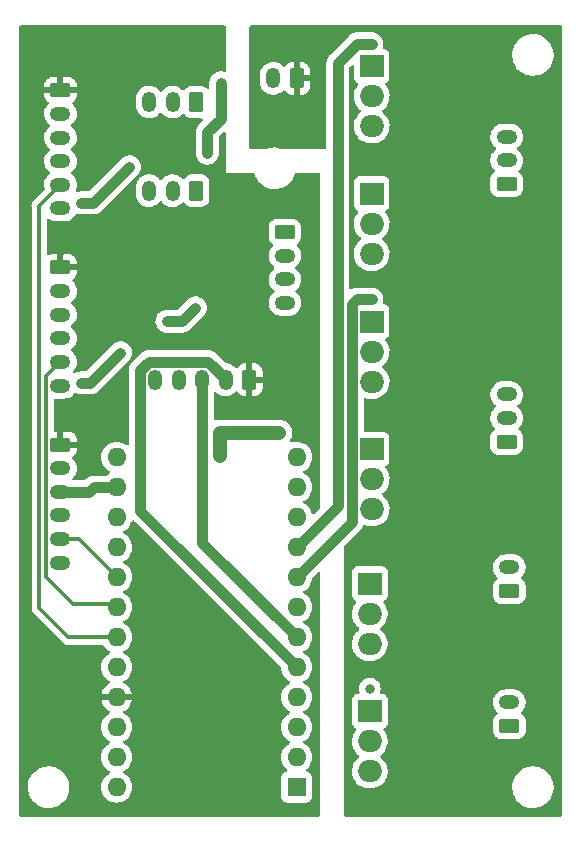
<source format=gbr>
%TF.GenerationSoftware,KiCad,Pcbnew,(6.0.9)*%
%TF.CreationDate,2023-01-21T09:36:01-09:00*%
%TF.ProjectId,CONTROLLER_Throttle,434f4e54-524f-44c4-9c45-525f5468726f,rev?*%
%TF.SameCoordinates,Original*%
%TF.FileFunction,Copper,L2,Bot*%
%TF.FilePolarity,Positive*%
%FSLAX46Y46*%
G04 Gerber Fmt 4.6, Leading zero omitted, Abs format (unit mm)*
G04 Created by KiCad (PCBNEW (6.0.9)) date 2023-01-21 09:36:01*
%MOMM*%
%LPD*%
G01*
G04 APERTURE LIST*
G04 Aperture macros list*
%AMRoundRect*
0 Rectangle with rounded corners*
0 $1 Rounding radius*
0 $2 $3 $4 $5 $6 $7 $8 $9 X,Y pos of 4 corners*
0 Add a 4 corners polygon primitive as box body*
4,1,4,$2,$3,$4,$5,$6,$7,$8,$9,$2,$3,0*
0 Add four circle primitives for the rounded corners*
1,1,$1+$1,$2,$3*
1,1,$1+$1,$4,$5*
1,1,$1+$1,$6,$7*
1,1,$1+$1,$8,$9*
0 Add four rect primitives between the rounded corners*
20,1,$1+$1,$2,$3,$4,$5,0*
20,1,$1+$1,$4,$5,$6,$7,0*
20,1,$1+$1,$6,$7,$8,$9,0*
20,1,$1+$1,$8,$9,$2,$3,0*%
G04 Aperture macros list end*
%TA.AperFunction,ComponentPad*%
%ADD10R,2.000000X1.905000*%
%TD*%
%TA.AperFunction,ComponentPad*%
%ADD11O,2.000000X1.905000*%
%TD*%
%TA.AperFunction,ComponentPad*%
%ADD12RoundRect,0.250000X0.350000X0.625000X-0.350000X0.625000X-0.350000X-0.625000X0.350000X-0.625000X0*%
%TD*%
%TA.AperFunction,ComponentPad*%
%ADD13O,1.200000X1.750000*%
%TD*%
%TA.AperFunction,ComponentPad*%
%ADD14RoundRect,0.250000X-0.625000X0.350000X-0.625000X-0.350000X0.625000X-0.350000X0.625000X0.350000X0*%
%TD*%
%TA.AperFunction,ComponentPad*%
%ADD15O,1.750000X1.200000*%
%TD*%
%TA.AperFunction,ComponentPad*%
%ADD16RoundRect,0.250000X0.625000X-0.350000X0.625000X0.350000X-0.625000X0.350000X-0.625000X-0.350000X0*%
%TD*%
%TA.AperFunction,ComponentPad*%
%ADD17R,1.600000X1.600000*%
%TD*%
%TA.AperFunction,ComponentPad*%
%ADD18O,1.600000X1.600000*%
%TD*%
%TA.AperFunction,ViaPad*%
%ADD19C,0.800000*%
%TD*%
%TA.AperFunction,Conductor*%
%ADD20C,0.914400*%
%TD*%
%TA.AperFunction,Conductor*%
%ADD21C,1.219200*%
%TD*%
%TA.AperFunction,Conductor*%
%ADD22C,0.304800*%
%TD*%
G04 APERTURE END LIST*
D10*
%TO.P,Q1,1*%
%TO.N,Net-(Q1-Pad1)*%
X30190500Y-47766000D03*
D11*
%TO.P,Q1,2*%
%TO.N,Net-(Q1-Pad2)*%
X30190500Y-50306000D03*
%TO.P,Q1,3*%
%TO.N,GNDA*%
X30190500Y-52846000D03*
%TD*%
D10*
%TO.P,Q3,1*%
%TO.N,Net-(Q3-Pad1)*%
X30190500Y-58561000D03*
D11*
%TO.P,Q3,2*%
%TO.N,Net-(Q3-Pad2)*%
X30190500Y-61101000D03*
%TO.P,Q3,3*%
%TO.N,GNDA*%
X30190500Y-63641000D03*
%TD*%
D10*
%TO.P,Q10,1*%
%TO.N,Net-(Q10-Pad1)*%
X30347000Y-36381000D03*
D11*
%TO.P,Q10,2*%
%TO.N,Net-(Q10-Pad2)*%
X30347000Y-38921000D03*
%TO.P,Q10,3*%
%TO.N,GNDA*%
X30347000Y-41461000D03*
%TD*%
D10*
%TO.P,Q9,1*%
%TO.N,Net-(Q9-Pad1)*%
X30347000Y-25586000D03*
D11*
%TO.P,Q9,2*%
%TO.N,Net-(Q9-Pad2)*%
X30347000Y-28126000D03*
%TO.P,Q9,3*%
%TO.N,GNDA*%
X30347000Y-30666000D03*
%TD*%
D10*
%TO.P,Q6,1*%
%TO.N,Net-(Q6-Pad1)*%
X30347000Y-14751000D03*
D11*
%TO.P,Q6,2*%
%TO.N,Net-(Q6-Pad2)*%
X30347000Y-17291000D03*
%TO.P,Q6,3*%
%TO.N,GNDA*%
X30347000Y-19831000D03*
%TD*%
D10*
%TO.P,Q5,1*%
%TO.N,Net-(Q5-Pad1)*%
X30347000Y-3956000D03*
D11*
%TO.P,Q5,2*%
%TO.N,Net-(Q5-Pad2)*%
X30347000Y-6496000D03*
%TO.P,Q5,3*%
%TO.N,GNDA*%
X30347000Y-9036000D03*
%TD*%
D12*
%TO.P,J4,1*%
%TO.N,+5V*%
X20000000Y-30500000D03*
D13*
%TO.P,J4,2*%
%TO.N,/SDA*%
X18000000Y-30500000D03*
%TO.P,J4,3*%
%TO.N,/~{SCL}*%
X16000000Y-30500000D03*
%TO.P,J4,4*%
%TO.N,Net-(J4-Pad4)*%
X14000000Y-30500000D03*
%TO.P,J4,5*%
%TO.N,GND*%
X12000000Y-30500000D03*
%TD*%
D14*
%TO.P,J5,1*%
%TO.N,/U1P0*%
X23000000Y-18000000D03*
D15*
%TO.P,J5,2*%
%TO.N,/U1P1*%
X23000000Y-20000000D03*
%TO.P,J5,3*%
%TO.N,/U1P2*%
X23000000Y-22000000D03*
%TO.P,J5,4*%
%TO.N,GND*%
X23000000Y-24000000D03*
%TD*%
D12*
%TO.P,J8,1*%
%TO.N,+5VA*%
X24000000Y-5000000D03*
D13*
%TO.P,J8,2*%
%TO.N,GNDA*%
X22000000Y-5000000D03*
%TD*%
D16*
%TO.P,J10,1*%
%TO.N,/MAX_SOL_OUT*%
X42000000Y-59831000D03*
D15*
%TO.P,J10,2*%
%TO.N,GNDA*%
X42000000Y-57831000D03*
%TD*%
D16*
%TO.P,J9,1*%
%TO.N,/IDLE_SOL_OUT*%
X42000000Y-48401000D03*
D15*
%TO.P,J9,2*%
%TO.N,GNDA*%
X42000000Y-46401000D03*
%TD*%
D16*
%TO.P,J12,1*%
%TO.N,/OUTB_SERVO_+5VA*%
X41777000Y-35746000D03*
D15*
%TO.P,J12,2*%
%TO.N,/~{OUTB_SERVO_OUT}*%
X41777000Y-33746000D03*
%TO.P,J12,3*%
%TO.N,GNDA*%
X41777000Y-31746000D03*
%TD*%
D16*
%TO.P,J11,1*%
%TO.N,/INB_SERVO_+5VA*%
X41777000Y-13925500D03*
D15*
%TO.P,J11,2*%
%TO.N,/~{INB_SERVO_OUT}*%
X41777000Y-11925500D03*
%TO.P,J11,3*%
%TO.N,GNDA*%
X41777000Y-9925500D03*
%TD*%
D12*
%TO.P,J7,1*%
%TO.N,/U1P6*%
X15500000Y-14500000D03*
D13*
%TO.P,J7,2*%
%TO.N,/U1P5*%
X13500000Y-14500000D03*
%TO.P,J7,3*%
%TO.N,GND*%
X11500000Y-14500000D03*
%TD*%
D12*
%TO.P,J6,1*%
%TO.N,/U1P3*%
X15500000Y-7000000D03*
D13*
%TO.P,J6,2*%
%TO.N,/U1P4*%
X13500000Y-7000000D03*
%TO.P,J6,3*%
%TO.N,GND*%
X11500000Y-7000000D03*
%TD*%
D14*
%TO.P,J3,1*%
%TO.N,+5V*%
X4000000Y-6000000D03*
D15*
%TO.P,J3,2*%
%TO.N,/MISO*%
X4000000Y-8000000D03*
%TO.P,J3,3*%
%TO.N,/MOSI*%
X4000000Y-10000000D03*
%TO.P,J3,4*%
%TO.N,/SCK*%
X4000000Y-12000000D03*
%TO.P,J3,5*%
%TO.N,/CSz*%
X4000000Y-14000000D03*
%TO.P,J3,6*%
%TO.N,GND*%
X4000000Y-16000000D03*
%TD*%
D14*
%TO.P,J2,1*%
%TO.N,+5V*%
X4000000Y-21000000D03*
D15*
%TO.P,J2,2*%
%TO.N,/MISO*%
X4000000Y-23000000D03*
%TO.P,J2,3*%
%TO.N,/MOSI*%
X4000000Y-25000000D03*
%TO.P,J2,4*%
%TO.N,/SCK*%
X4000000Y-27000000D03*
%TO.P,J2,5*%
%TO.N,/CSy*%
X4000000Y-29000000D03*
%TO.P,J2,6*%
%TO.N,GND*%
X4000000Y-31000000D03*
%TD*%
D14*
%TO.P,J1,1*%
%TO.N,+5V*%
X4000000Y-36000000D03*
D15*
%TO.P,J1,2*%
%TO.N,/MISO*%
X4000000Y-38000000D03*
%TO.P,J1,3*%
%TO.N,/MOSI*%
X4000000Y-40000000D03*
%TO.P,J1,4*%
%TO.N,/SCK*%
X4000000Y-42000000D03*
%TO.P,J1,5*%
%TO.N,/CSx*%
X4000000Y-44000000D03*
%TO.P,J1,6*%
%TO.N,GND*%
X4000000Y-46000000D03*
%TD*%
D17*
%TO.P,U1,1*%
%TO.N,/MAX_SOL_CTRL*%
X24000000Y-65000000D03*
D18*
%TO.P,U1,2*%
%TO.N,/IRQ*%
X24000000Y-62460000D03*
%TO.P,U1,3*%
%TO.N,GND*%
X24000000Y-59920000D03*
%TO.P,U1,4*%
X24000000Y-57380000D03*
%TO.P,U1,5*%
%TO.N,/SDA*%
X24000000Y-54840000D03*
%TO.P,U1,6*%
%TO.N,/~{SCL}*%
X24000000Y-52300000D03*
%TO.P,U1,7*%
%TO.N,/IDLE_SOL_CTRL*%
X24000000Y-49760000D03*
%TO.P,U1,8*%
%TO.N,/~{OUTB_SERVO_CTRL}*%
X24000000Y-47220000D03*
%TO.P,U1,9*%
%TO.N,/~{INB_SERVO_CTRL}*%
X24000000Y-44680000D03*
%TO.P,U1,10*%
%TO.N,/OUTB_SERVO_PWR_CTRL*%
X24000000Y-42140000D03*
%TO.P,U1,11*%
%TO.N,/INB_SERVO_PWR_CTRL*%
X24000000Y-39600000D03*
%TO.P,U1,12*%
%TO.N,Net-(U1-Pad12)*%
X24000000Y-37060000D03*
%TO.P,U1,13*%
%TO.N,Net-(U1-Pad13)*%
X8760000Y-37060000D03*
%TO.P,U1,14*%
%TO.N,/MOSI*%
X8760000Y-39600000D03*
%TO.P,U1,15*%
%TO.N,/MISO*%
X8760000Y-42140000D03*
%TO.P,U1,16*%
%TO.N,/SCK*%
X8760000Y-44680000D03*
%TO.P,U1,17*%
%TO.N,/CSx*%
X8760000Y-47220000D03*
%TO.P,U1,18*%
%TO.N,/CSy*%
X8760000Y-49760000D03*
%TO.P,U1,19*%
%TO.N,/CSz*%
X8760000Y-52300000D03*
%TO.P,U1,20*%
%TO.N,Net-(U1-Pad20)*%
X8760000Y-54840000D03*
%TO.P,U1,21*%
%TO.N,+5V*%
X8760000Y-57380000D03*
%TO.P,U1,22*%
%TO.N,/RST*%
X8760000Y-59920000D03*
%TO.P,U1,23*%
%TO.N,GND*%
X8760000Y-62460000D03*
%TO.P,U1,24*%
%TO.N,Net-(U1-Pad24)*%
X8760000Y-65000000D03*
%TD*%
D19*
%TO.N,GND*%
X13004000Y-25558000D03*
X15417000Y-24415000D03*
X20500000Y-35000000D03*
X21500000Y-35000000D03*
X22500000Y-35000000D03*
X17500000Y-35000000D03*
X17500000Y-36000000D03*
X17500000Y-37000000D03*
X5765000Y-15525000D03*
X9829000Y-12477000D03*
X17576000Y-7143000D03*
X17576000Y-6254000D03*
X17576000Y-5365000D03*
X16433000Y-9556000D03*
X16433000Y-10445000D03*
X16433000Y-11334000D03*
X5765000Y-30765000D03*
X9067000Y-28225000D03*
%TO.N,+5V*%
X9956000Y-25558000D03*
%TO.N,+5VA*%
X32887000Y-10560000D03*
X32887000Y-21355000D03*
X32887000Y-32190000D03*
X32887000Y-42985000D03*
X32857500Y-53735000D03*
X32857500Y-65165000D03*
X25831000Y-8540000D03*
X25831000Y-6762000D03*
X25831000Y-7651000D03*
%TO.N,/MAX_SOL_CTRL*%
X30190500Y-56656000D03*
%TO.N,/~{INB_SERVO_CTRL}*%
X30347000Y-2051000D03*
%TO.N,/~{OUTB_SERVO_CTRL}*%
X30347000Y-23681000D03*
%TD*%
D20*
%TO.N,GND*%
X14274000Y-25558000D02*
X15417000Y-24415000D01*
X13004000Y-25558000D02*
X14274000Y-25558000D01*
D21*
X22500000Y-35000000D02*
X17500000Y-35000000D01*
X17500000Y-35000000D02*
X17500000Y-37000000D01*
D20*
X6781000Y-15525000D02*
X9829000Y-12477000D01*
X5765000Y-15525000D02*
X6781000Y-15525000D01*
X17576000Y-5365000D02*
X17576000Y-7143000D01*
X17576000Y-8413000D02*
X16433000Y-9556000D01*
X17576000Y-7143000D02*
X17576000Y-8413000D01*
X16433000Y-9556000D02*
X16433000Y-11334000D01*
X6527000Y-30765000D02*
X9067000Y-28225000D01*
X5765000Y-30765000D02*
X6527000Y-30765000D01*
D22*
%TO.N,/CSx*%
X8760000Y-47220000D02*
X5540000Y-44000000D01*
X5540000Y-44000000D02*
X4000000Y-44000000D01*
D20*
%TO.N,/MOSI*%
X8760000Y-39600000D02*
X6836000Y-39600000D01*
X6436000Y-40000000D02*
X4000000Y-40000000D01*
X6836000Y-39600000D02*
X6436000Y-40000000D01*
D22*
%TO.N,/CSy*%
X2772590Y-30227410D02*
X4000000Y-29000000D01*
X2772590Y-47203590D02*
X2772590Y-30227410D01*
X5069000Y-49500000D02*
X2772590Y-47203590D01*
X8500000Y-49500000D02*
X5069000Y-49500000D01*
X8760000Y-49760000D02*
X8500000Y-49500000D01*
%TO.N,/CSz*%
X2209000Y-15791000D02*
X4000000Y-14000000D01*
X2209000Y-49832910D02*
X2209000Y-15791000D01*
X4676090Y-52300000D02*
X2209000Y-49832910D01*
X8760000Y-52300000D02*
X4676090Y-52300000D01*
D20*
%TO.N,/~{SCL}*%
X16000000Y-44300000D02*
X16000000Y-30500000D01*
X24000000Y-52300000D02*
X16000000Y-44300000D01*
%TO.N,/SDA*%
X18000000Y-30447037D02*
X18000000Y-30500000D01*
X16520753Y-28967790D02*
X18000000Y-30447037D01*
X11479247Y-28967790D02*
X16520753Y-28967790D01*
X10742790Y-29704247D02*
X11479247Y-28967790D01*
X10742790Y-41582790D02*
X10742790Y-29704247D01*
X24000000Y-54840000D02*
X10742790Y-41582790D01*
%TO.N,/~{INB_SERVO_CTRL}*%
X29116538Y-2051000D02*
X30347000Y-2051000D01*
X27482000Y-3685538D02*
X29116538Y-2051000D01*
X27482000Y-41198000D02*
X27482000Y-3685538D01*
X24000000Y-44680000D02*
X27482000Y-41198000D01*
%TO.N,/~{OUTB_SERVO_CTRL}*%
X29116538Y-23681000D02*
X30347000Y-23681000D01*
X28689799Y-24107739D02*
X29116538Y-23681000D01*
X28689799Y-42530201D02*
X28689799Y-24107739D01*
X24000000Y-47220000D02*
X28689799Y-42530201D01*
%TD*%
%TA.AperFunction,Conductor*%
%TO.N,+5VA*%
G36*
X46433621Y-528502D02*
G01*
X46480114Y-582158D01*
X46491500Y-634500D01*
X46491500Y-67365500D01*
X46471498Y-67433621D01*
X46417842Y-67480114D01*
X46365500Y-67491500D01*
X28126000Y-67491500D01*
X28057879Y-67471498D01*
X28011386Y-67417842D01*
X28000000Y-67365500D01*
X28000000Y-65107655D01*
X42239858Y-65107655D01*
X42275104Y-65366638D01*
X42276412Y-65371124D01*
X42276412Y-65371126D01*
X42296098Y-65438664D01*
X42348243Y-65617567D01*
X42457668Y-65854928D01*
X42460231Y-65858837D01*
X42598410Y-66069596D01*
X42598414Y-66069601D01*
X42600976Y-66073509D01*
X42775018Y-66268506D01*
X42975970Y-66435637D01*
X42979973Y-66438066D01*
X43195422Y-66568804D01*
X43195426Y-66568806D01*
X43199419Y-66571229D01*
X43440455Y-66672303D01*
X43693783Y-66736641D01*
X43698434Y-66737109D01*
X43698438Y-66737110D01*
X43891308Y-66756531D01*
X43910867Y-66758500D01*
X44066354Y-66758500D01*
X44068679Y-66758327D01*
X44068685Y-66758327D01*
X44256000Y-66744407D01*
X44256004Y-66744406D01*
X44260652Y-66744061D01*
X44265200Y-66743032D01*
X44265206Y-66743031D01*
X44451601Y-66700853D01*
X44515577Y-66686377D01*
X44551769Y-66672303D01*
X44754824Y-66593340D01*
X44754827Y-66593339D01*
X44759177Y-66591647D01*
X44986098Y-66461951D01*
X45191357Y-66300138D01*
X45370443Y-66109763D01*
X45519424Y-65895009D01*
X45635025Y-65660593D01*
X45714707Y-65411665D01*
X45756721Y-65153693D01*
X45759808Y-64917862D01*
X45760081Y-64897022D01*
X45760081Y-64897019D01*
X45760142Y-64892345D01*
X45724896Y-64633362D01*
X45710473Y-64583877D01*
X45653068Y-64386932D01*
X45651757Y-64382433D01*
X45542332Y-64145072D01*
X45454030Y-64010389D01*
X45401590Y-63930404D01*
X45401586Y-63930399D01*
X45399024Y-63926491D01*
X45224982Y-63731494D01*
X45024030Y-63564363D01*
X44922968Y-63503037D01*
X44804578Y-63431196D01*
X44804574Y-63431194D01*
X44800581Y-63428771D01*
X44559545Y-63327697D01*
X44306217Y-63263359D01*
X44301566Y-63262891D01*
X44301562Y-63262890D01*
X44092271Y-63241816D01*
X44089133Y-63241500D01*
X43933646Y-63241500D01*
X43931321Y-63241673D01*
X43931315Y-63241673D01*
X43744000Y-63255593D01*
X43743996Y-63255594D01*
X43739348Y-63255939D01*
X43734800Y-63256968D01*
X43734794Y-63256969D01*
X43560798Y-63296341D01*
X43484423Y-63313623D01*
X43480071Y-63315315D01*
X43480069Y-63315316D01*
X43245176Y-63406660D01*
X43245173Y-63406661D01*
X43240823Y-63408353D01*
X43013902Y-63538049D01*
X42808643Y-63699862D01*
X42629557Y-63890237D01*
X42480576Y-64104991D01*
X42478510Y-64109181D01*
X42478508Y-64109184D01*
X42429235Y-64209101D01*
X42364975Y-64339407D01*
X42363553Y-64343850D01*
X42363552Y-64343852D01*
X42327548Y-64456330D01*
X42285293Y-64588335D01*
X42243279Y-64846307D01*
X42243218Y-64850980D01*
X42239937Y-65101644D01*
X42239858Y-65107655D01*
X28000000Y-65107655D01*
X28000000Y-63743263D01*
X28680564Y-63743263D01*
X28716904Y-63980744D01*
X28752511Y-64089684D01*
X28789934Y-64204183D01*
X28789937Y-64204189D01*
X28791542Y-64209101D01*
X28793929Y-64213687D01*
X28793931Y-64213691D01*
X28900084Y-64417607D01*
X28902475Y-64422200D01*
X28905585Y-64426342D01*
X29030685Y-64592959D01*
X29046723Y-64614320D01*
X29220412Y-64780301D01*
X29224684Y-64783215D01*
X29384662Y-64892345D01*
X29418878Y-64915686D01*
X29423561Y-64917860D01*
X29423565Y-64917862D01*
X29632095Y-65014658D01*
X29632099Y-65014659D01*
X29636790Y-65016837D01*
X29868298Y-65081040D01*
X29873435Y-65081589D01*
X30061093Y-65101644D01*
X30061101Y-65101644D01*
X30064428Y-65102000D01*
X30298902Y-65102000D01*
X30301475Y-65101788D01*
X30301486Y-65101788D01*
X30402446Y-65093487D01*
X30477437Y-65087322D01*
X30710444Y-65028794D01*
X30839271Y-64972779D01*
X30926026Y-64935057D01*
X30926029Y-64935055D01*
X30930763Y-64932997D01*
X31132477Y-64802502D01*
X31310170Y-64640814D01*
X31370847Y-64563983D01*
X31455867Y-64456330D01*
X31455870Y-64456325D01*
X31459068Y-64452276D01*
X31473385Y-64426342D01*
X31572677Y-64246474D01*
X31572679Y-64246470D01*
X31575174Y-64241950D01*
X31622190Y-64109184D01*
X31653644Y-64020360D01*
X31653645Y-64020356D01*
X31655370Y-64015485D01*
X31660683Y-63985659D01*
X31696595Y-63784052D01*
X31696596Y-63784046D01*
X31697501Y-63778963D01*
X31700436Y-63538737D01*
X31664096Y-63301256D01*
X31627406Y-63189003D01*
X31591066Y-63077817D01*
X31591063Y-63077811D01*
X31589458Y-63072899D01*
X31478525Y-62859800D01*
X31334277Y-62667680D01*
X31160588Y-62501699D01*
X31123597Y-62476465D01*
X31078596Y-62421556D01*
X31070425Y-62351032D01*
X31101679Y-62287284D01*
X31126160Y-62266589D01*
X31128135Y-62265311D01*
X31132477Y-62262502D01*
X31310170Y-62100814D01*
X31381293Y-62010757D01*
X31455867Y-61916330D01*
X31455870Y-61916325D01*
X31459068Y-61912276D01*
X31473385Y-61886342D01*
X31572677Y-61706474D01*
X31572679Y-61706470D01*
X31575174Y-61701950D01*
X31655370Y-61475485D01*
X31656278Y-61470389D01*
X31696595Y-61244052D01*
X31696596Y-61244046D01*
X31697501Y-61238963D01*
X31700436Y-60998737D01*
X31664096Y-60761256D01*
X31627102Y-60648072D01*
X31591066Y-60537817D01*
X31591063Y-60537811D01*
X31589458Y-60532899D01*
X31574907Y-60504946D01*
X31480916Y-60324393D01*
X31478525Y-60319800D01*
X31362085Y-60164717D01*
X31337180Y-60098235D01*
X31352172Y-60028839D01*
X31402302Y-59978565D01*
X31418615Y-59971085D01*
X31428793Y-59967269D01*
X31428796Y-59967267D01*
X31437205Y-59964115D01*
X31553761Y-59876761D01*
X31641115Y-59760205D01*
X31692245Y-59623816D01*
X31699000Y-59561634D01*
X31699000Y-57776604D01*
X40612787Y-57776604D01*
X40622567Y-57987899D01*
X40672125Y-58193534D01*
X40674607Y-58198992D01*
X40674608Y-58198996D01*
X40718053Y-58294546D01*
X40759674Y-58386087D01*
X40882054Y-58558611D01*
X40886381Y-58562753D01*
X40886386Y-58562759D01*
X40977317Y-58649806D01*
X41012694Y-58711361D01*
X41009175Y-58782270D01*
X40967879Y-58840021D01*
X40956496Y-58847965D01*
X40900652Y-58882522D01*
X40775695Y-59007697D01*
X40682885Y-59158262D01*
X40627203Y-59326139D01*
X40616500Y-59430600D01*
X40616500Y-60231400D01*
X40616837Y-60234646D01*
X40616837Y-60234650D01*
X40626149Y-60324393D01*
X40627474Y-60337166D01*
X40683450Y-60504946D01*
X40776522Y-60655348D01*
X40901697Y-60780305D01*
X40907927Y-60784145D01*
X40907928Y-60784146D01*
X41045090Y-60868694D01*
X41052262Y-60873115D01*
X41132005Y-60899564D01*
X41213611Y-60926632D01*
X41213613Y-60926632D01*
X41220139Y-60928797D01*
X41226975Y-60929497D01*
X41226978Y-60929498D01*
X41270031Y-60933909D01*
X41324600Y-60939500D01*
X42675400Y-60939500D01*
X42678646Y-60939163D01*
X42678650Y-60939163D01*
X42774308Y-60929238D01*
X42774312Y-60929237D01*
X42781166Y-60928526D01*
X42787702Y-60926345D01*
X42787704Y-60926345D01*
X42919806Y-60882272D01*
X42948946Y-60872550D01*
X43099348Y-60779478D01*
X43224305Y-60654303D01*
X43272110Y-60576749D01*
X43313275Y-60509968D01*
X43313276Y-60509966D01*
X43317115Y-60503738D01*
X43372797Y-60335861D01*
X43383500Y-60231400D01*
X43383500Y-59430600D01*
X43372526Y-59324834D01*
X43316550Y-59157054D01*
X43223478Y-59006652D01*
X43098303Y-58881695D01*
X43046764Y-58849925D01*
X42999271Y-58797154D01*
X42987847Y-58727082D01*
X43016121Y-58661958D01*
X43035045Y-58643582D01*
X43042920Y-58637396D01*
X43046852Y-58632865D01*
X43046855Y-58632862D01*
X43177621Y-58482167D01*
X43181552Y-58477637D01*
X43184552Y-58472451D01*
X43184555Y-58472447D01*
X43284467Y-58299742D01*
X43287473Y-58294546D01*
X43356861Y-58094729D01*
X43387213Y-57885396D01*
X43377433Y-57674101D01*
X43327875Y-57468466D01*
X43284525Y-57373122D01*
X43242806Y-57281368D01*
X43240326Y-57275913D01*
X43146669Y-57143880D01*
X43121412Y-57108275D01*
X43121411Y-57108274D01*
X43117946Y-57103389D01*
X42965150Y-56957119D01*
X42787452Y-56842380D01*
X42727354Y-56818160D01*
X42596832Y-56765558D01*
X42596829Y-56765557D01*
X42591263Y-56763314D01*
X42383663Y-56722772D01*
X42378101Y-56722500D01*
X41672154Y-56722500D01*
X41514434Y-56737548D01*
X41311466Y-56797092D01*
X41306139Y-56799836D01*
X41306138Y-56799836D01*
X41128751Y-56891196D01*
X41128748Y-56891198D01*
X41123420Y-56893942D01*
X40957080Y-57024604D01*
X40953148Y-57029135D01*
X40953145Y-57029138D01*
X40846607Y-57151913D01*
X40818448Y-57184363D01*
X40815448Y-57189549D01*
X40815445Y-57189553D01*
X40768312Y-57271026D01*
X40712527Y-57367454D01*
X40643139Y-57567271D01*
X40612787Y-57776604D01*
X31699000Y-57776604D01*
X31699000Y-57560366D01*
X31692245Y-57498184D01*
X31641115Y-57361795D01*
X31553761Y-57245239D01*
X31437205Y-57157885D01*
X31300816Y-57106755D01*
X31238634Y-57100000D01*
X31174913Y-57100000D01*
X31106792Y-57079998D01*
X31060299Y-57026342D01*
X31050195Y-56956068D01*
X31055080Y-56935064D01*
X31082002Y-56852206D01*
X31084042Y-56845928D01*
X31088887Y-56799836D01*
X31103314Y-56662565D01*
X31104004Y-56656000D01*
X31084042Y-56466072D01*
X31025027Y-56284444D01*
X30929540Y-56119056D01*
X30801753Y-55977134D01*
X30647252Y-55864882D01*
X30641224Y-55862198D01*
X30641222Y-55862197D01*
X30478819Y-55789891D01*
X30478818Y-55789891D01*
X30472788Y-55787206D01*
X30379388Y-55767353D01*
X30292444Y-55748872D01*
X30292439Y-55748872D01*
X30285987Y-55747500D01*
X30095013Y-55747500D01*
X30088561Y-55748872D01*
X30088556Y-55748872D01*
X30001612Y-55767353D01*
X29908212Y-55787206D01*
X29902182Y-55789891D01*
X29902181Y-55789891D01*
X29739778Y-55862197D01*
X29739776Y-55862198D01*
X29733748Y-55864882D01*
X29579247Y-55977134D01*
X29451460Y-56119056D01*
X29355973Y-56284444D01*
X29296958Y-56466072D01*
X29276996Y-56656000D01*
X29277686Y-56662565D01*
X29292114Y-56799836D01*
X29296958Y-56845928D01*
X29298998Y-56852206D01*
X29325920Y-56935064D01*
X29327947Y-57006032D01*
X29291285Y-57066829D01*
X29227573Y-57098155D01*
X29206087Y-57100000D01*
X29142366Y-57100000D01*
X29080184Y-57106755D01*
X28943795Y-57157885D01*
X28827239Y-57245239D01*
X28739885Y-57361795D01*
X28688755Y-57498184D01*
X28682000Y-57560366D01*
X28682000Y-59561634D01*
X28688755Y-59623816D01*
X28739885Y-59760205D01*
X28827239Y-59876761D01*
X28943795Y-59964115D01*
X28963689Y-59971573D01*
X29020453Y-60014213D01*
X29045154Y-60080774D01*
X29029947Y-60150123D01*
X29018342Y-60167647D01*
X28925133Y-60285670D01*
X28925130Y-60285675D01*
X28921932Y-60289724D01*
X28919439Y-60294240D01*
X28919437Y-60294243D01*
X28892859Y-60342389D01*
X28805826Y-60500050D01*
X28804102Y-60504919D01*
X28804100Y-60504923D01*
X28749367Y-60659483D01*
X28725630Y-60726515D01*
X28724723Y-60731608D01*
X28724722Y-60731611D01*
X28687692Y-60939500D01*
X28683499Y-60963037D01*
X28680564Y-61203263D01*
X28716904Y-61440744D01*
X28753594Y-61552997D01*
X28789934Y-61664183D01*
X28789937Y-61664189D01*
X28791542Y-61669101D01*
X28902475Y-61882200D01*
X29046723Y-62074320D01*
X29220412Y-62240301D01*
X29257403Y-62265535D01*
X29302404Y-62320444D01*
X29310575Y-62390968D01*
X29279321Y-62454716D01*
X29254840Y-62475411D01*
X29253207Y-62476468D01*
X29248523Y-62479498D01*
X29070830Y-62641186D01*
X29046641Y-62671815D01*
X28925133Y-62825670D01*
X28925130Y-62825675D01*
X28921932Y-62829724D01*
X28919439Y-62834240D01*
X28919437Y-62834243D01*
X28878035Y-62909243D01*
X28805826Y-63040050D01*
X28804102Y-63044919D01*
X28804100Y-63044923D01*
X28729375Y-63255939D01*
X28725630Y-63266515D01*
X28724723Y-63271608D01*
X28724722Y-63271611D01*
X28696296Y-63431196D01*
X28683499Y-63503037D01*
X28683436Y-63508201D01*
X28681130Y-63696971D01*
X28680564Y-63743263D01*
X28000000Y-63743263D01*
X28000000Y-52948263D01*
X28680564Y-52948263D01*
X28716904Y-53185744D01*
X28753594Y-53297997D01*
X28789934Y-53409183D01*
X28789937Y-53409189D01*
X28791542Y-53414101D01*
X28793929Y-53418687D01*
X28793931Y-53418691D01*
X28806105Y-53442077D01*
X28902475Y-53627200D01*
X29046723Y-53819320D01*
X29220412Y-53985301D01*
X29418878Y-54120686D01*
X29423561Y-54122860D01*
X29423565Y-54122862D01*
X29632095Y-54219658D01*
X29632099Y-54219659D01*
X29636790Y-54221837D01*
X29868298Y-54286040D01*
X29873435Y-54286589D01*
X30061093Y-54306644D01*
X30061101Y-54306644D01*
X30064428Y-54307000D01*
X30298902Y-54307000D01*
X30301475Y-54306788D01*
X30301486Y-54306788D01*
X30402446Y-54298487D01*
X30477437Y-54292322D01*
X30710444Y-54233794D01*
X30839271Y-54177779D01*
X30926026Y-54140057D01*
X30926029Y-54140055D01*
X30930763Y-54137997D01*
X31132477Y-54007502D01*
X31310170Y-53845814D01*
X31370847Y-53768983D01*
X31455867Y-53661330D01*
X31455870Y-53661325D01*
X31459068Y-53657276D01*
X31473385Y-53631342D01*
X31572677Y-53451474D01*
X31572679Y-53451470D01*
X31575174Y-53446950D01*
X31578513Y-53437523D01*
X31653644Y-53225360D01*
X31653645Y-53225356D01*
X31655370Y-53220485D01*
X31660683Y-53190659D01*
X31696595Y-52989052D01*
X31696596Y-52989046D01*
X31697501Y-52983963D01*
X31700436Y-52743737D01*
X31664096Y-52506256D01*
X31596682Y-52300000D01*
X31591066Y-52282817D01*
X31591063Y-52282811D01*
X31589458Y-52277899D01*
X31478525Y-52064800D01*
X31334277Y-51872680D01*
X31160588Y-51706699D01*
X31123597Y-51681465D01*
X31078596Y-51626556D01*
X31070425Y-51556032D01*
X31101679Y-51492284D01*
X31126160Y-51471589D01*
X31128135Y-51470311D01*
X31132477Y-51467502D01*
X31310170Y-51305814D01*
X31370847Y-51228983D01*
X31455867Y-51121330D01*
X31455870Y-51121325D01*
X31459068Y-51117276D01*
X31473385Y-51091342D01*
X31572677Y-50911474D01*
X31572679Y-50911470D01*
X31575174Y-50906950D01*
X31578513Y-50897523D01*
X31653644Y-50685360D01*
X31653645Y-50685356D01*
X31655370Y-50680485D01*
X31660683Y-50650659D01*
X31696595Y-50449052D01*
X31696596Y-50449046D01*
X31697501Y-50443963D01*
X31700436Y-50203737D01*
X31664096Y-49966256D01*
X31596682Y-49760000D01*
X31591066Y-49742817D01*
X31591063Y-49742811D01*
X31589458Y-49737899D01*
X31478525Y-49524800D01*
X31362085Y-49369717D01*
X31337180Y-49303235D01*
X31352172Y-49233839D01*
X31402302Y-49183565D01*
X31418615Y-49176085D01*
X31428793Y-49172269D01*
X31428796Y-49172267D01*
X31437205Y-49169115D01*
X31553761Y-49081761D01*
X31641115Y-48965205D01*
X31692245Y-48828816D01*
X31699000Y-48766634D01*
X31699000Y-46765366D01*
X31692245Y-46703184D01*
X31641115Y-46566795D01*
X31553761Y-46450239D01*
X31437205Y-46362885D01*
X31393776Y-46346604D01*
X40612787Y-46346604D01*
X40622567Y-46557899D01*
X40623971Y-46563724D01*
X40623971Y-46563725D01*
X40657581Y-46703184D01*
X40672125Y-46763534D01*
X40674607Y-46768992D01*
X40674608Y-46768996D01*
X40718053Y-46864546D01*
X40759674Y-46956087D01*
X40882054Y-47128611D01*
X40886381Y-47132753D01*
X40886386Y-47132759D01*
X40977317Y-47219806D01*
X41012694Y-47281361D01*
X41009175Y-47352270D01*
X40967879Y-47410021D01*
X40956496Y-47417965D01*
X40900652Y-47452522D01*
X40775695Y-47577697D01*
X40682885Y-47728262D01*
X40627203Y-47896139D01*
X40616500Y-48000600D01*
X40616500Y-48801400D01*
X40616837Y-48804646D01*
X40616837Y-48804650D01*
X40619345Y-48828816D01*
X40627474Y-48907166D01*
X40683450Y-49074946D01*
X40776522Y-49225348D01*
X40901697Y-49350305D01*
X40907927Y-49354145D01*
X40907928Y-49354146D01*
X41045090Y-49438694D01*
X41052262Y-49443115D01*
X41132005Y-49469564D01*
X41213611Y-49496632D01*
X41213613Y-49496632D01*
X41220139Y-49498797D01*
X41226975Y-49499497D01*
X41226978Y-49499498D01*
X41270031Y-49503909D01*
X41324600Y-49509500D01*
X42675400Y-49509500D01*
X42678646Y-49509163D01*
X42678650Y-49509163D01*
X42774308Y-49499238D01*
X42774312Y-49499237D01*
X42781166Y-49498526D01*
X42787702Y-49496345D01*
X42787704Y-49496345D01*
X42919806Y-49452272D01*
X42948946Y-49442550D01*
X43099348Y-49349478D01*
X43224305Y-49224303D01*
X43228146Y-49218072D01*
X43313275Y-49079968D01*
X43313276Y-49079966D01*
X43317115Y-49073738D01*
X43372797Y-48905861D01*
X43383500Y-48801400D01*
X43383500Y-48000600D01*
X43372526Y-47894834D01*
X43366493Y-47876749D01*
X43318868Y-47734002D01*
X43316550Y-47727054D01*
X43223478Y-47576652D01*
X43098303Y-47451695D01*
X43046764Y-47419925D01*
X42999271Y-47367154D01*
X42987847Y-47297082D01*
X43016121Y-47231958D01*
X43035045Y-47213582D01*
X43042920Y-47207396D01*
X43046852Y-47202865D01*
X43046855Y-47202862D01*
X43177621Y-47052167D01*
X43181552Y-47047637D01*
X43184552Y-47042451D01*
X43184555Y-47042447D01*
X43284467Y-46869742D01*
X43287473Y-46864546D01*
X43356861Y-46664729D01*
X43387213Y-46455396D01*
X43377433Y-46244101D01*
X43327875Y-46038466D01*
X43284525Y-45943122D01*
X43242806Y-45851368D01*
X43240326Y-45845913D01*
X43117946Y-45673389D01*
X42965150Y-45527119D01*
X42787452Y-45412380D01*
X42727354Y-45388160D01*
X42596832Y-45335558D01*
X42596829Y-45335557D01*
X42591263Y-45333314D01*
X42383663Y-45292772D01*
X42378101Y-45292500D01*
X41672154Y-45292500D01*
X41514434Y-45307548D01*
X41311466Y-45367092D01*
X41306139Y-45369836D01*
X41306138Y-45369836D01*
X41128751Y-45461196D01*
X41128748Y-45461198D01*
X41123420Y-45463942D01*
X40957080Y-45594604D01*
X40953148Y-45599135D01*
X40953145Y-45599138D01*
X40834554Y-45735802D01*
X40818448Y-45754363D01*
X40815448Y-45759549D01*
X40815445Y-45759553D01*
X40781909Y-45817523D01*
X40712527Y-45937454D01*
X40643139Y-46137271D01*
X40642278Y-46143206D01*
X40642278Y-46143208D01*
X40617438Y-46314529D01*
X40612787Y-46346604D01*
X31393776Y-46346604D01*
X31300816Y-46311755D01*
X31238634Y-46305000D01*
X29142366Y-46305000D01*
X29080184Y-46311755D01*
X28943795Y-46362885D01*
X28827239Y-46450239D01*
X28739885Y-46566795D01*
X28688755Y-46703184D01*
X28682000Y-46765366D01*
X28682000Y-48766634D01*
X28688755Y-48828816D01*
X28739885Y-48965205D01*
X28827239Y-49081761D01*
X28943795Y-49169115D01*
X28963689Y-49176573D01*
X29020453Y-49219213D01*
X29045154Y-49285774D01*
X29029947Y-49355123D01*
X29018342Y-49372647D01*
X28925133Y-49490670D01*
X28925130Y-49490675D01*
X28921932Y-49494724D01*
X28919440Y-49499238D01*
X28919437Y-49499243D01*
X28846154Y-49631995D01*
X28805826Y-49705050D01*
X28725630Y-49931515D01*
X28724723Y-49936608D01*
X28724722Y-49936611D01*
X28719442Y-49966256D01*
X28683499Y-50168037D01*
X28680564Y-50408263D01*
X28716904Y-50645744D01*
X28753594Y-50757997D01*
X28789934Y-50869183D01*
X28789937Y-50869189D01*
X28791542Y-50874101D01*
X28793929Y-50878687D01*
X28793931Y-50878691D01*
X28806105Y-50902077D01*
X28902475Y-51087200D01*
X29046723Y-51279320D01*
X29220412Y-51445301D01*
X29257403Y-51470535D01*
X29302404Y-51525444D01*
X29310575Y-51595968D01*
X29279321Y-51659716D01*
X29254840Y-51680411D01*
X29253207Y-51681468D01*
X29248523Y-51684498D01*
X29070830Y-51846186D01*
X29046641Y-51876815D01*
X28925133Y-52030670D01*
X28925130Y-52030675D01*
X28921932Y-52034724D01*
X28919439Y-52039240D01*
X28919437Y-52039243D01*
X28808323Y-52240526D01*
X28805826Y-52245050D01*
X28725630Y-52471515D01*
X28724723Y-52476608D01*
X28724722Y-52476611D01*
X28719442Y-52506256D01*
X28683499Y-52708037D01*
X28680564Y-52948263D01*
X28000000Y-52948263D01*
X28000000Y-44637896D01*
X28020002Y-44569775D01*
X28036905Y-44548801D01*
X29361589Y-43224117D01*
X29364111Y-43221664D01*
X29419963Y-43168848D01*
X29419967Y-43168843D01*
X29424599Y-43164463D01*
X29457899Y-43116907D01*
X29463467Y-43109544D01*
X29496139Y-43069483D01*
X29500169Y-43064542D01*
X29512910Y-43040172D01*
X29521353Y-43026285D01*
X29533466Y-43008985D01*
X29537127Y-43003757D01*
X29560191Y-42950460D01*
X29564157Y-42942144D01*
X29591061Y-42890680D01*
X29591761Y-42888238D01*
X29634779Y-42833500D01*
X29701863Y-42810258D01*
X29760950Y-42821826D01*
X29788595Y-42834659D01*
X29788609Y-42834664D01*
X29793290Y-42836837D01*
X30024798Y-42901040D01*
X30029935Y-42901589D01*
X30217593Y-42921644D01*
X30217601Y-42921644D01*
X30220928Y-42922000D01*
X30455402Y-42922000D01*
X30457975Y-42921788D01*
X30457986Y-42921788D01*
X30558946Y-42913487D01*
X30633937Y-42907322D01*
X30866944Y-42848794D01*
X30995771Y-42792779D01*
X31082526Y-42755057D01*
X31082529Y-42755055D01*
X31087263Y-42752997D01*
X31288977Y-42622502D01*
X31466670Y-42460814D01*
X31539901Y-42368087D01*
X31612367Y-42276330D01*
X31612370Y-42276325D01*
X31615568Y-42272276D01*
X31688589Y-42140000D01*
X31729177Y-42066474D01*
X31729179Y-42066470D01*
X31731674Y-42061950D01*
X31743167Y-42029497D01*
X31810144Y-41840360D01*
X31810145Y-41840356D01*
X31811870Y-41835485D01*
X31854001Y-41598963D01*
X31856936Y-41358737D01*
X31820596Y-41121256D01*
X31758334Y-40930764D01*
X31747566Y-40897817D01*
X31747563Y-40897811D01*
X31745958Y-40892899D01*
X31734038Y-40870000D01*
X31637416Y-40684393D01*
X31635025Y-40679800D01*
X31490777Y-40487680D01*
X31317088Y-40321699D01*
X31280097Y-40296465D01*
X31235096Y-40241556D01*
X31226925Y-40171032D01*
X31258179Y-40107284D01*
X31282660Y-40086589D01*
X31284635Y-40085311D01*
X31288977Y-40082502D01*
X31466670Y-39920814D01*
X31539901Y-39828087D01*
X31612367Y-39736330D01*
X31612370Y-39736325D01*
X31615568Y-39732276D01*
X31688589Y-39600000D01*
X31729177Y-39526474D01*
X31729179Y-39526470D01*
X31731674Y-39521950D01*
X31784806Y-39371913D01*
X31810144Y-39300360D01*
X31810145Y-39300356D01*
X31811870Y-39295485D01*
X31854001Y-39058963D01*
X31856936Y-38818737D01*
X31820596Y-38581256D01*
X31781773Y-38462477D01*
X31747566Y-38357817D01*
X31747563Y-38357811D01*
X31745958Y-38352899D01*
X31734038Y-38330000D01*
X31637416Y-38144393D01*
X31635025Y-38139800D01*
X31518585Y-37984717D01*
X31493680Y-37918235D01*
X31508672Y-37848839D01*
X31558802Y-37798565D01*
X31575115Y-37791085D01*
X31585293Y-37787269D01*
X31585296Y-37787267D01*
X31593705Y-37784115D01*
X31710261Y-37696761D01*
X31797615Y-37580205D01*
X31848745Y-37443816D01*
X31855500Y-37381634D01*
X31855500Y-35380366D01*
X31848745Y-35318184D01*
X31797615Y-35181795D01*
X31710261Y-35065239D01*
X31593705Y-34977885D01*
X31457316Y-34926755D01*
X31395134Y-34920000D01*
X29781499Y-34920000D01*
X29713378Y-34899998D01*
X29666885Y-34846342D01*
X29655499Y-34794000D01*
X29655499Y-33691604D01*
X40389787Y-33691604D01*
X40399567Y-33902899D01*
X40400971Y-33908724D01*
X40400971Y-33908725D01*
X40436182Y-34054827D01*
X40449125Y-34108534D01*
X40451607Y-34113992D01*
X40451608Y-34113996D01*
X40495053Y-34209546D01*
X40536674Y-34301087D01*
X40659054Y-34473611D01*
X40663381Y-34477753D01*
X40663386Y-34477759D01*
X40754317Y-34564806D01*
X40789694Y-34626361D01*
X40786175Y-34697270D01*
X40744879Y-34755021D01*
X40733496Y-34762965D01*
X40677652Y-34797522D01*
X40552695Y-34922697D01*
X40459885Y-35073262D01*
X40404203Y-35241139D01*
X40393500Y-35345600D01*
X40393500Y-36146400D01*
X40404474Y-36252166D01*
X40460450Y-36419946D01*
X40553522Y-36570348D01*
X40678697Y-36695305D01*
X40684927Y-36699145D01*
X40684928Y-36699146D01*
X40822090Y-36783694D01*
X40829262Y-36788115D01*
X40909005Y-36814564D01*
X40990611Y-36841632D01*
X40990613Y-36841632D01*
X40997139Y-36843797D01*
X41003975Y-36844497D01*
X41003978Y-36844498D01*
X41047031Y-36848909D01*
X41101600Y-36854500D01*
X42452400Y-36854500D01*
X42455646Y-36854163D01*
X42455650Y-36854163D01*
X42551308Y-36844238D01*
X42551312Y-36844237D01*
X42558166Y-36843526D01*
X42564702Y-36841345D01*
X42564704Y-36841345D01*
X42696806Y-36797272D01*
X42725946Y-36787550D01*
X42876348Y-36694478D01*
X43001305Y-36569303D01*
X43094115Y-36418738D01*
X43149797Y-36250861D01*
X43160500Y-36146400D01*
X43160500Y-35345600D01*
X43158471Y-35326040D01*
X43150238Y-35246692D01*
X43150237Y-35246688D01*
X43149526Y-35239834D01*
X43093550Y-35072054D01*
X43000478Y-34921652D01*
X42875303Y-34796695D01*
X42823764Y-34764925D01*
X42776271Y-34712154D01*
X42764847Y-34642082D01*
X42793121Y-34576958D01*
X42812045Y-34558582D01*
X42819920Y-34552396D01*
X42823852Y-34547865D01*
X42823855Y-34547862D01*
X42954621Y-34397167D01*
X42958552Y-34392637D01*
X42961552Y-34387451D01*
X42961555Y-34387447D01*
X43061467Y-34214742D01*
X43064473Y-34209546D01*
X43133861Y-34009729D01*
X43134863Y-34002818D01*
X43163352Y-33806336D01*
X43163352Y-33806333D01*
X43164213Y-33800396D01*
X43154433Y-33589101D01*
X43104875Y-33383466D01*
X43061525Y-33288122D01*
X43019806Y-33196368D01*
X43017326Y-33190913D01*
X42894946Y-33018389D01*
X42742150Y-32872119D01*
X42736255Y-32868312D01*
X42709837Y-32851254D01*
X42663460Y-32797499D01*
X42653507Y-32727203D01*
X42683139Y-32662686D01*
X42700353Y-32646317D01*
X42707446Y-32640746D01*
X42819920Y-32552396D01*
X42823852Y-32547865D01*
X42823855Y-32547862D01*
X42954621Y-32397167D01*
X42958552Y-32392637D01*
X42961552Y-32387451D01*
X42961555Y-32387447D01*
X43061467Y-32214742D01*
X43064473Y-32209546D01*
X43133861Y-32009729D01*
X43134722Y-32003792D01*
X43163352Y-31806336D01*
X43163352Y-31806333D01*
X43164213Y-31800396D01*
X43154433Y-31589101D01*
X43104875Y-31383466D01*
X43061525Y-31288122D01*
X43019806Y-31196368D01*
X43017326Y-31190913D01*
X42894946Y-31018389D01*
X42742150Y-30872119D01*
X42564452Y-30757380D01*
X42504354Y-30733160D01*
X42373832Y-30680558D01*
X42373829Y-30680557D01*
X42368263Y-30678314D01*
X42160663Y-30637772D01*
X42155101Y-30637500D01*
X41449154Y-30637500D01*
X41291434Y-30652548D01*
X41088466Y-30712092D01*
X41083139Y-30714836D01*
X41083138Y-30714836D01*
X40905751Y-30806196D01*
X40905748Y-30806198D01*
X40900420Y-30808942D01*
X40734080Y-30939604D01*
X40730148Y-30944135D01*
X40730145Y-30944138D01*
X40661474Y-31023275D01*
X40595448Y-31099363D01*
X40592448Y-31104549D01*
X40592445Y-31104553D01*
X40551459Y-31175400D01*
X40489527Y-31282454D01*
X40420139Y-31482271D01*
X40419278Y-31488206D01*
X40419278Y-31488208D01*
X40393023Y-31669289D01*
X40389787Y-31691604D01*
X40399567Y-31902899D01*
X40400971Y-31908724D01*
X40400971Y-31908725D01*
X40435933Y-32053794D01*
X40449125Y-32108534D01*
X40451607Y-32113992D01*
X40451608Y-32113996D01*
X40495053Y-32209546D01*
X40536674Y-32301087D01*
X40659054Y-32473611D01*
X40811850Y-32619881D01*
X40816888Y-32623134D01*
X40844163Y-32640746D01*
X40890540Y-32694501D01*
X40900493Y-32764797D01*
X40870861Y-32829314D01*
X40853649Y-32845681D01*
X40734080Y-32939604D01*
X40730148Y-32944135D01*
X40730145Y-32944138D01*
X40661474Y-33023275D01*
X40595448Y-33099363D01*
X40592448Y-33104549D01*
X40592445Y-33104553D01*
X40545312Y-33186026D01*
X40489527Y-33282454D01*
X40420139Y-33482271D01*
X40389787Y-33691604D01*
X29655499Y-33691604D01*
X29655499Y-32169322D01*
X29675501Y-32101201D01*
X29729157Y-32054708D01*
X29799431Y-32044604D01*
X29815169Y-32047905D01*
X30024798Y-32106040D01*
X30029935Y-32106589D01*
X30217593Y-32126644D01*
X30217601Y-32126644D01*
X30220928Y-32127000D01*
X30455402Y-32127000D01*
X30457975Y-32126788D01*
X30457986Y-32126788D01*
X30558946Y-32118487D01*
X30633937Y-32112322D01*
X30866944Y-32053794D01*
X31041542Y-31977877D01*
X31082526Y-31960057D01*
X31082529Y-31960055D01*
X31087263Y-31957997D01*
X31288977Y-31827502D01*
X31466670Y-31665814D01*
X31531857Y-31583273D01*
X31612367Y-31481330D01*
X31612370Y-31481325D01*
X31615568Y-31477276D01*
X31719987Y-31288122D01*
X31729177Y-31271474D01*
X31729179Y-31271470D01*
X31731674Y-31266950D01*
X31758601Y-31190913D01*
X31810144Y-31045360D01*
X31810145Y-31045356D01*
X31811870Y-31040485D01*
X31830500Y-30935898D01*
X31853095Y-30809052D01*
X31853096Y-30809046D01*
X31854001Y-30803963D01*
X31856031Y-30637785D01*
X31856873Y-30568907D01*
X31856873Y-30568905D01*
X31856936Y-30563737D01*
X31820596Y-30326256D01*
X31783906Y-30214003D01*
X31747566Y-30102817D01*
X31747563Y-30102811D01*
X31745958Y-30097899D01*
X31635025Y-29884800D01*
X31602746Y-29841809D01*
X31493882Y-29696815D01*
X31493880Y-29696812D01*
X31490777Y-29692680D01*
X31317088Y-29526699D01*
X31280097Y-29501465D01*
X31235096Y-29446556D01*
X31226925Y-29376032D01*
X31258179Y-29312284D01*
X31282660Y-29291589D01*
X31284635Y-29290311D01*
X31288977Y-29287502D01*
X31466670Y-29125814D01*
X31527347Y-29048983D01*
X31612367Y-28941330D01*
X31612370Y-28941325D01*
X31615568Y-28937276D01*
X31731674Y-28726950D01*
X31811870Y-28500485D01*
X31854001Y-28263963D01*
X31856936Y-28023737D01*
X31820596Y-27786256D01*
X31783906Y-27674003D01*
X31747566Y-27562817D01*
X31747563Y-27562811D01*
X31745958Y-27557899D01*
X31635025Y-27344800D01*
X31518585Y-27189717D01*
X31493680Y-27123235D01*
X31508672Y-27053839D01*
X31558802Y-27003565D01*
X31575115Y-26996085D01*
X31585293Y-26992269D01*
X31585296Y-26992267D01*
X31593705Y-26989115D01*
X31710261Y-26901761D01*
X31797615Y-26785205D01*
X31848745Y-26648816D01*
X31855500Y-26586634D01*
X31855500Y-24585366D01*
X31848745Y-24523184D01*
X31797615Y-24386795D01*
X31710261Y-24270239D01*
X31593705Y-24182885D01*
X31457316Y-24131755D01*
X31395134Y-24125000D01*
X31391718Y-24125000D01*
X31388320Y-24124816D01*
X31388373Y-24123845D01*
X31324185Y-24104998D01*
X31277692Y-24051342D01*
X31267588Y-23981068D01*
X31270375Y-23967239D01*
X31304644Y-23835681D01*
X31306254Y-23829500D01*
X31316521Y-23633583D01*
X31287184Y-23439602D01*
X31219441Y-23255482D01*
X31216083Y-23250066D01*
X31216081Y-23250062D01*
X31119422Y-23094167D01*
X31116060Y-23088744D01*
X31021377Y-22988620D01*
X30985651Y-22950841D01*
X30985650Y-22950840D01*
X30981262Y-22946200D01*
X30968206Y-22937058D01*
X30825782Y-22837331D01*
X30825780Y-22837330D01*
X30820556Y-22833672D01*
X30669649Y-22768369D01*
X30646365Y-22758293D01*
X30646363Y-22758292D01*
X30640504Y-22755757D01*
X30634253Y-22754451D01*
X30453209Y-22716628D01*
X30453205Y-22716628D01*
X30448464Y-22715637D01*
X30442033Y-22715300D01*
X29132178Y-22715300D01*
X29128660Y-22715251D01*
X29051829Y-22713105D01*
X29051827Y-22713105D01*
X29045447Y-22712927D01*
X29039158Y-22714036D01*
X28988262Y-22723010D01*
X28979116Y-22724279D01*
X28927703Y-22729501D01*
X28927700Y-22729502D01*
X28921356Y-22730146D01*
X28915268Y-22732054D01*
X28915267Y-22732054D01*
X28895126Y-22738366D01*
X28879327Y-22742218D01*
X28852241Y-22746994D01*
X28798248Y-22768372D01*
X28789574Y-22771444D01*
X28734146Y-22788814D01*
X28728559Y-22791911D01*
X28728554Y-22791913D01*
X28710096Y-22802145D01*
X28695400Y-22809092D01*
X28669831Y-22819216D01*
X28664493Y-22822709D01*
X28642692Y-22836975D01*
X28574739Y-22857538D01*
X28506455Y-22838098D01*
X28459522Y-22784827D01*
X28447700Y-22731542D01*
X28447700Y-19933263D01*
X28837064Y-19933263D01*
X28873404Y-20170744D01*
X28903796Y-20263729D01*
X28946434Y-20394183D01*
X28946437Y-20394189D01*
X28948042Y-20399101D01*
X29058975Y-20612200D01*
X29203223Y-20804320D01*
X29376912Y-20970301D01*
X29575378Y-21105686D01*
X29580061Y-21107860D01*
X29580065Y-21107862D01*
X29788595Y-21204658D01*
X29788599Y-21204659D01*
X29793290Y-21206837D01*
X30024798Y-21271040D01*
X30029935Y-21271589D01*
X30217593Y-21291644D01*
X30217601Y-21291644D01*
X30220928Y-21292000D01*
X30455402Y-21292000D01*
X30457975Y-21291788D01*
X30457986Y-21291788D01*
X30558946Y-21283487D01*
X30633937Y-21277322D01*
X30866944Y-21218794D01*
X30995771Y-21162779D01*
X31082526Y-21125057D01*
X31082529Y-21125055D01*
X31087263Y-21122997D01*
X31259796Y-21011380D01*
X31284637Y-20995310D01*
X31284640Y-20995308D01*
X31288977Y-20992502D01*
X31466670Y-20830814D01*
X31548175Y-20727611D01*
X31612367Y-20646330D01*
X31612370Y-20646325D01*
X31615568Y-20642276D01*
X31629885Y-20616342D01*
X31729177Y-20436474D01*
X31729179Y-20436470D01*
X31731674Y-20431950D01*
X31811870Y-20205485D01*
X31817183Y-20175659D01*
X31853095Y-19974052D01*
X31853096Y-19974046D01*
X31854001Y-19968963D01*
X31856936Y-19728737D01*
X31820596Y-19491256D01*
X31749060Y-19272389D01*
X31747566Y-19267817D01*
X31747563Y-19267811D01*
X31745958Y-19262899D01*
X31674755Y-19126119D01*
X31637416Y-19054393D01*
X31635025Y-19049800D01*
X31490777Y-18857680D01*
X31317088Y-18691699D01*
X31280097Y-18666465D01*
X31235096Y-18611556D01*
X31226925Y-18541032D01*
X31258179Y-18477284D01*
X31282660Y-18456589D01*
X31284635Y-18455311D01*
X31288977Y-18452502D01*
X31466670Y-18290814D01*
X31527347Y-18213983D01*
X31612367Y-18106330D01*
X31612370Y-18106325D01*
X31615568Y-18102276D01*
X31629885Y-18076342D01*
X31729177Y-17896474D01*
X31729179Y-17896470D01*
X31731674Y-17891950D01*
X31811870Y-17665485D01*
X31817183Y-17635659D01*
X31853095Y-17434052D01*
X31853096Y-17434046D01*
X31854001Y-17428963D01*
X31856936Y-17188737D01*
X31820596Y-16951256D01*
X31783906Y-16839003D01*
X31747566Y-16727817D01*
X31747563Y-16727811D01*
X31745958Y-16722899D01*
X31635025Y-16509800D01*
X31518585Y-16354717D01*
X31493680Y-16288235D01*
X31508672Y-16218839D01*
X31558802Y-16168565D01*
X31575115Y-16161085D01*
X31585293Y-16157269D01*
X31585296Y-16157267D01*
X31593705Y-16154115D01*
X31710261Y-16066761D01*
X31797615Y-15950205D01*
X31848745Y-15813816D01*
X31855500Y-15751634D01*
X31855500Y-13750366D01*
X31848745Y-13688184D01*
X31797615Y-13551795D01*
X31710261Y-13435239D01*
X31593705Y-13347885D01*
X31457316Y-13296755D01*
X31395134Y-13290000D01*
X29298866Y-13290000D01*
X29236684Y-13296755D01*
X29100295Y-13347885D01*
X28983739Y-13435239D01*
X28896385Y-13551795D01*
X28845255Y-13688184D01*
X28838500Y-13750366D01*
X28838500Y-15751634D01*
X28845255Y-15813816D01*
X28896385Y-15950205D01*
X28983739Y-16066761D01*
X29100295Y-16154115D01*
X29120189Y-16161573D01*
X29176953Y-16204213D01*
X29201654Y-16270774D01*
X29186447Y-16340123D01*
X29174842Y-16357647D01*
X29081633Y-16475670D01*
X29081630Y-16475675D01*
X29078432Y-16479724D01*
X29075939Y-16484240D01*
X29075937Y-16484243D01*
X28964823Y-16685526D01*
X28962326Y-16690050D01*
X28882130Y-16916515D01*
X28881223Y-16921608D01*
X28881222Y-16921611D01*
X28858082Y-17051522D01*
X28839999Y-17153037D01*
X28837064Y-17393263D01*
X28873404Y-17630744D01*
X28910094Y-17742997D01*
X28946434Y-17854183D01*
X28946437Y-17854189D01*
X28948042Y-17859101D01*
X29058975Y-18072200D01*
X29203223Y-18264320D01*
X29376912Y-18430301D01*
X29413903Y-18455535D01*
X29458904Y-18510444D01*
X29467075Y-18580968D01*
X29435821Y-18644716D01*
X29411340Y-18665411D01*
X29409707Y-18666468D01*
X29405023Y-18669498D01*
X29227330Y-18831186D01*
X29203141Y-18861815D01*
X29081633Y-19015670D01*
X29081630Y-19015675D01*
X29078432Y-19019724D01*
X29075939Y-19024240D01*
X29075937Y-19024243D01*
X29053497Y-19064893D01*
X28962326Y-19230050D01*
X28960602Y-19234919D01*
X28960600Y-19234923D01*
X28883856Y-19451640D01*
X28882130Y-19456515D01*
X28881223Y-19461608D01*
X28881222Y-19461611D01*
X28849898Y-19637466D01*
X28839999Y-19693037D01*
X28839936Y-19698201D01*
X28838166Y-19843101D01*
X28837064Y-19933263D01*
X28447700Y-19933263D01*
X28447700Y-11871104D01*
X40389787Y-11871104D01*
X40399567Y-12082399D01*
X40400971Y-12088224D01*
X40400971Y-12088225D01*
X40426062Y-12192335D01*
X40449125Y-12288034D01*
X40451607Y-12293492D01*
X40451608Y-12293496D01*
X40495053Y-12389046D01*
X40536674Y-12480587D01*
X40659054Y-12653111D01*
X40663381Y-12657253D01*
X40663386Y-12657259D01*
X40754317Y-12744306D01*
X40789694Y-12805861D01*
X40786175Y-12876770D01*
X40744879Y-12934521D01*
X40733496Y-12942465D01*
X40677652Y-12977022D01*
X40552695Y-13102197D01*
X40459885Y-13252762D01*
X40404203Y-13420639D01*
X40393500Y-13525100D01*
X40393500Y-14325900D01*
X40393837Y-14329146D01*
X40393837Y-14329150D01*
X40397298Y-14362500D01*
X40404474Y-14431666D01*
X40460450Y-14599446D01*
X40553522Y-14749848D01*
X40678697Y-14874805D01*
X40684927Y-14878645D01*
X40684928Y-14878646D01*
X40822090Y-14963194D01*
X40829262Y-14967615D01*
X40909005Y-14994064D01*
X40990611Y-15021132D01*
X40990613Y-15021132D01*
X40997139Y-15023297D01*
X41003975Y-15023997D01*
X41003978Y-15023998D01*
X41047031Y-15028409D01*
X41101600Y-15034000D01*
X42452400Y-15034000D01*
X42455646Y-15033663D01*
X42455650Y-15033663D01*
X42551308Y-15023738D01*
X42551312Y-15023737D01*
X42558166Y-15023026D01*
X42564702Y-15020845D01*
X42564704Y-15020845D01*
X42696806Y-14976772D01*
X42725946Y-14967050D01*
X42876348Y-14873978D01*
X43001305Y-14748803D01*
X43094115Y-14598238D01*
X43149797Y-14430361D01*
X43160500Y-14325900D01*
X43160500Y-13525100D01*
X43157793Y-13499009D01*
X43150238Y-13426192D01*
X43150237Y-13426188D01*
X43149526Y-13419334D01*
X43093550Y-13251554D01*
X43000478Y-13101152D01*
X42875303Y-12976195D01*
X42823764Y-12944425D01*
X42776271Y-12891654D01*
X42764847Y-12821582D01*
X42793121Y-12756458D01*
X42812045Y-12738082D01*
X42819920Y-12731896D01*
X42823852Y-12727365D01*
X42823855Y-12727362D01*
X42954621Y-12576667D01*
X42958552Y-12572137D01*
X42961552Y-12566951D01*
X42961555Y-12566947D01*
X43061467Y-12394242D01*
X43064473Y-12389046D01*
X43133861Y-12189229D01*
X43164213Y-11979896D01*
X43154433Y-11768601D01*
X43104875Y-11562966D01*
X43090110Y-11530491D01*
X43019806Y-11375868D01*
X43017326Y-11370413D01*
X42894946Y-11197889D01*
X42742150Y-11051619D01*
X42736255Y-11047812D01*
X42709837Y-11030754D01*
X42663460Y-10976999D01*
X42653507Y-10906703D01*
X42683139Y-10842186D01*
X42700353Y-10825817D01*
X42707446Y-10820246D01*
X42819920Y-10731896D01*
X42823852Y-10727365D01*
X42823855Y-10727362D01*
X42954621Y-10576667D01*
X42958552Y-10572137D01*
X42961552Y-10566951D01*
X42961555Y-10566947D01*
X43061467Y-10394242D01*
X43064473Y-10389046D01*
X43133861Y-10189229D01*
X43135458Y-10178215D01*
X43163352Y-9985836D01*
X43163352Y-9985833D01*
X43164213Y-9979896D01*
X43154433Y-9768601D01*
X43104875Y-9562966D01*
X43061525Y-9467622D01*
X43033229Y-9405389D01*
X43017326Y-9370413D01*
X42894946Y-9197889D01*
X42742150Y-9051619D01*
X42564452Y-8936880D01*
X42468070Y-8898037D01*
X42373832Y-8860058D01*
X42373829Y-8860057D01*
X42368263Y-8857814D01*
X42160663Y-8817272D01*
X42155101Y-8817000D01*
X41449154Y-8817000D01*
X41291434Y-8832048D01*
X41088466Y-8891592D01*
X41083139Y-8894336D01*
X41083138Y-8894336D01*
X40905751Y-8985696D01*
X40905748Y-8985698D01*
X40900420Y-8988442D01*
X40734080Y-9119104D01*
X40730148Y-9123635D01*
X40730145Y-9123638D01*
X40661474Y-9202775D01*
X40595448Y-9278863D01*
X40592448Y-9284049D01*
X40592445Y-9284053D01*
X40545312Y-9365526D01*
X40489527Y-9461954D01*
X40420139Y-9661771D01*
X40419278Y-9667706D01*
X40419278Y-9667708D01*
X40398269Y-9812607D01*
X40389787Y-9871104D01*
X40399567Y-10082399D01*
X40400971Y-10088224D01*
X40400971Y-10088225D01*
X40427984Y-10200310D01*
X40449125Y-10288034D01*
X40451607Y-10293492D01*
X40451608Y-10293496D01*
X40495053Y-10389046D01*
X40536674Y-10480587D01*
X40659054Y-10653111D01*
X40811850Y-10799381D01*
X40816888Y-10802634D01*
X40844163Y-10820246D01*
X40890540Y-10874001D01*
X40900493Y-10944297D01*
X40870861Y-11008814D01*
X40853649Y-11025181D01*
X40734080Y-11119104D01*
X40730148Y-11123635D01*
X40730145Y-11123638D01*
X40661474Y-11202775D01*
X40595448Y-11278863D01*
X40592448Y-11284049D01*
X40592445Y-11284053D01*
X40562686Y-11335494D01*
X40489527Y-11461954D01*
X40420139Y-11661771D01*
X40389787Y-11871104D01*
X28447700Y-11871104D01*
X28447700Y-4137734D01*
X28467702Y-4069613D01*
X28484605Y-4048639D01*
X28623405Y-3909839D01*
X28685717Y-3875813D01*
X28756532Y-3880878D01*
X28813368Y-3923425D01*
X28838179Y-3989945D01*
X28838500Y-3998934D01*
X28838500Y-4956634D01*
X28845255Y-5018816D01*
X28896385Y-5155205D01*
X28983739Y-5271761D01*
X29100295Y-5359115D01*
X29120189Y-5366573D01*
X29176953Y-5409213D01*
X29201654Y-5475774D01*
X29186447Y-5545123D01*
X29174842Y-5562647D01*
X29081633Y-5680670D01*
X29081630Y-5680675D01*
X29078432Y-5684724D01*
X29075939Y-5689240D01*
X29075937Y-5689243D01*
X28972522Y-5876580D01*
X28962326Y-5895050D01*
X28960602Y-5899919D01*
X28960600Y-5899923D01*
X28884926Y-6113619D01*
X28882130Y-6121515D01*
X28881223Y-6126608D01*
X28881222Y-6126611D01*
X28845372Y-6327875D01*
X28839999Y-6358037D01*
X28837064Y-6598263D01*
X28873404Y-6835744D01*
X28910094Y-6947997D01*
X28946434Y-7059183D01*
X28946437Y-7059189D01*
X28948042Y-7064101D01*
X29058975Y-7277200D01*
X29203223Y-7469320D01*
X29376912Y-7635301D01*
X29413903Y-7660535D01*
X29458904Y-7715444D01*
X29467075Y-7785968D01*
X29435821Y-7849716D01*
X29411340Y-7870411D01*
X29409707Y-7871468D01*
X29405023Y-7874498D01*
X29227330Y-8036186D01*
X29203141Y-8066815D01*
X29081633Y-8220670D01*
X29081630Y-8220675D01*
X29078432Y-8224724D01*
X29075939Y-8229240D01*
X29075937Y-8229243D01*
X28964823Y-8430526D01*
X28962326Y-8435050D01*
X28882130Y-8661515D01*
X28881223Y-8666608D01*
X28881222Y-8666611D01*
X28847164Y-8857814D01*
X28839999Y-8898037D01*
X28837064Y-9138263D01*
X28873404Y-9375744D01*
X28899883Y-9456758D01*
X28946434Y-9599183D01*
X28946437Y-9599189D01*
X28948042Y-9604101D01*
X28950429Y-9608687D01*
X28950431Y-9608691D01*
X28978063Y-9661771D01*
X29058975Y-9817200D01*
X29062085Y-9821342D01*
X29185591Y-9985836D01*
X29203223Y-10009320D01*
X29376912Y-10175301D01*
X29397330Y-10189229D01*
X29550179Y-10293496D01*
X29575378Y-10310686D01*
X29580061Y-10312860D01*
X29580065Y-10312862D01*
X29788595Y-10409658D01*
X29788599Y-10409659D01*
X29793290Y-10411837D01*
X30024798Y-10476040D01*
X30029935Y-10476589D01*
X30217593Y-10496644D01*
X30217601Y-10496644D01*
X30220928Y-10497000D01*
X30455402Y-10497000D01*
X30457975Y-10496788D01*
X30457986Y-10496788D01*
X30558946Y-10488487D01*
X30633937Y-10482322D01*
X30866944Y-10423794D01*
X30995771Y-10367779D01*
X31082526Y-10330057D01*
X31082529Y-10330055D01*
X31087263Y-10327997D01*
X31288977Y-10197502D01*
X31466670Y-10035814D01*
X31596750Y-9871104D01*
X31612367Y-9851330D01*
X31612370Y-9851325D01*
X31615568Y-9847276D01*
X31629885Y-9821342D01*
X31729177Y-9641474D01*
X31729179Y-9641470D01*
X31731674Y-9636950D01*
X31757874Y-9562966D01*
X31810144Y-9415360D01*
X31810145Y-9415356D01*
X31811870Y-9410485D01*
X31817183Y-9380659D01*
X31853095Y-9179052D01*
X31853096Y-9179046D01*
X31854001Y-9173963D01*
X31855496Y-9051619D01*
X31856873Y-8938907D01*
X31856873Y-8938905D01*
X31856936Y-8933737D01*
X31820596Y-8696256D01*
X31783906Y-8584003D01*
X31747566Y-8472817D01*
X31747563Y-8472811D01*
X31745958Y-8467899D01*
X31635025Y-8254800D01*
X31490777Y-8062680D01*
X31317088Y-7896699D01*
X31280097Y-7871465D01*
X31235096Y-7816556D01*
X31226925Y-7746032D01*
X31258179Y-7682284D01*
X31282660Y-7661589D01*
X31284635Y-7660311D01*
X31288977Y-7657502D01*
X31466670Y-7495814D01*
X31527347Y-7418983D01*
X31612367Y-7311330D01*
X31612370Y-7311325D01*
X31615568Y-7307276D01*
X31629885Y-7281342D01*
X31729177Y-7101474D01*
X31729179Y-7101470D01*
X31731674Y-7096950D01*
X31811870Y-6870485D01*
X31817183Y-6840659D01*
X31853095Y-6639052D01*
X31853096Y-6639046D01*
X31854001Y-6633963D01*
X31856936Y-6393737D01*
X31820596Y-6156256D01*
X31776816Y-6022309D01*
X31747566Y-5932817D01*
X31747563Y-5932811D01*
X31745958Y-5927899D01*
X31721698Y-5881295D01*
X31637416Y-5719393D01*
X31635025Y-5714800D01*
X31518585Y-5559717D01*
X31493680Y-5493235D01*
X31508672Y-5423839D01*
X31558802Y-5373565D01*
X31575115Y-5366085D01*
X31585293Y-5362269D01*
X31585296Y-5362267D01*
X31593705Y-5359115D01*
X31710261Y-5271761D01*
X31797615Y-5155205D01*
X31848745Y-5018816D01*
X31855500Y-4956634D01*
X31855500Y-3107655D01*
X42239858Y-3107655D01*
X42275104Y-3366638D01*
X42276412Y-3371124D01*
X42276412Y-3371126D01*
X42296098Y-3438664D01*
X42348243Y-3617567D01*
X42457668Y-3854928D01*
X42481197Y-3890816D01*
X42598410Y-4069596D01*
X42598414Y-4069601D01*
X42600976Y-4073509D01*
X42775018Y-4268506D01*
X42975970Y-4435637D01*
X42979973Y-4438066D01*
X43195422Y-4568804D01*
X43195426Y-4568806D01*
X43199419Y-4571229D01*
X43440455Y-4672303D01*
X43693783Y-4736641D01*
X43698434Y-4737109D01*
X43698438Y-4737110D01*
X43891308Y-4756531D01*
X43910867Y-4758500D01*
X44066354Y-4758500D01*
X44068679Y-4758327D01*
X44068685Y-4758327D01*
X44256000Y-4744407D01*
X44256004Y-4744406D01*
X44260652Y-4744061D01*
X44265200Y-4743032D01*
X44265206Y-4743031D01*
X44451601Y-4700853D01*
X44515577Y-4686377D01*
X44552152Y-4672154D01*
X44754824Y-4593340D01*
X44754827Y-4593339D01*
X44759177Y-4591647D01*
X44986098Y-4461951D01*
X45191357Y-4300138D01*
X45370443Y-4109763D01*
X45509136Y-3909839D01*
X45516759Y-3898851D01*
X45516761Y-3898848D01*
X45519424Y-3895009D01*
X45527522Y-3878588D01*
X45632960Y-3664781D01*
X45632961Y-3664778D01*
X45635025Y-3660593D01*
X45639983Y-3645106D01*
X45713280Y-3416123D01*
X45714707Y-3411665D01*
X45756721Y-3153693D01*
X45758826Y-2992874D01*
X45760081Y-2897022D01*
X45760081Y-2897019D01*
X45760142Y-2892345D01*
X45724896Y-2633362D01*
X45710473Y-2583877D01*
X45686536Y-2501755D01*
X45651757Y-2382433D01*
X45542332Y-2145072D01*
X45509519Y-2095024D01*
X45401590Y-1930404D01*
X45401586Y-1930399D01*
X45399024Y-1926491D01*
X45224982Y-1731494D01*
X45024030Y-1564363D01*
X44858912Y-1464167D01*
X44804578Y-1431196D01*
X44804574Y-1431194D01*
X44800581Y-1428771D01*
X44559545Y-1327697D01*
X44306217Y-1263359D01*
X44301566Y-1262891D01*
X44301562Y-1262890D01*
X44092271Y-1241816D01*
X44089133Y-1241500D01*
X43933646Y-1241500D01*
X43931321Y-1241673D01*
X43931315Y-1241673D01*
X43744000Y-1255593D01*
X43743996Y-1255594D01*
X43739348Y-1255939D01*
X43734800Y-1256968D01*
X43734794Y-1256969D01*
X43571201Y-1293987D01*
X43484423Y-1313623D01*
X43480071Y-1315315D01*
X43480069Y-1315316D01*
X43245176Y-1406660D01*
X43245173Y-1406661D01*
X43240823Y-1408353D01*
X43236769Y-1410670D01*
X43236767Y-1410671D01*
X43208264Y-1426962D01*
X43013902Y-1538049D01*
X42808643Y-1699862D01*
X42629557Y-1890237D01*
X42480576Y-2104991D01*
X42364975Y-2339407D01*
X42363553Y-2343850D01*
X42363552Y-2343852D01*
X42286720Y-2583877D01*
X42285293Y-2588335D01*
X42243279Y-2846307D01*
X42243218Y-2850980D01*
X42240528Y-3056503D01*
X42239858Y-3107655D01*
X31855500Y-3107655D01*
X31855500Y-2955366D01*
X31848745Y-2893184D01*
X31797615Y-2756795D01*
X31710261Y-2640239D01*
X31593705Y-2552885D01*
X31457316Y-2501755D01*
X31395134Y-2495000D01*
X31391718Y-2495000D01*
X31388320Y-2494816D01*
X31388373Y-2493845D01*
X31324185Y-2474998D01*
X31277692Y-2421342D01*
X31267588Y-2351068D01*
X31270375Y-2337239D01*
X31270902Y-2335219D01*
X31306254Y-2199500D01*
X31316521Y-2003583D01*
X31287184Y-1809602D01*
X31219441Y-1625482D01*
X31216083Y-1620066D01*
X31216081Y-1620062D01*
X31119422Y-1464167D01*
X31116060Y-1458744D01*
X31005485Y-1341815D01*
X30985651Y-1320841D01*
X30985650Y-1320840D01*
X30981262Y-1316200D01*
X30931820Y-1281580D01*
X30825782Y-1207331D01*
X30825780Y-1207330D01*
X30820556Y-1203672D01*
X30669649Y-1138369D01*
X30646365Y-1128293D01*
X30646363Y-1128292D01*
X30640504Y-1125757D01*
X30634253Y-1124451D01*
X30453209Y-1086628D01*
X30453205Y-1086628D01*
X30448464Y-1085637D01*
X30442033Y-1085300D01*
X29132178Y-1085300D01*
X29128660Y-1085251D01*
X29051829Y-1083105D01*
X29051827Y-1083105D01*
X29045447Y-1082927D01*
X29039158Y-1084036D01*
X28988262Y-1093010D01*
X28979116Y-1094279D01*
X28927703Y-1099501D01*
X28927700Y-1099502D01*
X28921356Y-1100146D01*
X28915268Y-1102054D01*
X28915267Y-1102054D01*
X28895126Y-1108366D01*
X28879327Y-1112218D01*
X28852241Y-1116994D01*
X28798248Y-1138372D01*
X28789574Y-1141444D01*
X28734146Y-1158814D01*
X28728559Y-1161911D01*
X28728554Y-1161913D01*
X28710096Y-1172145D01*
X28695400Y-1179092D01*
X28669831Y-1189216D01*
X28664493Y-1192709D01*
X28664491Y-1192710D01*
X28621244Y-1221010D01*
X28613347Y-1225774D01*
X28588386Y-1239610D01*
X28568139Y-1250833D01*
X28568136Y-1250835D01*
X28562558Y-1253927D01*
X28557715Y-1258078D01*
X28541681Y-1271820D01*
X28528681Y-1281580D01*
X28505669Y-1296639D01*
X28500884Y-1300948D01*
X28463447Y-1338385D01*
X28456350Y-1344958D01*
X28418445Y-1377446D01*
X28418443Y-1377449D01*
X28413599Y-1381600D01*
X28395518Y-1404910D01*
X28385053Y-1416779D01*
X26810210Y-2991622D01*
X26807688Y-2994075D01*
X26751836Y-3046891D01*
X26751832Y-3046896D01*
X26747200Y-3051276D01*
X26743540Y-3056503D01*
X26713900Y-3098832D01*
X26708332Y-3106195D01*
X26671630Y-3151197D01*
X26668674Y-3156852D01*
X26668671Y-3156856D01*
X26658892Y-3175562D01*
X26650443Y-3189459D01*
X26634672Y-3211982D01*
X26632139Y-3217836D01*
X26611612Y-3265272D01*
X26607635Y-3273609D01*
X26580737Y-3325059D01*
X26578979Y-3331191D01*
X26573157Y-3351495D01*
X26567676Y-3366803D01*
X26556757Y-3392034D01*
X26555452Y-3398282D01*
X26544885Y-3448862D01*
X26542667Y-3457826D01*
X26526661Y-3513645D01*
X26526172Y-3520005D01*
X26526171Y-3520009D01*
X26524552Y-3541058D01*
X26522260Y-3557160D01*
X26516637Y-3584074D01*
X26516300Y-3590505D01*
X26516300Y-3643457D01*
X26515929Y-3653122D01*
X26511610Y-3709254D01*
X26512410Y-3715586D01*
X26515306Y-3738511D01*
X26516300Y-3754303D01*
X26516300Y-10874000D01*
X26496298Y-10942121D01*
X26442642Y-10988614D01*
X26390300Y-11000000D01*
X22895777Y-11000000D01*
X22847053Y-10990197D01*
X22707545Y-10931697D01*
X22454217Y-10867359D01*
X22449566Y-10866891D01*
X22449562Y-10866890D01*
X22240271Y-10845816D01*
X22237133Y-10845500D01*
X22081646Y-10845500D01*
X22079321Y-10845673D01*
X22079315Y-10845673D01*
X21892000Y-10859593D01*
X21891996Y-10859594D01*
X21887348Y-10859939D01*
X21882800Y-10860968D01*
X21882794Y-10860969D01*
X21696399Y-10903147D01*
X21632423Y-10917623D01*
X21628071Y-10919315D01*
X21628069Y-10919316D01*
X21442619Y-10991433D01*
X21396952Y-11000000D01*
X20126000Y-11000000D01*
X20057879Y-10979998D01*
X20011386Y-10926342D01*
X20000000Y-10874000D01*
X20000000Y-5327846D01*
X20891500Y-5327846D01*
X20906548Y-5485566D01*
X20966092Y-5688534D01*
X20968836Y-5693861D01*
X20968836Y-5693862D01*
X21016440Y-5786290D01*
X21062942Y-5876580D01*
X21193604Y-6042920D01*
X21198135Y-6046852D01*
X21198138Y-6046855D01*
X21290049Y-6126611D01*
X21353363Y-6181552D01*
X21358549Y-6184552D01*
X21358553Y-6184555D01*
X21454957Y-6240326D01*
X21536454Y-6287473D01*
X21736271Y-6356861D01*
X21742206Y-6357722D01*
X21742208Y-6357722D01*
X21939664Y-6386352D01*
X21939667Y-6386352D01*
X21945604Y-6387213D01*
X22156899Y-6377433D01*
X22288077Y-6345819D01*
X22356701Y-6329281D01*
X22356703Y-6329280D01*
X22362534Y-6327875D01*
X22367992Y-6325393D01*
X22367996Y-6325392D01*
X22483041Y-6273084D01*
X22555087Y-6240326D01*
X22727611Y-6117946D01*
X22731749Y-6113623D01*
X22731754Y-6113619D01*
X22819164Y-6022309D01*
X22880720Y-5986933D01*
X22951629Y-5990452D01*
X23009379Y-6031749D01*
X23017326Y-6043137D01*
X23048063Y-6092807D01*
X23057099Y-6104208D01*
X23171829Y-6218739D01*
X23183240Y-6227751D01*
X23321243Y-6312816D01*
X23334424Y-6318963D01*
X23488710Y-6370138D01*
X23502086Y-6373005D01*
X23596438Y-6382672D01*
X23602854Y-6383000D01*
X23727885Y-6383000D01*
X23743124Y-6378525D01*
X23744329Y-6377135D01*
X23746000Y-6369452D01*
X23746000Y-6364884D01*
X24254000Y-6364884D01*
X24258475Y-6380123D01*
X24259865Y-6381328D01*
X24267548Y-6382999D01*
X24397095Y-6382999D01*
X24403614Y-6382662D01*
X24499206Y-6372743D01*
X24512600Y-6369851D01*
X24666784Y-6318412D01*
X24679962Y-6312239D01*
X24817807Y-6226937D01*
X24829208Y-6217901D01*
X24943739Y-6103171D01*
X24952751Y-6091760D01*
X25037816Y-5953757D01*
X25043963Y-5940576D01*
X25095138Y-5786290D01*
X25098005Y-5772914D01*
X25107672Y-5678562D01*
X25108000Y-5672146D01*
X25108000Y-5272115D01*
X25103525Y-5256876D01*
X25102135Y-5255671D01*
X25094452Y-5254000D01*
X24272115Y-5254000D01*
X24256876Y-5258475D01*
X24255671Y-5259865D01*
X24254000Y-5267548D01*
X24254000Y-6364884D01*
X23746000Y-6364884D01*
X23746000Y-4727885D01*
X24254000Y-4727885D01*
X24258475Y-4743124D01*
X24259865Y-4744329D01*
X24267548Y-4746000D01*
X25089884Y-4746000D01*
X25105123Y-4741525D01*
X25106328Y-4740135D01*
X25107999Y-4732452D01*
X25107999Y-4327905D01*
X25107662Y-4321386D01*
X25097743Y-4225794D01*
X25094851Y-4212400D01*
X25043412Y-4058216D01*
X25037239Y-4045038D01*
X24951937Y-3907193D01*
X24942901Y-3895792D01*
X24828171Y-3781261D01*
X24816760Y-3772249D01*
X24678757Y-3687184D01*
X24665576Y-3681037D01*
X24511290Y-3629862D01*
X24497914Y-3626995D01*
X24403562Y-3617328D01*
X24397145Y-3617000D01*
X24272115Y-3617000D01*
X24256876Y-3621475D01*
X24255671Y-3622865D01*
X24254000Y-3630548D01*
X24254000Y-4727885D01*
X23746000Y-4727885D01*
X23746000Y-3635116D01*
X23741525Y-3619877D01*
X23740135Y-3618672D01*
X23732452Y-3617001D01*
X23602905Y-3617001D01*
X23596386Y-3617338D01*
X23500794Y-3627257D01*
X23487400Y-3630149D01*
X23333216Y-3681588D01*
X23320038Y-3687761D01*
X23182193Y-3773063D01*
X23170792Y-3782099D01*
X23056261Y-3896829D01*
X23047249Y-3908240D01*
X23019255Y-3953655D01*
X22966483Y-4001148D01*
X22896411Y-4012572D01*
X22831287Y-3984298D01*
X22812912Y-3965375D01*
X22806396Y-3957080D01*
X22801865Y-3953148D01*
X22801862Y-3953145D01*
X22651167Y-3822379D01*
X22646637Y-3818448D01*
X22641451Y-3815448D01*
X22641447Y-3815445D01*
X22468742Y-3715533D01*
X22463546Y-3712527D01*
X22263729Y-3643139D01*
X22257794Y-3642278D01*
X22257792Y-3642278D01*
X22060336Y-3613648D01*
X22060333Y-3613648D01*
X22054396Y-3612787D01*
X21843101Y-3622567D01*
X21736321Y-3648301D01*
X21643299Y-3670719D01*
X21643297Y-3670720D01*
X21637466Y-3672125D01*
X21632008Y-3674607D01*
X21632004Y-3674608D01*
X21541879Y-3715586D01*
X21444913Y-3759674D01*
X21272389Y-3882054D01*
X21126119Y-4034850D01*
X21011380Y-4212548D01*
X20932314Y-4408737D01*
X20891772Y-4616337D01*
X20891500Y-4621899D01*
X20891500Y-5327846D01*
X20000000Y-5327846D01*
X20000000Y-634500D01*
X20020002Y-566379D01*
X20073658Y-519886D01*
X20126000Y-508500D01*
X46365500Y-508500D01*
X46433621Y-528502D01*
G37*
%TD.AperFunction*%
%TD*%
%TA.AperFunction,Conductor*%
%TO.N,+5V*%
G36*
X17942121Y-528502D02*
G01*
X17988614Y-582158D01*
X18000000Y-634500D01*
X18000000Y-4314484D01*
X17979998Y-4382605D01*
X17926342Y-4429098D01*
X17856068Y-4439202D01*
X17842239Y-4436415D01*
X17730682Y-4407356D01*
X17730679Y-4407356D01*
X17724500Y-4405746D01*
X17640538Y-4401346D01*
X17534964Y-4395813D01*
X17534960Y-4395813D01*
X17528583Y-4395479D01*
X17334602Y-4424816D01*
X17150482Y-4492559D01*
X17145066Y-4495917D01*
X17145062Y-4495919D01*
X17071036Y-4541817D01*
X16983744Y-4595940D01*
X16841200Y-4730738D01*
X16837538Y-4735968D01*
X16837537Y-4735969D01*
X16784986Y-4811020D01*
X16728672Y-4891444D01*
X16700482Y-4956588D01*
X16661250Y-5047249D01*
X16650757Y-5071496D01*
X16649451Y-5077746D01*
X16649451Y-5077747D01*
X16630013Y-5170792D01*
X16610637Y-5263536D01*
X16610300Y-5269967D01*
X16610300Y-5758376D01*
X16590298Y-5826497D01*
X16536642Y-5872990D01*
X16466368Y-5883094D01*
X16401788Y-5853600D01*
X16395282Y-5847549D01*
X16374194Y-5826497D01*
X16323303Y-5775695D01*
X16272418Y-5744329D01*
X16178968Y-5686725D01*
X16178966Y-5686724D01*
X16172738Y-5682885D01*
X16012254Y-5629655D01*
X16011389Y-5629368D01*
X16011387Y-5629368D01*
X16004861Y-5627203D01*
X15998025Y-5626503D01*
X15998022Y-5626502D01*
X15954969Y-5622091D01*
X15900400Y-5616500D01*
X15099600Y-5616500D01*
X15096354Y-5616837D01*
X15096350Y-5616837D01*
X15000692Y-5626762D01*
X15000688Y-5626763D01*
X14993834Y-5627474D01*
X14987298Y-5629655D01*
X14987296Y-5629655D01*
X14864213Y-5670719D01*
X14826054Y-5683450D01*
X14675652Y-5776522D01*
X14550695Y-5901697D01*
X14546855Y-5907927D01*
X14546854Y-5907928D01*
X14518926Y-5953236D01*
X14466154Y-6000729D01*
X14396082Y-6012153D01*
X14330958Y-5983879D01*
X14312582Y-5964955D01*
X14306396Y-5957080D01*
X14301865Y-5953148D01*
X14301862Y-5953145D01*
X14151167Y-5822379D01*
X14146637Y-5818448D01*
X14141451Y-5815448D01*
X14141447Y-5815445D01*
X13968742Y-5715533D01*
X13963546Y-5712527D01*
X13763729Y-5643139D01*
X13757794Y-5642278D01*
X13757792Y-5642278D01*
X13560336Y-5613648D01*
X13560333Y-5613648D01*
X13554396Y-5612787D01*
X13343101Y-5622567D01*
X13211923Y-5654181D01*
X13143299Y-5670719D01*
X13143297Y-5670720D01*
X13137466Y-5672125D01*
X13132008Y-5674607D01*
X13132004Y-5674608D01*
X13016959Y-5726916D01*
X12944913Y-5759674D01*
X12772389Y-5882054D01*
X12626119Y-6034850D01*
X12622868Y-6039885D01*
X12622866Y-6039888D01*
X12605254Y-6067163D01*
X12551499Y-6113540D01*
X12481203Y-6123493D01*
X12416686Y-6093861D01*
X12400317Y-6076647D01*
X12381163Y-6052262D01*
X12306396Y-5957080D01*
X12301865Y-5953148D01*
X12301862Y-5953145D01*
X12151167Y-5822379D01*
X12146637Y-5818448D01*
X12141451Y-5815448D01*
X12141447Y-5815445D01*
X11968742Y-5715533D01*
X11963546Y-5712527D01*
X11763729Y-5643139D01*
X11757794Y-5642278D01*
X11757792Y-5642278D01*
X11560336Y-5613648D01*
X11560333Y-5613648D01*
X11554396Y-5612787D01*
X11343101Y-5622567D01*
X11211923Y-5654181D01*
X11143299Y-5670719D01*
X11143297Y-5670720D01*
X11137466Y-5672125D01*
X11132008Y-5674607D01*
X11132004Y-5674608D01*
X11016959Y-5726916D01*
X10944913Y-5759674D01*
X10772389Y-5882054D01*
X10626119Y-6034850D01*
X10511380Y-6212548D01*
X10487374Y-6272115D01*
X10437006Y-6397095D01*
X10432314Y-6408737D01*
X10391772Y-6616337D01*
X10391500Y-6621899D01*
X10391500Y-7327846D01*
X10406548Y-7485566D01*
X10466092Y-7688534D01*
X10468836Y-7693861D01*
X10468836Y-7693862D01*
X10542698Y-7837273D01*
X10562942Y-7876580D01*
X10693604Y-8042920D01*
X10698135Y-8046852D01*
X10698138Y-8046855D01*
X10784058Y-8121412D01*
X10853363Y-8181552D01*
X10858549Y-8184552D01*
X10858553Y-8184555D01*
X10995411Y-8263729D01*
X11036454Y-8287473D01*
X11236271Y-8356861D01*
X11242206Y-8357722D01*
X11242208Y-8357722D01*
X11439664Y-8386352D01*
X11439667Y-8386352D01*
X11445604Y-8387213D01*
X11656899Y-8377433D01*
X11788077Y-8345819D01*
X11856701Y-8329281D01*
X11856703Y-8329280D01*
X11862534Y-8327875D01*
X11867992Y-8325393D01*
X11867996Y-8325392D01*
X12003615Y-8263729D01*
X12055087Y-8240326D01*
X12227611Y-8117946D01*
X12373881Y-7965150D01*
X12386502Y-7945604D01*
X12394746Y-7932837D01*
X12448501Y-7886460D01*
X12518797Y-7876507D01*
X12583314Y-7906139D01*
X12599681Y-7923351D01*
X12693604Y-8042920D01*
X12698135Y-8046852D01*
X12698138Y-8046855D01*
X12784058Y-8121412D01*
X12853363Y-8181552D01*
X12858549Y-8184552D01*
X12858553Y-8184555D01*
X12995411Y-8263729D01*
X13036454Y-8287473D01*
X13236271Y-8356861D01*
X13242206Y-8357722D01*
X13242208Y-8357722D01*
X13439664Y-8386352D01*
X13439667Y-8386352D01*
X13445604Y-8387213D01*
X13656899Y-8377433D01*
X13788077Y-8345819D01*
X13856701Y-8329281D01*
X13856703Y-8329280D01*
X13862534Y-8327875D01*
X13867992Y-8325393D01*
X13867996Y-8325392D01*
X14003615Y-8263729D01*
X14055087Y-8240326D01*
X14227611Y-8117946D01*
X14231753Y-8113619D01*
X14231759Y-8113614D01*
X14318806Y-8022683D01*
X14380361Y-7987306D01*
X14451270Y-7990825D01*
X14509021Y-8032121D01*
X14516965Y-8043504D01*
X14551522Y-8099348D01*
X14676697Y-8224305D01*
X14682927Y-8228145D01*
X14682928Y-8228146D01*
X14782367Y-8289441D01*
X14827262Y-8317115D01*
X14852217Y-8325392D01*
X14988611Y-8370632D01*
X14988613Y-8370632D01*
X14995139Y-8372797D01*
X15001975Y-8373497D01*
X15001978Y-8373498D01*
X15040386Y-8377433D01*
X15099600Y-8383500D01*
X15900400Y-8383500D01*
X15903646Y-8383163D01*
X15903650Y-8383163D01*
X15925921Y-8380852D01*
X15995743Y-8393717D01*
X16047525Y-8442288D01*
X16064827Y-8511144D01*
X16042157Y-8578423D01*
X16028020Y-8595274D01*
X15761210Y-8862084D01*
X15758688Y-8864537D01*
X15702836Y-8917353D01*
X15702832Y-8917358D01*
X15698200Y-8921738D01*
X15694540Y-8926965D01*
X15664900Y-8969294D01*
X15659332Y-8976657D01*
X15643624Y-8995917D01*
X15622630Y-9021659D01*
X15619674Y-9027314D01*
X15619671Y-9027318D01*
X15609892Y-9046024D01*
X15601443Y-9059921D01*
X15585672Y-9082444D01*
X15583139Y-9088298D01*
X15562612Y-9135734D01*
X15558635Y-9144071D01*
X15531737Y-9195521D01*
X15529979Y-9201653D01*
X15524157Y-9221957D01*
X15518676Y-9237265D01*
X15507757Y-9262496D01*
X15495885Y-9319324D01*
X15493667Y-9328288D01*
X15477661Y-9384107D01*
X15477172Y-9390467D01*
X15477171Y-9390471D01*
X15475552Y-9411520D01*
X15473260Y-9427622D01*
X15467637Y-9454536D01*
X15467300Y-9460967D01*
X15467300Y-9513919D01*
X15466929Y-9523584D01*
X15462610Y-9579716D01*
X15463410Y-9586048D01*
X15466306Y-9608973D01*
X15467300Y-9624765D01*
X15467300Y-11383027D01*
X15467623Y-11386206D01*
X15480089Y-11508927D01*
X15482146Y-11529182D01*
X15540814Y-11716392D01*
X15543912Y-11721981D01*
X15551833Y-11736271D01*
X15635927Y-11887980D01*
X15763600Y-12036939D01*
X15768637Y-12040846D01*
X15768639Y-12040848D01*
X15913574Y-12153271D01*
X15913577Y-12153273D01*
X15918618Y-12157183D01*
X15924344Y-12160001D01*
X15924348Y-12160003D01*
X16081562Y-12237362D01*
X16094648Y-12243801D01*
X16175947Y-12264978D01*
X16278318Y-12291644D01*
X16278321Y-12291644D01*
X16284500Y-12293254D01*
X16368462Y-12297654D01*
X16474036Y-12303187D01*
X16474040Y-12303187D01*
X16480417Y-12303521D01*
X16674398Y-12274184D01*
X16858518Y-12206441D01*
X16863934Y-12203083D01*
X16863938Y-12203081D01*
X16954229Y-12147098D01*
X17025256Y-12103060D01*
X17167800Y-11968262D01*
X17179466Y-11951601D01*
X17276669Y-11812782D01*
X17276670Y-11812780D01*
X17280328Y-11807556D01*
X17358243Y-11627504D01*
X17372816Y-11557747D01*
X17397372Y-11440209D01*
X17397372Y-11440205D01*
X17398363Y-11435464D01*
X17398700Y-11429033D01*
X17398700Y-10008196D01*
X17418702Y-9940075D01*
X17435605Y-9919101D01*
X17784905Y-9569801D01*
X17847217Y-9535775D01*
X17918032Y-9540840D01*
X17974868Y-9583387D01*
X17999679Y-9649907D01*
X18000000Y-9658896D01*
X18000000Y-13000000D01*
X20337145Y-13000000D01*
X20405266Y-13020002D01*
X20451759Y-13073658D01*
X20458111Y-13090742D01*
X20494932Y-13217071D01*
X20494934Y-13217078D01*
X20496243Y-13221567D01*
X20498201Y-13225814D01*
X20498202Y-13225817D01*
X20539408Y-13315200D01*
X20605668Y-13458928D01*
X20608231Y-13462837D01*
X20746410Y-13673596D01*
X20746414Y-13673601D01*
X20748976Y-13677509D01*
X20923018Y-13872506D01*
X21123970Y-14039637D01*
X21127973Y-14042066D01*
X21343422Y-14172804D01*
X21343426Y-14172806D01*
X21347419Y-14175229D01*
X21588455Y-14276303D01*
X21841783Y-14340641D01*
X21846434Y-14341109D01*
X21846438Y-14341110D01*
X22039308Y-14360531D01*
X22058867Y-14362500D01*
X22214354Y-14362500D01*
X22216679Y-14362327D01*
X22216685Y-14362327D01*
X22404000Y-14348407D01*
X22404004Y-14348406D01*
X22408652Y-14348061D01*
X22413200Y-14347032D01*
X22413206Y-14347031D01*
X22599601Y-14304853D01*
X22663577Y-14290377D01*
X22699769Y-14276303D01*
X22902824Y-14197340D01*
X22902827Y-14197339D01*
X22907177Y-14195647D01*
X23134098Y-14065951D01*
X23339357Y-13904138D01*
X23518443Y-13713763D01*
X23667424Y-13499009D01*
X23669492Y-13494816D01*
X23780960Y-13268781D01*
X23780961Y-13268778D01*
X23783025Y-13264593D01*
X23784600Y-13259674D01*
X23839685Y-13087587D01*
X23879503Y-13028807D01*
X23944778Y-13000885D01*
X23959687Y-13000000D01*
X25874000Y-13000000D01*
X25942121Y-13020002D01*
X25988614Y-13073658D01*
X26000000Y-13126000D01*
X26000000Y-41262104D01*
X25979998Y-41330225D01*
X25963095Y-41351199D01*
X25470861Y-41843433D01*
X25408549Y-41877459D01*
X25337734Y-41872394D01*
X25280898Y-41829847D01*
X25260059Y-41786950D01*
X25235706Y-41696064D01*
X25234284Y-41690757D01*
X25197749Y-41612406D01*
X25139849Y-41488238D01*
X25139846Y-41488233D01*
X25137523Y-41483251D01*
X25006198Y-41295700D01*
X24844300Y-41133802D01*
X24839792Y-41130645D01*
X24839789Y-41130643D01*
X24724981Y-41050254D01*
X24656749Y-41002477D01*
X24651767Y-41000154D01*
X24651762Y-41000151D01*
X24617543Y-40984195D01*
X24564258Y-40937278D01*
X24544797Y-40869001D01*
X24565339Y-40801041D01*
X24617543Y-40755805D01*
X24651762Y-40739849D01*
X24651767Y-40739846D01*
X24656749Y-40737523D01*
X24761611Y-40664098D01*
X24839789Y-40609357D01*
X24839792Y-40609355D01*
X24844300Y-40606198D01*
X25006198Y-40444300D01*
X25137523Y-40256749D01*
X25139846Y-40251767D01*
X25139849Y-40251762D01*
X25231961Y-40054225D01*
X25231961Y-40054224D01*
X25234284Y-40049243D01*
X25293543Y-39828087D01*
X25313498Y-39600000D01*
X25293543Y-39371913D01*
X25234284Y-39150757D01*
X25145412Y-38960169D01*
X25139849Y-38948238D01*
X25139846Y-38948233D01*
X25137523Y-38943251D01*
X25006198Y-38755700D01*
X24844300Y-38593802D01*
X24839792Y-38590645D01*
X24839789Y-38590643D01*
X24761611Y-38535902D01*
X24656749Y-38462477D01*
X24651767Y-38460154D01*
X24651762Y-38460151D01*
X24617543Y-38444195D01*
X24564258Y-38397278D01*
X24544797Y-38329001D01*
X24565339Y-38261041D01*
X24617543Y-38215805D01*
X24651762Y-38199849D01*
X24651767Y-38199846D01*
X24656749Y-38197523D01*
X24778915Y-38111981D01*
X24839789Y-38069357D01*
X24839792Y-38069355D01*
X24844300Y-38066198D01*
X25006198Y-37904300D01*
X25137523Y-37716749D01*
X25139846Y-37711767D01*
X25139849Y-37711762D01*
X25231961Y-37514225D01*
X25231961Y-37514224D01*
X25234284Y-37509243D01*
X25293543Y-37288087D01*
X25313498Y-37060000D01*
X25293543Y-36831913D01*
X25234284Y-36610757D01*
X25181665Y-36497914D01*
X25139849Y-36408238D01*
X25139846Y-36408233D01*
X25137523Y-36403251D01*
X25026084Y-36244100D01*
X25009357Y-36220211D01*
X25009355Y-36220208D01*
X25006198Y-36215700D01*
X24844300Y-36053802D01*
X24839792Y-36050645D01*
X24839789Y-36050643D01*
X24689162Y-35945173D01*
X24656749Y-35922477D01*
X24651767Y-35920154D01*
X24651762Y-35920151D01*
X24454225Y-35828039D01*
X24454224Y-35828039D01*
X24449243Y-35825716D01*
X24443935Y-35824294D01*
X24443933Y-35824293D01*
X24233402Y-35767881D01*
X24233400Y-35767881D01*
X24228087Y-35766457D01*
X24000000Y-35746502D01*
X23771913Y-35766457D01*
X23766600Y-35767881D01*
X23766598Y-35767881D01*
X23564806Y-35821951D01*
X23493830Y-35820261D01*
X23435034Y-35780467D01*
X23407086Y-35715203D01*
X23418859Y-35645189D01*
X23423117Y-35637174D01*
X23521241Y-35467561D01*
X23567893Y-35333216D01*
X23589263Y-35271678D01*
X23589263Y-35271676D01*
X23591230Y-35266013D01*
X23592091Y-35260076D01*
X23620984Y-35060807D01*
X23620984Y-35060804D01*
X23621845Y-35054867D01*
X23611981Y-34841742D01*
X23561993Y-34634326D01*
X23473686Y-34440106D01*
X23350246Y-34266087D01*
X23196127Y-34118550D01*
X23016890Y-34002818D01*
X22955112Y-33977921D01*
X22824571Y-33925311D01*
X22824568Y-33925310D01*
X22819002Y-33923067D01*
X22715884Y-33902930D01*
X22614050Y-33883043D01*
X22614047Y-33883043D01*
X22609604Y-33882175D01*
X22603982Y-33881900D01*
X17589782Y-33881900D01*
X17571702Y-33880596D01*
X17560807Y-33879016D01*
X17560804Y-33879016D01*
X17554867Y-33878155D01*
X17476868Y-33881765D01*
X17471043Y-33881900D01*
X17446693Y-33881900D01*
X17424053Y-33884060D01*
X17417941Y-33884492D01*
X17392956Y-33885649D01*
X17341742Y-33888019D01*
X17335912Y-33889424D01*
X17323662Y-33892376D01*
X17306117Y-33895312D01*
X17304002Y-33895514D01*
X17287611Y-33897078D01*
X17281858Y-33898766D01*
X17281857Y-33898766D01*
X17214441Y-33918544D01*
X17208492Y-33920133D01*
X17140159Y-33936601D01*
X17140157Y-33936602D01*
X17134326Y-33938007D01*
X17131682Y-33939209D01*
X17061805Y-33942429D01*
X17000375Y-33906836D01*
X16967940Y-33843681D01*
X16965700Y-33820027D01*
X16965700Y-31617166D01*
X16985702Y-31549045D01*
X17039358Y-31502552D01*
X17109632Y-31492448D01*
X17174212Y-31521942D01*
X17185660Y-31533954D01*
X17185761Y-31533858D01*
X17189898Y-31538202D01*
X17193604Y-31542920D01*
X17198135Y-31546852D01*
X17198138Y-31546855D01*
X17292954Y-31629132D01*
X17353363Y-31681552D01*
X17358549Y-31684552D01*
X17358553Y-31684555D01*
X17454957Y-31740326D01*
X17536454Y-31787473D01*
X17736271Y-31856861D01*
X17742206Y-31857722D01*
X17742208Y-31857722D01*
X17939664Y-31886352D01*
X17939667Y-31886352D01*
X17945604Y-31887213D01*
X18156899Y-31877433D01*
X18288077Y-31845819D01*
X18356701Y-31829281D01*
X18356703Y-31829280D01*
X18362534Y-31827875D01*
X18367992Y-31825393D01*
X18367996Y-31825392D01*
X18483041Y-31773084D01*
X18555087Y-31740326D01*
X18727611Y-31617946D01*
X18731749Y-31613623D01*
X18731754Y-31613619D01*
X18819164Y-31522309D01*
X18880720Y-31486933D01*
X18951629Y-31490452D01*
X19009379Y-31531749D01*
X19017326Y-31543137D01*
X19048063Y-31592807D01*
X19057099Y-31604208D01*
X19171829Y-31718739D01*
X19183240Y-31727751D01*
X19321243Y-31812816D01*
X19334424Y-31818963D01*
X19488710Y-31870138D01*
X19502086Y-31873005D01*
X19596438Y-31882672D01*
X19602854Y-31883000D01*
X19727885Y-31883000D01*
X19743124Y-31878525D01*
X19744329Y-31877135D01*
X19746000Y-31869452D01*
X19746000Y-31864884D01*
X20254000Y-31864884D01*
X20258475Y-31880123D01*
X20259865Y-31881328D01*
X20267548Y-31882999D01*
X20397095Y-31882999D01*
X20403614Y-31882662D01*
X20499206Y-31872743D01*
X20512600Y-31869851D01*
X20666784Y-31818412D01*
X20679962Y-31812239D01*
X20817807Y-31726937D01*
X20829208Y-31717901D01*
X20943739Y-31603171D01*
X20952751Y-31591760D01*
X21037816Y-31453757D01*
X21043963Y-31440576D01*
X21095138Y-31286290D01*
X21098005Y-31272914D01*
X21107672Y-31178562D01*
X21108000Y-31172146D01*
X21108000Y-30772115D01*
X21103525Y-30756876D01*
X21102135Y-30755671D01*
X21094452Y-30754000D01*
X20272115Y-30754000D01*
X20256876Y-30758475D01*
X20255671Y-30759865D01*
X20254000Y-30767548D01*
X20254000Y-31864884D01*
X19746000Y-31864884D01*
X19746000Y-30227885D01*
X20254000Y-30227885D01*
X20258475Y-30243124D01*
X20259865Y-30244329D01*
X20267548Y-30246000D01*
X21089884Y-30246000D01*
X21105123Y-30241525D01*
X21106328Y-30240135D01*
X21107999Y-30232452D01*
X21107999Y-29827905D01*
X21107662Y-29821386D01*
X21097743Y-29725794D01*
X21094851Y-29712400D01*
X21043412Y-29558216D01*
X21037239Y-29545038D01*
X20951937Y-29407193D01*
X20942901Y-29395792D01*
X20828171Y-29281261D01*
X20816760Y-29272249D01*
X20678757Y-29187184D01*
X20665576Y-29181037D01*
X20511290Y-29129862D01*
X20497914Y-29126995D01*
X20403562Y-29117328D01*
X20397145Y-29117000D01*
X20272115Y-29117000D01*
X20256876Y-29121475D01*
X20255671Y-29122865D01*
X20254000Y-29130548D01*
X20254000Y-30227885D01*
X19746000Y-30227885D01*
X19746000Y-29135116D01*
X19741525Y-29119877D01*
X19740135Y-29118672D01*
X19732452Y-29117001D01*
X19602905Y-29117001D01*
X19596386Y-29117338D01*
X19500794Y-29127257D01*
X19487400Y-29130149D01*
X19333216Y-29181588D01*
X19320038Y-29187761D01*
X19182193Y-29273063D01*
X19170792Y-29282099D01*
X19056261Y-29396829D01*
X19047249Y-29408240D01*
X19019255Y-29453655D01*
X18966483Y-29501148D01*
X18896411Y-29512572D01*
X18831287Y-29484298D01*
X18812912Y-29465375D01*
X18806396Y-29457080D01*
X18801865Y-29453148D01*
X18801862Y-29453145D01*
X18651167Y-29322379D01*
X18646637Y-29318448D01*
X18641451Y-29315448D01*
X18641447Y-29315445D01*
X18468742Y-29215533D01*
X18463546Y-29212527D01*
X18263729Y-29143139D01*
X18257794Y-29142278D01*
X18257792Y-29142278D01*
X18068985Y-29114902D01*
X18004439Y-29085332D01*
X17997970Y-29079301D01*
X17214669Y-28296000D01*
X17212216Y-28293478D01*
X17159400Y-28237626D01*
X17159395Y-28237622D01*
X17155015Y-28232990D01*
X17107459Y-28199690D01*
X17100096Y-28194122D01*
X17060039Y-28161453D01*
X17055094Y-28157420D01*
X17049439Y-28154464D01*
X17049435Y-28154461D01*
X17030729Y-28144682D01*
X17016832Y-28136233D01*
X17008307Y-28130264D01*
X16994309Y-28120462D01*
X16941020Y-28097402D01*
X16932682Y-28093425D01*
X16886886Y-28069483D01*
X16886887Y-28069483D01*
X16881232Y-28066527D01*
X16854797Y-28058947D01*
X16839488Y-28053466D01*
X16814257Y-28042547D01*
X16757428Y-28030675D01*
X16748465Y-28028457D01*
X16736953Y-28025156D01*
X16692646Y-28012451D01*
X16686286Y-28011962D01*
X16686282Y-28011961D01*
X16667615Y-28010525D01*
X16665232Y-28010342D01*
X16649131Y-28008050D01*
X16626960Y-28003418D01*
X16626961Y-28003418D01*
X16622217Y-28002427D01*
X16615786Y-28002090D01*
X16562834Y-28002090D01*
X16553168Y-28001719D01*
X16503397Y-27997889D01*
X16503393Y-27997889D01*
X16497037Y-27997400D01*
X16485124Y-27998905D01*
X16467780Y-28001096D01*
X16451988Y-28002090D01*
X11494872Y-28002090D01*
X11491354Y-28002041D01*
X11414538Y-27999895D01*
X11414535Y-27999895D01*
X11408156Y-27999717D01*
X11401867Y-28000826D01*
X11350971Y-28009800D01*
X11341825Y-28011069D01*
X11290412Y-28016291D01*
X11290409Y-28016292D01*
X11284065Y-28016936D01*
X11277977Y-28018844D01*
X11277976Y-28018844D01*
X11257835Y-28025156D01*
X11242036Y-28029008D01*
X11214950Y-28033784D01*
X11160957Y-28055162D01*
X11152283Y-28058234D01*
X11096855Y-28075604D01*
X11091268Y-28078701D01*
X11091263Y-28078703D01*
X11072805Y-28088935D01*
X11058109Y-28095882D01*
X11032540Y-28106006D01*
X10995470Y-28130264D01*
X10983954Y-28137800D01*
X10976055Y-28142565D01*
X10925267Y-28170717D01*
X10920417Y-28174874D01*
X10920414Y-28174876D01*
X10904391Y-28188609D01*
X10891387Y-28198373D01*
X10877220Y-28207644D01*
X10868378Y-28213430D01*
X10863592Y-28217739D01*
X10826156Y-28255175D01*
X10819059Y-28261748D01*
X10781154Y-28294236D01*
X10781152Y-28294239D01*
X10776308Y-28298390D01*
X10758227Y-28321700D01*
X10747762Y-28333569D01*
X10071000Y-29010331D01*
X10068478Y-29012784D01*
X10012626Y-29065600D01*
X10012622Y-29065605D01*
X10007990Y-29069985D01*
X10004330Y-29075212D01*
X9974690Y-29117541D01*
X9969122Y-29124904D01*
X9954952Y-29142278D01*
X9932420Y-29169906D01*
X9929464Y-29175561D01*
X9929461Y-29175565D01*
X9919682Y-29194271D01*
X9911233Y-29208168D01*
X9895462Y-29230691D01*
X9892929Y-29236545D01*
X9872402Y-29283981D01*
X9868425Y-29292318D01*
X9841527Y-29343768D01*
X9839769Y-29349900D01*
X9833947Y-29370204D01*
X9828466Y-29385512D01*
X9817547Y-29410743D01*
X9816242Y-29416991D01*
X9805675Y-29467571D01*
X9803457Y-29476535D01*
X9787451Y-29532354D01*
X9786962Y-29538714D01*
X9786961Y-29538718D01*
X9785342Y-29559767D01*
X9783050Y-29575869D01*
X9777427Y-29602783D01*
X9777090Y-29609214D01*
X9777090Y-29662166D01*
X9776719Y-29671831D01*
X9772400Y-29727963D01*
X9773200Y-29734295D01*
X9776096Y-29757220D01*
X9777090Y-29773012D01*
X9777090Y-35932747D01*
X9757088Y-36000868D01*
X9703432Y-36047361D01*
X9633158Y-36057465D01*
X9578819Y-36035960D01*
X9416749Y-35922477D01*
X9411767Y-35920154D01*
X9411762Y-35920151D01*
X9214225Y-35828039D01*
X9214224Y-35828039D01*
X9209243Y-35825716D01*
X9203935Y-35824294D01*
X9203933Y-35824293D01*
X8993402Y-35767881D01*
X8993400Y-35767881D01*
X8988087Y-35766457D01*
X8760000Y-35746502D01*
X8531913Y-35766457D01*
X8526600Y-35767881D01*
X8526598Y-35767881D01*
X8316067Y-35824293D01*
X8316065Y-35824294D01*
X8310757Y-35825716D01*
X8305776Y-35828039D01*
X8305775Y-35828039D01*
X8108238Y-35920151D01*
X8108233Y-35920154D01*
X8103251Y-35922477D01*
X8070838Y-35945173D01*
X7920211Y-36050643D01*
X7920208Y-36050645D01*
X7915700Y-36053802D01*
X7753802Y-36215700D01*
X7750645Y-36220208D01*
X7750643Y-36220211D01*
X7733916Y-36244100D01*
X7622477Y-36403251D01*
X7620154Y-36408233D01*
X7620151Y-36408238D01*
X7578335Y-36497914D01*
X7525716Y-36610757D01*
X7466457Y-36831913D01*
X7446502Y-37060000D01*
X7466457Y-37288087D01*
X7525716Y-37509243D01*
X7528039Y-37514224D01*
X7528039Y-37514225D01*
X7620151Y-37711762D01*
X7620154Y-37711767D01*
X7622477Y-37716749D01*
X7753802Y-37904300D01*
X7915700Y-38066198D01*
X7920208Y-38069355D01*
X7920211Y-38069357D01*
X7981085Y-38111981D01*
X8103251Y-38197523D01*
X8108233Y-38199846D01*
X8108238Y-38199849D01*
X8142457Y-38215805D01*
X8195742Y-38262722D01*
X8215203Y-38330999D01*
X8194661Y-38398959D01*
X8142457Y-38444195D01*
X8108238Y-38460151D01*
X8108233Y-38460154D01*
X8103251Y-38462477D01*
X7998389Y-38535902D01*
X7920211Y-38590643D01*
X7920208Y-38590645D01*
X7915700Y-38593802D01*
X7911804Y-38597698D01*
X7907600Y-38601226D01*
X7906812Y-38600287D01*
X7849795Y-38631421D01*
X7823012Y-38634300D01*
X6851625Y-38634300D01*
X6848107Y-38634251D01*
X6771291Y-38632105D01*
X6771288Y-38632105D01*
X6764909Y-38631927D01*
X6758620Y-38633036D01*
X6707724Y-38642010D01*
X6698578Y-38643279D01*
X6647165Y-38648501D01*
X6647162Y-38648502D01*
X6640818Y-38649146D01*
X6634730Y-38651054D01*
X6634729Y-38651054D01*
X6614588Y-38657366D01*
X6598789Y-38661218D01*
X6571703Y-38665994D01*
X6517710Y-38687372D01*
X6509036Y-38690444D01*
X6453608Y-38707814D01*
X6448021Y-38710911D01*
X6448016Y-38710913D01*
X6429558Y-38721145D01*
X6414862Y-38728092D01*
X6389293Y-38738216D01*
X6347122Y-38765812D01*
X6340707Y-38770010D01*
X6332808Y-38774775D01*
X6282020Y-38802927D01*
X6277170Y-38807084D01*
X6277167Y-38807086D01*
X6261144Y-38820819D01*
X6248140Y-38830583D01*
X6233194Y-38840363D01*
X6225131Y-38845640D01*
X6220345Y-38849949D01*
X6182909Y-38887385D01*
X6175812Y-38893958D01*
X6137907Y-38926446D01*
X6137905Y-38926449D01*
X6133061Y-38930600D01*
X6128052Y-38937058D01*
X6114980Y-38953910D01*
X6104515Y-38965779D01*
X6072899Y-38997395D01*
X6010587Y-39031421D01*
X5983804Y-39034300D01*
X5117166Y-39034300D01*
X5049045Y-39014298D01*
X5002552Y-38960642D01*
X4992448Y-38890368D01*
X5021942Y-38825788D01*
X5033954Y-38814340D01*
X5033858Y-38814239D01*
X5038203Y-38810101D01*
X5042920Y-38806396D01*
X5046852Y-38801865D01*
X5046855Y-38801862D01*
X5177621Y-38651167D01*
X5181552Y-38646637D01*
X5184552Y-38641451D01*
X5184555Y-38641447D01*
X5284467Y-38468742D01*
X5287473Y-38463546D01*
X5356861Y-38263729D01*
X5366123Y-38199849D01*
X5386352Y-38060336D01*
X5386352Y-38060333D01*
X5387213Y-38054396D01*
X5377433Y-37843101D01*
X5327875Y-37637466D01*
X5240326Y-37444913D01*
X5117946Y-37272389D01*
X5113623Y-37268251D01*
X5113619Y-37268246D01*
X5022309Y-37180836D01*
X4986933Y-37119280D01*
X4990452Y-37048371D01*
X5031749Y-36990621D01*
X5043137Y-36982674D01*
X5092807Y-36951937D01*
X5104208Y-36942901D01*
X5218739Y-36828171D01*
X5227751Y-36816760D01*
X5312816Y-36678757D01*
X5318963Y-36665576D01*
X5370138Y-36511290D01*
X5373005Y-36497914D01*
X5382672Y-36403562D01*
X5383000Y-36397146D01*
X5383000Y-36272115D01*
X5378525Y-36256876D01*
X5377135Y-36255671D01*
X5369452Y-36254000D01*
X3872000Y-36254000D01*
X3803879Y-36233998D01*
X3757386Y-36180342D01*
X3746000Y-36128000D01*
X3746000Y-35727885D01*
X4254000Y-35727885D01*
X4258475Y-35743124D01*
X4259865Y-35744329D01*
X4267548Y-35746000D01*
X5364884Y-35746000D01*
X5380123Y-35741525D01*
X5381328Y-35740135D01*
X5382999Y-35732452D01*
X5382999Y-35602905D01*
X5382662Y-35596386D01*
X5372743Y-35500794D01*
X5369851Y-35487400D01*
X5318412Y-35333216D01*
X5312239Y-35320038D01*
X5226937Y-35182193D01*
X5217901Y-35170792D01*
X5103171Y-35056261D01*
X5091760Y-35047249D01*
X4953757Y-34962184D01*
X4940576Y-34956037D01*
X4786290Y-34904862D01*
X4772914Y-34901995D01*
X4678562Y-34892328D01*
X4672145Y-34892000D01*
X4272115Y-34892000D01*
X4256876Y-34896475D01*
X4255671Y-34897865D01*
X4254000Y-34905548D01*
X4254000Y-35727885D01*
X3746000Y-35727885D01*
X3746000Y-34910116D01*
X3741525Y-34894877D01*
X3740135Y-34893672D01*
X3732452Y-34892001D01*
X3559490Y-34892001D01*
X3491369Y-34871999D01*
X3444876Y-34818343D01*
X3433490Y-34766001D01*
X3433490Y-32225507D01*
X3453492Y-32157386D01*
X3507148Y-32110893D01*
X3583639Y-32101843D01*
X3611875Y-32107357D01*
X3611880Y-32107358D01*
X3616337Y-32108228D01*
X3621899Y-32108500D01*
X4327846Y-32108500D01*
X4485566Y-32093452D01*
X4688534Y-32033908D01*
X4693862Y-32031164D01*
X4871249Y-31939804D01*
X4871252Y-31939802D01*
X4876580Y-31937058D01*
X5042920Y-31806396D01*
X5172703Y-31656834D01*
X5232455Y-31618495D01*
X5303452Y-31618545D01*
X5317895Y-31623774D01*
X5471496Y-31690243D01*
X5477746Y-31691549D01*
X5477747Y-31691549D01*
X5658791Y-31729372D01*
X5658795Y-31729372D01*
X5663536Y-31730363D01*
X5669967Y-31730700D01*
X6511360Y-31730700D01*
X6514878Y-31730749D01*
X6591709Y-31732895D01*
X6591711Y-31732895D01*
X6598091Y-31733073D01*
X6611549Y-31730700D01*
X6655276Y-31722990D01*
X6664422Y-31721721D01*
X6715835Y-31716499D01*
X6715838Y-31716498D01*
X6722182Y-31715854D01*
X6728270Y-31713946D01*
X6728271Y-31713946D01*
X6748412Y-31707634D01*
X6764211Y-31703782D01*
X6791297Y-31699006D01*
X6845290Y-31677628D01*
X6853964Y-31674556D01*
X6909392Y-31657186D01*
X6914979Y-31654089D01*
X6914984Y-31654087D01*
X6933442Y-31643855D01*
X6948138Y-31636908D01*
X6973707Y-31626784D01*
X6979045Y-31623291D01*
X6979047Y-31623290D01*
X7022294Y-31594990D01*
X7030191Y-31590226D01*
X7071269Y-31567456D01*
X7075399Y-31565167D01*
X7075402Y-31565165D01*
X7080980Y-31562073D01*
X7090285Y-31554098D01*
X7101857Y-31544180D01*
X7114857Y-31534420D01*
X7120782Y-31530543D01*
X7137869Y-31519361D01*
X7142655Y-31515051D01*
X7180091Y-31477615D01*
X7187188Y-31471042D01*
X7225093Y-31438554D01*
X7225095Y-31438551D01*
X7229939Y-31434400D01*
X7248020Y-31411090D01*
X7258485Y-31399221D01*
X9784520Y-28873186D01*
X9786533Y-28870718D01*
X9873338Y-28764285D01*
X9873339Y-28764283D01*
X9877370Y-28759341D01*
X9968262Y-28585479D01*
X10022338Y-28396893D01*
X10032237Y-28268247D01*
X10036901Y-28207644D01*
X10036901Y-28207641D01*
X10037390Y-28201285D01*
X10012801Y-28006645D01*
X9949577Y-27820925D01*
X9850300Y-27651711D01*
X9817918Y-27615747D01*
X9723299Y-27510662D01*
X9723296Y-27510659D01*
X9719026Y-27505917D01*
X9561116Y-27389496D01*
X9555325Y-27386820D01*
X9388816Y-27309882D01*
X9388814Y-27309881D01*
X9383022Y-27307205D01*
X9192019Y-27262405D01*
X9093964Y-27259666D01*
X9002292Y-27257105D01*
X9002289Y-27257105D01*
X8995909Y-27256927D01*
X8802703Y-27290994D01*
X8713082Y-27326478D01*
X8626232Y-27360864D01*
X8626227Y-27360866D01*
X8620293Y-27363216D01*
X8456131Y-27470640D01*
X8451345Y-27474949D01*
X6163899Y-29762395D01*
X6101587Y-29796421D01*
X6074804Y-29799300D01*
X5715973Y-29799300D01*
X5646115Y-29806396D01*
X5576167Y-29813501D01*
X5576166Y-29813501D01*
X5569818Y-29814146D01*
X5382608Y-29872814D01*
X5240440Y-29951619D01*
X5171164Y-29967151D01*
X5104488Y-29942763D01*
X5061581Y-29886198D01*
X5056067Y-29815416D01*
X5084188Y-29758839D01*
X5181552Y-29646637D01*
X5184552Y-29641451D01*
X5184555Y-29641447D01*
X5284467Y-29468742D01*
X5287473Y-29463546D01*
X5356861Y-29263729D01*
X5364285Y-29212527D01*
X5386352Y-29060336D01*
X5386352Y-29060333D01*
X5387213Y-29054396D01*
X5377433Y-28843101D01*
X5327875Y-28637466D01*
X5306811Y-28591137D01*
X5242806Y-28450368D01*
X5240326Y-28444913D01*
X5136390Y-28298390D01*
X5121412Y-28277275D01*
X5121411Y-28277274D01*
X5117946Y-28272389D01*
X4965150Y-28126119D01*
X4952466Y-28117929D01*
X4932837Y-28105254D01*
X4886460Y-28051499D01*
X4876507Y-27981203D01*
X4906139Y-27916686D01*
X4923353Y-27900317D01*
X5038202Y-27810102D01*
X5042920Y-27806396D01*
X5046852Y-27801865D01*
X5046855Y-27801862D01*
X5177621Y-27651167D01*
X5181552Y-27646637D01*
X5184552Y-27641451D01*
X5184555Y-27641447D01*
X5284467Y-27468742D01*
X5287473Y-27463546D01*
X5356861Y-27263729D01*
X5357722Y-27257792D01*
X5386352Y-27060336D01*
X5386352Y-27060333D01*
X5387213Y-27054396D01*
X5377433Y-26843101D01*
X5327875Y-26637466D01*
X5277147Y-26525895D01*
X5264552Y-26498196D01*
X5240326Y-26444913D01*
X5132425Y-26292800D01*
X5121412Y-26277275D01*
X5121411Y-26277274D01*
X5117946Y-26272389D01*
X4965150Y-26126119D01*
X4959255Y-26122312D01*
X4932837Y-26105254D01*
X4886460Y-26051499D01*
X4876507Y-25981203D01*
X4906139Y-25916686D01*
X4923353Y-25900317D01*
X5038202Y-25810102D01*
X5042920Y-25806396D01*
X5046852Y-25801865D01*
X5046855Y-25801862D01*
X5177621Y-25651167D01*
X5181552Y-25646637D01*
X5184552Y-25641451D01*
X5184555Y-25641447D01*
X5205399Y-25605417D01*
X12034479Y-25605417D01*
X12063816Y-25799398D01*
X12131559Y-25983518D01*
X12134917Y-25988934D01*
X12134919Y-25988938D01*
X12190902Y-26079229D01*
X12234940Y-26150256D01*
X12239326Y-26154894D01*
X12355057Y-26277275D01*
X12369738Y-26292800D01*
X12374968Y-26296462D01*
X12374969Y-26296463D01*
X12505683Y-26387990D01*
X12530444Y-26405328D01*
X12648718Y-26456510D01*
X12704635Y-26480707D01*
X12704637Y-26480708D01*
X12710496Y-26483243D01*
X12716746Y-26484549D01*
X12716747Y-26484549D01*
X12897791Y-26522372D01*
X12897795Y-26522372D01*
X12902536Y-26523363D01*
X12908967Y-26523700D01*
X14258360Y-26523700D01*
X14261878Y-26523749D01*
X14338709Y-26525895D01*
X14338711Y-26525895D01*
X14345091Y-26526073D01*
X14358549Y-26523700D01*
X14402276Y-26515990D01*
X14411422Y-26514721D01*
X14462835Y-26509499D01*
X14462838Y-26509498D01*
X14469182Y-26508854D01*
X14475270Y-26506946D01*
X14475271Y-26506946D01*
X14495412Y-26500634D01*
X14511211Y-26496782D01*
X14538297Y-26492006D01*
X14592290Y-26470628D01*
X14600964Y-26467556D01*
X14656392Y-26450186D01*
X14661979Y-26447089D01*
X14661984Y-26447087D01*
X14680442Y-26436855D01*
X14695138Y-26429908D01*
X14720707Y-26419784D01*
X14726045Y-26416291D01*
X14726047Y-26416290D01*
X14769294Y-26387990D01*
X14777191Y-26383226D01*
X14802152Y-26369390D01*
X14822399Y-26358167D01*
X14822402Y-26358165D01*
X14827980Y-26355073D01*
X14848857Y-26337180D01*
X14861857Y-26327420D01*
X14867782Y-26323543D01*
X14884869Y-26312361D01*
X14889655Y-26308051D01*
X14927091Y-26270615D01*
X14934188Y-26264042D01*
X14972093Y-26231554D01*
X14972095Y-26231551D01*
X14976939Y-26227400D01*
X14995020Y-26204090D01*
X15005485Y-26192221D01*
X16134520Y-25063186D01*
X16136533Y-25060718D01*
X16223338Y-24954285D01*
X16223339Y-24954283D01*
X16227370Y-24949341D01*
X16233792Y-24937058D01*
X16265120Y-24877132D01*
X16318263Y-24775479D01*
X16372339Y-24586893D01*
X16387390Y-24391284D01*
X16362801Y-24196645D01*
X16349271Y-24156899D01*
X16301634Y-24016968D01*
X16299577Y-24010925D01*
X16261254Y-23945604D01*
X21612787Y-23945604D01*
X21622567Y-24156899D01*
X21623971Y-24162724D01*
X21623971Y-24162725D01*
X21651578Y-24277275D01*
X21672125Y-24362534D01*
X21674607Y-24367992D01*
X21674608Y-24367996D01*
X21718053Y-24463546D01*
X21759674Y-24555087D01*
X21882054Y-24727611D01*
X22034850Y-24873881D01*
X22212548Y-24988620D01*
X22218114Y-24990863D01*
X22403168Y-25065442D01*
X22403171Y-25065443D01*
X22408737Y-25067686D01*
X22616337Y-25108228D01*
X22621899Y-25108500D01*
X23327846Y-25108500D01*
X23485566Y-25093452D01*
X23688534Y-25033908D01*
X23772111Y-24990863D01*
X23871249Y-24939804D01*
X23871252Y-24939802D01*
X23876580Y-24937058D01*
X24042920Y-24806396D01*
X24046852Y-24801865D01*
X24046855Y-24801862D01*
X24177621Y-24651167D01*
X24181552Y-24646637D01*
X24184552Y-24641451D01*
X24184555Y-24641447D01*
X24284467Y-24468742D01*
X24287473Y-24463546D01*
X24356861Y-24263729D01*
X24376814Y-24126119D01*
X24386352Y-24060336D01*
X24386352Y-24060333D01*
X24387213Y-24054396D01*
X24377433Y-23843101D01*
X24334783Y-23666128D01*
X24329281Y-23643299D01*
X24329280Y-23643297D01*
X24327875Y-23637466D01*
X24300301Y-23576819D01*
X24263439Y-23495747D01*
X24240326Y-23444913D01*
X24117946Y-23272389D01*
X23965150Y-23126119D01*
X23959255Y-23122312D01*
X23932837Y-23105254D01*
X23886460Y-23051499D01*
X23876507Y-22981203D01*
X23906139Y-22916686D01*
X23923353Y-22900317D01*
X23930446Y-22894746D01*
X24042920Y-22806396D01*
X24046852Y-22801865D01*
X24046855Y-22801862D01*
X24177621Y-22651167D01*
X24181552Y-22646637D01*
X24184552Y-22641451D01*
X24184555Y-22641447D01*
X24284467Y-22468742D01*
X24287473Y-22463546D01*
X24356861Y-22263729D01*
X24387213Y-22054396D01*
X24377433Y-21843101D01*
X24327875Y-21637466D01*
X24284525Y-21542122D01*
X24242806Y-21450368D01*
X24240326Y-21444913D01*
X24117946Y-21272389D01*
X23965150Y-21126119D01*
X23959255Y-21122312D01*
X23932837Y-21105254D01*
X23886460Y-21051499D01*
X23876507Y-20981203D01*
X23906139Y-20916686D01*
X23923353Y-20900317D01*
X23930446Y-20894746D01*
X24042920Y-20806396D01*
X24046852Y-20801865D01*
X24046855Y-20801862D01*
X24177621Y-20651167D01*
X24181552Y-20646637D01*
X24184552Y-20641451D01*
X24184555Y-20641447D01*
X24284467Y-20468742D01*
X24287473Y-20463546D01*
X24356861Y-20263729D01*
X24368683Y-20182193D01*
X24386352Y-20060336D01*
X24386352Y-20060333D01*
X24387213Y-20054396D01*
X24377433Y-19843101D01*
X24327875Y-19637466D01*
X24284525Y-19542122D01*
X24242806Y-19450368D01*
X24240326Y-19444913D01*
X24117946Y-19272389D01*
X24113619Y-19268247D01*
X24113614Y-19268241D01*
X24022683Y-19181194D01*
X23987306Y-19119639D01*
X23990825Y-19048730D01*
X24032121Y-18990979D01*
X24043504Y-18983035D01*
X24099348Y-18948478D01*
X24224305Y-18823303D01*
X24317115Y-18672738D01*
X24372797Y-18504861D01*
X24383500Y-18400400D01*
X24383500Y-17599600D01*
X24372526Y-17493834D01*
X24316550Y-17326054D01*
X24223478Y-17175652D01*
X24098303Y-17050695D01*
X24066618Y-17031164D01*
X23953968Y-16961725D01*
X23953966Y-16961724D01*
X23947738Y-16957885D01*
X23787254Y-16904655D01*
X23786389Y-16904368D01*
X23786387Y-16904368D01*
X23779861Y-16902203D01*
X23773025Y-16901503D01*
X23773022Y-16901502D01*
X23729969Y-16897091D01*
X23675400Y-16891500D01*
X22324600Y-16891500D01*
X22321354Y-16891837D01*
X22321350Y-16891837D01*
X22225692Y-16901762D01*
X22225688Y-16901763D01*
X22218834Y-16902474D01*
X22212298Y-16904655D01*
X22212296Y-16904655D01*
X22115173Y-16937058D01*
X22051054Y-16958450D01*
X21900652Y-17051522D01*
X21775695Y-17176697D01*
X21682885Y-17327262D01*
X21627203Y-17495139D01*
X21616500Y-17599600D01*
X21616500Y-18400400D01*
X21627474Y-18506166D01*
X21683450Y-18673946D01*
X21776522Y-18824348D01*
X21901697Y-18949305D01*
X21907927Y-18953145D01*
X21907928Y-18953146D01*
X21953236Y-18981074D01*
X22000729Y-19033846D01*
X22012153Y-19103918D01*
X21983879Y-19169042D01*
X21964955Y-19187418D01*
X21957080Y-19193604D01*
X21953148Y-19198135D01*
X21953145Y-19198138D01*
X21884474Y-19277275D01*
X21818448Y-19353363D01*
X21815448Y-19358549D01*
X21815445Y-19358553D01*
X21768312Y-19440026D01*
X21712527Y-19536454D01*
X21643139Y-19736271D01*
X21642278Y-19742206D01*
X21642278Y-19742208D01*
X21617933Y-19910116D01*
X21612787Y-19945604D01*
X21622567Y-20156899D01*
X21672125Y-20362534D01*
X21674607Y-20367992D01*
X21674608Y-20367996D01*
X21718053Y-20463546D01*
X21759674Y-20555087D01*
X21882054Y-20727611D01*
X22034850Y-20873881D01*
X22039888Y-20877134D01*
X22067163Y-20894746D01*
X22113540Y-20948501D01*
X22123493Y-21018797D01*
X22093861Y-21083314D01*
X22076649Y-21099681D01*
X21957080Y-21193604D01*
X21953148Y-21198135D01*
X21953145Y-21198138D01*
X21884474Y-21277275D01*
X21818448Y-21353363D01*
X21815448Y-21358549D01*
X21815445Y-21358553D01*
X21789407Y-21403562D01*
X21712527Y-21536454D01*
X21643139Y-21736271D01*
X21642278Y-21742206D01*
X21642278Y-21742208D01*
X21631469Y-21816760D01*
X21612787Y-21945604D01*
X21622567Y-22156899D01*
X21623971Y-22162724D01*
X21623971Y-22162725D01*
X21651578Y-22277275D01*
X21672125Y-22362534D01*
X21674607Y-22367992D01*
X21674608Y-22367996D01*
X21718053Y-22463546D01*
X21759674Y-22555087D01*
X21882054Y-22727611D01*
X22034850Y-22873881D01*
X22039888Y-22877134D01*
X22067163Y-22894746D01*
X22113540Y-22948501D01*
X22123493Y-23018797D01*
X22093861Y-23083314D01*
X22076649Y-23099681D01*
X21957080Y-23193604D01*
X21953148Y-23198135D01*
X21953145Y-23198138D01*
X21884474Y-23277275D01*
X21818448Y-23353363D01*
X21815448Y-23358549D01*
X21815445Y-23358553D01*
X21768312Y-23440026D01*
X21712527Y-23536454D01*
X21643139Y-23736271D01*
X21612787Y-23945604D01*
X16261254Y-23945604D01*
X16200300Y-23841710D01*
X16100262Y-23730607D01*
X16073299Y-23700661D01*
X16073296Y-23700658D01*
X16069026Y-23695916D01*
X15911116Y-23579495D01*
X15849162Y-23550868D01*
X15738816Y-23499881D01*
X15738814Y-23499880D01*
X15733022Y-23497204D01*
X15542019Y-23452404D01*
X15443964Y-23449665D01*
X15352292Y-23447105D01*
X15352289Y-23447105D01*
X15345909Y-23446927D01*
X15152703Y-23480994D01*
X14970293Y-23553216D01*
X14806131Y-23660639D01*
X14801345Y-23664949D01*
X13910899Y-24555395D01*
X13848587Y-24589421D01*
X13821804Y-24592300D01*
X12954973Y-24592300D01*
X12883723Y-24599537D01*
X12815167Y-24606501D01*
X12815166Y-24606501D01*
X12808818Y-24607146D01*
X12621608Y-24665814D01*
X12450020Y-24760927D01*
X12301061Y-24888600D01*
X12297154Y-24893637D01*
X12297152Y-24893639D01*
X12184729Y-25038574D01*
X12184727Y-25038577D01*
X12180817Y-25043618D01*
X12177999Y-25049344D01*
X12177997Y-25049348D01*
X12148923Y-25108434D01*
X12094199Y-25219648D01*
X12044746Y-25409500D01*
X12034479Y-25605417D01*
X5205399Y-25605417D01*
X5284467Y-25468742D01*
X5287473Y-25463546D01*
X5356861Y-25263729D01*
X5362357Y-25225826D01*
X5386352Y-25060336D01*
X5386352Y-25060333D01*
X5387213Y-25054396D01*
X5377433Y-24843101D01*
X5345819Y-24711923D01*
X5329281Y-24643299D01*
X5329280Y-24643297D01*
X5327875Y-24637466D01*
X5314958Y-24609055D01*
X5242806Y-24450368D01*
X5240326Y-24444913D01*
X5117946Y-24272389D01*
X4965150Y-24126119D01*
X4959255Y-24122312D01*
X4932837Y-24105254D01*
X4886460Y-24051499D01*
X4876507Y-23981203D01*
X4906139Y-23916686D01*
X4923353Y-23900317D01*
X5038202Y-23810102D01*
X5042920Y-23806396D01*
X5046852Y-23801865D01*
X5046855Y-23801862D01*
X5177621Y-23651167D01*
X5181552Y-23646637D01*
X5184552Y-23641451D01*
X5184555Y-23641447D01*
X5284467Y-23468742D01*
X5287473Y-23463546D01*
X5356861Y-23263729D01*
X5376814Y-23126119D01*
X5386352Y-23060336D01*
X5386352Y-23060333D01*
X5387213Y-23054396D01*
X5377433Y-22843101D01*
X5327875Y-22637466D01*
X5292642Y-22559974D01*
X5242806Y-22450368D01*
X5240326Y-22444913D01*
X5117946Y-22272389D01*
X5113623Y-22268251D01*
X5113619Y-22268246D01*
X5022309Y-22180836D01*
X4986933Y-22119280D01*
X4990452Y-22048371D01*
X5031749Y-21990621D01*
X5043137Y-21982674D01*
X5092807Y-21951937D01*
X5104208Y-21942901D01*
X5218739Y-21828171D01*
X5227751Y-21816760D01*
X5312816Y-21678757D01*
X5318963Y-21665576D01*
X5370138Y-21511290D01*
X5373005Y-21497914D01*
X5382672Y-21403562D01*
X5383000Y-21397146D01*
X5383000Y-21272115D01*
X5378525Y-21256876D01*
X5377135Y-21255671D01*
X5369452Y-21254000D01*
X3872000Y-21254000D01*
X3803879Y-21233998D01*
X3757386Y-21180342D01*
X3746000Y-21128000D01*
X3746000Y-20727885D01*
X4254000Y-20727885D01*
X4258475Y-20743124D01*
X4259865Y-20744329D01*
X4267548Y-20746000D01*
X5364884Y-20746000D01*
X5380123Y-20741525D01*
X5381328Y-20740135D01*
X5382999Y-20732452D01*
X5382999Y-20602905D01*
X5382662Y-20596386D01*
X5372743Y-20500794D01*
X5369851Y-20487400D01*
X5318412Y-20333216D01*
X5312239Y-20320038D01*
X5226937Y-20182193D01*
X5217901Y-20170792D01*
X5103171Y-20056261D01*
X5091760Y-20047249D01*
X4953757Y-19962184D01*
X4940576Y-19956037D01*
X4786290Y-19904862D01*
X4772914Y-19901995D01*
X4678562Y-19892328D01*
X4672145Y-19892000D01*
X4272115Y-19892000D01*
X4256876Y-19896475D01*
X4255671Y-19897865D01*
X4254000Y-19905548D01*
X4254000Y-20727885D01*
X3746000Y-20727885D01*
X3746000Y-19910116D01*
X3741525Y-19894877D01*
X3740135Y-19893672D01*
X3732452Y-19892001D01*
X3327905Y-19892001D01*
X3321386Y-19892338D01*
X3225794Y-19902257D01*
X3212400Y-19905149D01*
X3058211Y-19956590D01*
X3049349Y-19960741D01*
X2979176Y-19971524D01*
X2914313Y-19942658D01*
X2875353Y-19883306D01*
X2869900Y-19846639D01*
X2869900Y-16998715D01*
X2889902Y-16930594D01*
X2943558Y-16884101D01*
X3013832Y-16873997D01*
X3064248Y-16892864D01*
X3207503Y-16985363D01*
X3207507Y-16985365D01*
X3212548Y-16988620D01*
X3218114Y-16990863D01*
X3403168Y-17065442D01*
X3403171Y-17065443D01*
X3408737Y-17067686D01*
X3616337Y-17108228D01*
X3621899Y-17108500D01*
X4327846Y-17108500D01*
X4485566Y-17093452D01*
X4688534Y-17033908D01*
X4693862Y-17031164D01*
X4871249Y-16939804D01*
X4871252Y-16939802D01*
X4876580Y-16937058D01*
X5042920Y-16806396D01*
X5046852Y-16801865D01*
X5046855Y-16801862D01*
X5177621Y-16651167D01*
X5181552Y-16646637D01*
X5184552Y-16641451D01*
X5184555Y-16641447D01*
X5274307Y-16486304D01*
X5325732Y-16437355D01*
X5395458Y-16423980D01*
X5433408Y-16433761D01*
X5471496Y-16450243D01*
X5477746Y-16451549D01*
X5477747Y-16451549D01*
X5658791Y-16489372D01*
X5658795Y-16489372D01*
X5663536Y-16490363D01*
X5669967Y-16490700D01*
X6765360Y-16490700D01*
X6768878Y-16490749D01*
X6845709Y-16492895D01*
X6845711Y-16492895D01*
X6852091Y-16493073D01*
X6865549Y-16490700D01*
X6909276Y-16482990D01*
X6918422Y-16481721D01*
X6969835Y-16476499D01*
X6969838Y-16476498D01*
X6976182Y-16475854D01*
X6982270Y-16473946D01*
X6982271Y-16473946D01*
X7002412Y-16467634D01*
X7018211Y-16463782D01*
X7045297Y-16459006D01*
X7099290Y-16437628D01*
X7107964Y-16434556D01*
X7163392Y-16417186D01*
X7168979Y-16414089D01*
X7168984Y-16414087D01*
X7187442Y-16403855D01*
X7202138Y-16396908D01*
X7227707Y-16386784D01*
X7233045Y-16383291D01*
X7233047Y-16383290D01*
X7276294Y-16354990D01*
X7284191Y-16350226D01*
X7309152Y-16336390D01*
X7329399Y-16325167D01*
X7329402Y-16325165D01*
X7334980Y-16322073D01*
X7355857Y-16304180D01*
X7368857Y-16294420D01*
X7374782Y-16290543D01*
X7391869Y-16279361D01*
X7396655Y-16275051D01*
X7434091Y-16237615D01*
X7441188Y-16231042D01*
X7479093Y-16198554D01*
X7479095Y-16198551D01*
X7483939Y-16194400D01*
X7502020Y-16171090D01*
X7512485Y-16159221D01*
X8843860Y-14827846D01*
X10391500Y-14827846D01*
X10406548Y-14985566D01*
X10466092Y-15188534D01*
X10468836Y-15193861D01*
X10468836Y-15193862D01*
X10550148Y-15351738D01*
X10562942Y-15376580D01*
X10693604Y-15542920D01*
X10698135Y-15546852D01*
X10698138Y-15546855D01*
X10784058Y-15621412D01*
X10853363Y-15681552D01*
X10858549Y-15684552D01*
X10858553Y-15684555D01*
X10983396Y-15756778D01*
X11036454Y-15787473D01*
X11236271Y-15856861D01*
X11242206Y-15857722D01*
X11242208Y-15857722D01*
X11439664Y-15886352D01*
X11439667Y-15886352D01*
X11445604Y-15887213D01*
X11656899Y-15877433D01*
X11788077Y-15845819D01*
X11856701Y-15829281D01*
X11856703Y-15829280D01*
X11862534Y-15827875D01*
X11867992Y-15825393D01*
X11867996Y-15825392D01*
X12035576Y-15749197D01*
X12055087Y-15740326D01*
X12227611Y-15617946D01*
X12373881Y-15465150D01*
X12390027Y-15440145D01*
X12394746Y-15432837D01*
X12448501Y-15386460D01*
X12518797Y-15376507D01*
X12583314Y-15406139D01*
X12599681Y-15423351D01*
X12693604Y-15542920D01*
X12698135Y-15546852D01*
X12698138Y-15546855D01*
X12784058Y-15621412D01*
X12853363Y-15681552D01*
X12858549Y-15684552D01*
X12858553Y-15684555D01*
X12983396Y-15756778D01*
X13036454Y-15787473D01*
X13236271Y-15856861D01*
X13242206Y-15857722D01*
X13242208Y-15857722D01*
X13439664Y-15886352D01*
X13439667Y-15886352D01*
X13445604Y-15887213D01*
X13656899Y-15877433D01*
X13788077Y-15845819D01*
X13856701Y-15829281D01*
X13856703Y-15829280D01*
X13862534Y-15827875D01*
X13867992Y-15825393D01*
X13867996Y-15825392D01*
X14035576Y-15749197D01*
X14055087Y-15740326D01*
X14227611Y-15617946D01*
X14231753Y-15613619D01*
X14231759Y-15613614D01*
X14318806Y-15522683D01*
X14380361Y-15487306D01*
X14451270Y-15490825D01*
X14509021Y-15532121D01*
X14516965Y-15543504D01*
X14551522Y-15599348D01*
X14556704Y-15604521D01*
X14585201Y-15632968D01*
X14676697Y-15724305D01*
X14682927Y-15728145D01*
X14682928Y-15728146D01*
X14820090Y-15812694D01*
X14827262Y-15817115D01*
X14852217Y-15825392D01*
X14988611Y-15870632D01*
X14988613Y-15870632D01*
X14995139Y-15872797D01*
X15001975Y-15873497D01*
X15001978Y-15873498D01*
X15040386Y-15877433D01*
X15099600Y-15883500D01*
X15900400Y-15883500D01*
X15903646Y-15883163D01*
X15903650Y-15883163D01*
X15999308Y-15873238D01*
X15999312Y-15873237D01*
X16006166Y-15872526D01*
X16012702Y-15870345D01*
X16012704Y-15870345D01*
X16147443Y-15825392D01*
X16173946Y-15816550D01*
X16324348Y-15723478D01*
X16449305Y-15598303D01*
X16453146Y-15592072D01*
X16538275Y-15453968D01*
X16538276Y-15453966D01*
X16542115Y-15447738D01*
X16588655Y-15307424D01*
X16595632Y-15286389D01*
X16595632Y-15286387D01*
X16597797Y-15279861D01*
X16608500Y-15175400D01*
X16608500Y-13824600D01*
X16600086Y-13743503D01*
X16598238Y-13725692D01*
X16598237Y-13725688D01*
X16597526Y-13718834D01*
X16593749Y-13707511D01*
X16543868Y-13558002D01*
X16541550Y-13551054D01*
X16448478Y-13400652D01*
X16401107Y-13353363D01*
X16328483Y-13280866D01*
X16323303Y-13275695D01*
X16317072Y-13271854D01*
X16178968Y-13186725D01*
X16178966Y-13186724D01*
X16172738Y-13182885D01*
X16012254Y-13129655D01*
X16011389Y-13129368D01*
X16011387Y-13129368D01*
X16004861Y-13127203D01*
X15998025Y-13126503D01*
X15998022Y-13126502D01*
X15954969Y-13122091D01*
X15900400Y-13116500D01*
X15099600Y-13116500D01*
X15096354Y-13116837D01*
X15096350Y-13116837D01*
X15000692Y-13126762D01*
X15000688Y-13126763D01*
X14993834Y-13127474D01*
X14987298Y-13129655D01*
X14987296Y-13129655D01*
X14864213Y-13170719D01*
X14826054Y-13183450D01*
X14675652Y-13276522D01*
X14550695Y-13401697D01*
X14546855Y-13407927D01*
X14546854Y-13407928D01*
X14518926Y-13453236D01*
X14466154Y-13500729D01*
X14396082Y-13512153D01*
X14330958Y-13483879D01*
X14312582Y-13464955D01*
X14306396Y-13457080D01*
X14301865Y-13453148D01*
X14301862Y-13453145D01*
X14151167Y-13322379D01*
X14146637Y-13318448D01*
X14141451Y-13315448D01*
X14141447Y-13315445D01*
X13968742Y-13215533D01*
X13963546Y-13212527D01*
X13763729Y-13143139D01*
X13757794Y-13142278D01*
X13757792Y-13142278D01*
X13560336Y-13113648D01*
X13560333Y-13113648D01*
X13554396Y-13112787D01*
X13343101Y-13122567D01*
X13211923Y-13154181D01*
X13143299Y-13170719D01*
X13143297Y-13170720D01*
X13137466Y-13172125D01*
X13132008Y-13174607D01*
X13132004Y-13174608D01*
X13019377Y-13225817D01*
X12944913Y-13259674D01*
X12772389Y-13382054D01*
X12626119Y-13534850D01*
X12622868Y-13539885D01*
X12622866Y-13539888D01*
X12605254Y-13567163D01*
X12551499Y-13613540D01*
X12481203Y-13623493D01*
X12416686Y-13593861D01*
X12400317Y-13576647D01*
X12381163Y-13552262D01*
X12306396Y-13457080D01*
X12301865Y-13453148D01*
X12301862Y-13453145D01*
X12151167Y-13322379D01*
X12146637Y-13318448D01*
X12141451Y-13315448D01*
X12141447Y-13315445D01*
X11968742Y-13215533D01*
X11963546Y-13212527D01*
X11763729Y-13143139D01*
X11757794Y-13142278D01*
X11757792Y-13142278D01*
X11560336Y-13113648D01*
X11560333Y-13113648D01*
X11554396Y-13112787D01*
X11343101Y-13122567D01*
X11211923Y-13154181D01*
X11143299Y-13170719D01*
X11143297Y-13170720D01*
X11137466Y-13172125D01*
X11132008Y-13174607D01*
X11132004Y-13174608D01*
X11019377Y-13225817D01*
X10944913Y-13259674D01*
X10772389Y-13382054D01*
X10626119Y-13534850D01*
X10511380Y-13712548D01*
X10499427Y-13742208D01*
X10461115Y-13837273D01*
X10432314Y-13908737D01*
X10391772Y-14116337D01*
X10391500Y-14121899D01*
X10391500Y-14827846D01*
X8843860Y-14827846D01*
X10546520Y-13125186D01*
X10556406Y-13113065D01*
X10635338Y-13016285D01*
X10635339Y-13016283D01*
X10639370Y-13011341D01*
X10644727Y-13001095D01*
X10678204Y-12937058D01*
X10730263Y-12837479D01*
X10784339Y-12648893D01*
X10798201Y-12468742D01*
X10798901Y-12459644D01*
X10798901Y-12459640D01*
X10799390Y-12453284D01*
X10774801Y-12258645D01*
X10770296Y-12245410D01*
X10738125Y-12150909D01*
X10711577Y-12072924D01*
X10652747Y-11972651D01*
X10615529Y-11909213D01*
X10615527Y-11909210D01*
X10612300Y-11903710D01*
X10530428Y-11812782D01*
X10485299Y-11762661D01*
X10485296Y-11762658D01*
X10481026Y-11757916D01*
X10323116Y-11641495D01*
X10317325Y-11638819D01*
X10150816Y-11561881D01*
X10150814Y-11561880D01*
X10145022Y-11559204D01*
X9954019Y-11514404D01*
X9855964Y-11511666D01*
X9764292Y-11509105D01*
X9764289Y-11509105D01*
X9757909Y-11508927D01*
X9564703Y-11542994D01*
X9382293Y-11615216D01*
X9336350Y-11645280D01*
X9227678Y-11716392D01*
X9218131Y-11722639D01*
X9213346Y-11726948D01*
X6417899Y-14522395D01*
X6355587Y-14556421D01*
X6328804Y-14559300D01*
X5715973Y-14559300D01*
X5644723Y-14566537D01*
X5576167Y-14573501D01*
X5576166Y-14573501D01*
X5569818Y-14574146D01*
X5448697Y-14612103D01*
X5377713Y-14613387D01*
X5317303Y-14576090D01*
X5286646Y-14512054D01*
X5291991Y-14450536D01*
X5354894Y-14269394D01*
X5354895Y-14269392D01*
X5356861Y-14263729D01*
X5366487Y-14197340D01*
X5386352Y-14060336D01*
X5386352Y-14060333D01*
X5387213Y-14054396D01*
X5377433Y-13843101D01*
X5327875Y-13637466D01*
X5320360Y-13620936D01*
X5249437Y-13464951D01*
X5240326Y-13444913D01*
X5117946Y-13272389D01*
X4965150Y-13126119D01*
X4945836Y-13113648D01*
X4932837Y-13105254D01*
X4886460Y-13051499D01*
X4876507Y-12981203D01*
X4906139Y-12916686D01*
X4923353Y-12900317D01*
X4930446Y-12894746D01*
X5042920Y-12806396D01*
X5046852Y-12801865D01*
X5046855Y-12801862D01*
X5177621Y-12651167D01*
X5181552Y-12646637D01*
X5184552Y-12641451D01*
X5184555Y-12641447D01*
X5284467Y-12468742D01*
X5287473Y-12463546D01*
X5356861Y-12263729D01*
X5359517Y-12245410D01*
X5386352Y-12060336D01*
X5386352Y-12060333D01*
X5387213Y-12054396D01*
X5377433Y-11843101D01*
X5327875Y-11637466D01*
X5320504Y-11621253D01*
X5242806Y-11450368D01*
X5240326Y-11444913D01*
X5117946Y-11272389D01*
X4965150Y-11126119D01*
X4959255Y-11122312D01*
X4932837Y-11105254D01*
X4886460Y-11051499D01*
X4876507Y-10981203D01*
X4906139Y-10916686D01*
X4923353Y-10900317D01*
X4930446Y-10894746D01*
X5042920Y-10806396D01*
X5046852Y-10801865D01*
X5046855Y-10801862D01*
X5177621Y-10651167D01*
X5181552Y-10646637D01*
X5184552Y-10641451D01*
X5184555Y-10641447D01*
X5284467Y-10468742D01*
X5287473Y-10463546D01*
X5356861Y-10263729D01*
X5387213Y-10054396D01*
X5377433Y-9843101D01*
X5333040Y-9658896D01*
X5329281Y-9643299D01*
X5329280Y-9643297D01*
X5327875Y-9637466D01*
X5322101Y-9624765D01*
X5242806Y-9450368D01*
X5240326Y-9444913D01*
X5117946Y-9272389D01*
X4965150Y-9126119D01*
X4959255Y-9122312D01*
X4932837Y-9105254D01*
X4886460Y-9051499D01*
X4876507Y-8981203D01*
X4906139Y-8916686D01*
X4923353Y-8900317D01*
X4930446Y-8894746D01*
X5042920Y-8806396D01*
X5046852Y-8801865D01*
X5046855Y-8801862D01*
X5177621Y-8651167D01*
X5181552Y-8646637D01*
X5184552Y-8641451D01*
X5184555Y-8641447D01*
X5284467Y-8468742D01*
X5287473Y-8463546D01*
X5356861Y-8263729D01*
X5360757Y-8236859D01*
X5386352Y-8060336D01*
X5386352Y-8060333D01*
X5387213Y-8054396D01*
X5377433Y-7843101D01*
X5327875Y-7637466D01*
X5284525Y-7542122D01*
X5242806Y-7450368D01*
X5240326Y-7444913D01*
X5146669Y-7312880D01*
X5121412Y-7277275D01*
X5121411Y-7277274D01*
X5117946Y-7272389D01*
X5113623Y-7268251D01*
X5113619Y-7268246D01*
X5022309Y-7180836D01*
X4986933Y-7119280D01*
X4990452Y-7048371D01*
X5031749Y-6990621D01*
X5043137Y-6982674D01*
X5092807Y-6951937D01*
X5104208Y-6942901D01*
X5218739Y-6828171D01*
X5227751Y-6816760D01*
X5312816Y-6678757D01*
X5318963Y-6665576D01*
X5370138Y-6511290D01*
X5373005Y-6497914D01*
X5382672Y-6403562D01*
X5383000Y-6397146D01*
X5383000Y-6272115D01*
X5378525Y-6256876D01*
X5377135Y-6255671D01*
X5369452Y-6254000D01*
X2635116Y-6254000D01*
X2619877Y-6258475D01*
X2618672Y-6259865D01*
X2617001Y-6267548D01*
X2617001Y-6397095D01*
X2617338Y-6403614D01*
X2627257Y-6499206D01*
X2630149Y-6512600D01*
X2681588Y-6666784D01*
X2687761Y-6679962D01*
X2773063Y-6817807D01*
X2782099Y-6829208D01*
X2896829Y-6943739D01*
X2908240Y-6952751D01*
X2953655Y-6980745D01*
X3001148Y-7033517D01*
X3012572Y-7103589D01*
X2984298Y-7168713D01*
X2965375Y-7187088D01*
X2957080Y-7193604D01*
X2953148Y-7198135D01*
X2953145Y-7198138D01*
X2843188Y-7324853D01*
X2818448Y-7353363D01*
X2815448Y-7358549D01*
X2815445Y-7358553D01*
X2738636Y-7491323D01*
X2712527Y-7536454D01*
X2643139Y-7736271D01*
X2642278Y-7742206D01*
X2642278Y-7742208D01*
X2621363Y-7886460D01*
X2612787Y-7945604D01*
X2622567Y-8156899D01*
X2623971Y-8162724D01*
X2623971Y-8162725D01*
X2669625Y-8352159D01*
X2672125Y-8362534D01*
X2674607Y-8367992D01*
X2674608Y-8367996D01*
X2718053Y-8463546D01*
X2759674Y-8555087D01*
X2882054Y-8727611D01*
X2959618Y-8801862D01*
X3023835Y-8863336D01*
X3034850Y-8873881D01*
X3039888Y-8877134D01*
X3067163Y-8894746D01*
X3113540Y-8948501D01*
X3123493Y-9018797D01*
X3093861Y-9083314D01*
X3076649Y-9099681D01*
X2957080Y-9193604D01*
X2953148Y-9198135D01*
X2953145Y-9198138D01*
X2884474Y-9277275D01*
X2818448Y-9353363D01*
X2815448Y-9358549D01*
X2815445Y-9358553D01*
X2725564Y-9513919D01*
X2712527Y-9536454D01*
X2643139Y-9736271D01*
X2612787Y-9945604D01*
X2622567Y-10156899D01*
X2672125Y-10362534D01*
X2674607Y-10367992D01*
X2674608Y-10367996D01*
X2718053Y-10463546D01*
X2759674Y-10555087D01*
X2882054Y-10727611D01*
X3034850Y-10873881D01*
X3039888Y-10877134D01*
X3067163Y-10894746D01*
X3113540Y-10948501D01*
X3123493Y-11018797D01*
X3093861Y-11083314D01*
X3076649Y-11099681D01*
X2957080Y-11193604D01*
X2953148Y-11198135D01*
X2953145Y-11198138D01*
X2884474Y-11277275D01*
X2818448Y-11353363D01*
X2815448Y-11358549D01*
X2815445Y-11358553D01*
X2773740Y-11430643D01*
X2712527Y-11536454D01*
X2643139Y-11736271D01*
X2642278Y-11742206D01*
X2642278Y-11742208D01*
X2639313Y-11762661D01*
X2612787Y-11945604D01*
X2622567Y-12156899D01*
X2623971Y-12162724D01*
X2623971Y-12162725D01*
X2655429Y-12293254D01*
X2672125Y-12362534D01*
X2674607Y-12367992D01*
X2674608Y-12367996D01*
X2716278Y-12459644D01*
X2759674Y-12555087D01*
X2882054Y-12727611D01*
X3034850Y-12873881D01*
X3039888Y-12877134D01*
X3067163Y-12894746D01*
X3113540Y-12948501D01*
X3123493Y-13018797D01*
X3093861Y-13083314D01*
X3076649Y-13099681D01*
X2957080Y-13193604D01*
X2953148Y-13198135D01*
X2953145Y-13198138D01*
X2851352Y-13315445D01*
X2818448Y-13353363D01*
X2815448Y-13358549D01*
X2815445Y-13358553D01*
X2721661Y-13520665D01*
X2712527Y-13536454D01*
X2643139Y-13736271D01*
X2642278Y-13742206D01*
X2642278Y-13742208D01*
X2619293Y-13900736D01*
X2612787Y-13945604D01*
X2622567Y-14156899D01*
X2623971Y-14162724D01*
X2623971Y-14162725D01*
X2661535Y-14318595D01*
X2658050Y-14389506D01*
X2628137Y-14437210D01*
X1760961Y-15304386D01*
X1754696Y-15310239D01*
X1714248Y-15345524D01*
X1689108Y-15381295D01*
X1680109Y-15394099D01*
X1676177Y-15399393D01*
X1639537Y-15446121D01*
X1636411Y-15453045D01*
X1632698Y-15459176D01*
X1630062Y-15463796D01*
X1626640Y-15470178D01*
X1622269Y-15476397D01*
X1619509Y-15483476D01*
X1600702Y-15531713D01*
X1598146Y-15537792D01*
X1573711Y-15591912D01*
X1572325Y-15599388D01*
X1570170Y-15606266D01*
X1568710Y-15611391D01*
X1566922Y-15618355D01*
X1564162Y-15625434D01*
X1556775Y-15681552D01*
X1556414Y-15684292D01*
X1555384Y-15690798D01*
X1544560Y-15749197D01*
X1544997Y-15756777D01*
X1544997Y-15756778D01*
X1547891Y-15806967D01*
X1548100Y-15814220D01*
X1548100Y-49805647D01*
X1547808Y-49814218D01*
X1544158Y-49867753D01*
X1545463Y-49875230D01*
X1545463Y-49875231D01*
X1554368Y-49926253D01*
X1555330Y-49932775D01*
X1562463Y-49991715D01*
X1565149Y-49998823D01*
X1566860Y-50005789D01*
X1568279Y-50010978D01*
X1570356Y-50017857D01*
X1571661Y-50025334D01*
X1595529Y-50079705D01*
X1598014Y-50085796D01*
X1606517Y-50108298D01*
X1619006Y-50141351D01*
X1623309Y-50147612D01*
X1626615Y-50153936D01*
X1629271Y-50158708D01*
X1632906Y-50164854D01*
X1635958Y-50171806D01*
X1660609Y-50203933D01*
X1672102Y-50218911D01*
X1675973Y-50224238D01*
X1709611Y-50273181D01*
X1715287Y-50278238D01*
X1752819Y-50311678D01*
X1758095Y-50316659D01*
X4189483Y-52748047D01*
X4195336Y-52754312D01*
X4230614Y-52794752D01*
X4236832Y-52799122D01*
X4279174Y-52828880D01*
X4284470Y-52832813D01*
X4331211Y-52869463D01*
X4338135Y-52872589D01*
X4344266Y-52876302D01*
X4348886Y-52878938D01*
X4355268Y-52882360D01*
X4361487Y-52886731D01*
X4368566Y-52889491D01*
X4416803Y-52908298D01*
X4422882Y-52910854D01*
X4477002Y-52935289D01*
X4484478Y-52936675D01*
X4491356Y-52938830D01*
X4496481Y-52940290D01*
X4503445Y-52942078D01*
X4510524Y-52944838D01*
X4518056Y-52945830D01*
X4518058Y-52945830D01*
X4543286Y-52949151D01*
X4569390Y-52952587D01*
X4575888Y-52953616D01*
X4634287Y-52964440D01*
X4641867Y-52964003D01*
X4641868Y-52964003D01*
X4692057Y-52961109D01*
X4699310Y-52960900D01*
X7559792Y-52960900D01*
X7627913Y-52980902D01*
X7663005Y-53014629D01*
X7753802Y-53144300D01*
X7915700Y-53306198D01*
X7920208Y-53309355D01*
X7920211Y-53309357D01*
X7998389Y-53364098D01*
X8103251Y-53437523D01*
X8108233Y-53439846D01*
X8108238Y-53439849D01*
X8142457Y-53455805D01*
X8195742Y-53502722D01*
X8215203Y-53570999D01*
X8194661Y-53638959D01*
X8142457Y-53684195D01*
X8108238Y-53700151D01*
X8108233Y-53700154D01*
X8103251Y-53702477D01*
X7998389Y-53775902D01*
X7920211Y-53830643D01*
X7920208Y-53830645D01*
X7915700Y-53833802D01*
X7753802Y-53995700D01*
X7622477Y-54183251D01*
X7620154Y-54188233D01*
X7620151Y-54188238D01*
X7528039Y-54385775D01*
X7525716Y-54390757D01*
X7466457Y-54611913D01*
X7446502Y-54840000D01*
X7466457Y-55068087D01*
X7525716Y-55289243D01*
X7528039Y-55294224D01*
X7528039Y-55294225D01*
X7620151Y-55491762D01*
X7620154Y-55491767D01*
X7622477Y-55496749D01*
X7753802Y-55684300D01*
X7915700Y-55846198D01*
X7920208Y-55849355D01*
X7920211Y-55849357D01*
X7998389Y-55904098D01*
X8103251Y-55977523D01*
X8108233Y-55979846D01*
X8108238Y-55979849D01*
X8143049Y-55996081D01*
X8196334Y-56042998D01*
X8215795Y-56111275D01*
X8195253Y-56179235D01*
X8143049Y-56224471D01*
X8108489Y-56240586D01*
X8098993Y-56246069D01*
X7920533Y-56371028D01*
X7912125Y-56378084D01*
X7758084Y-56532125D01*
X7751028Y-56540533D01*
X7626069Y-56718993D01*
X7620586Y-56728489D01*
X7528510Y-56925947D01*
X7524764Y-56936239D01*
X7478606Y-57108503D01*
X7478942Y-57122599D01*
X7486884Y-57126000D01*
X10027967Y-57126000D01*
X10041498Y-57122027D01*
X10042727Y-57113478D01*
X9995236Y-56936239D01*
X9991490Y-56925947D01*
X9899414Y-56728489D01*
X9893931Y-56718993D01*
X9768972Y-56540533D01*
X9761916Y-56532125D01*
X9607875Y-56378084D01*
X9599467Y-56371028D01*
X9421007Y-56246069D01*
X9411511Y-56240586D01*
X9376951Y-56224471D01*
X9323666Y-56177554D01*
X9304205Y-56109277D01*
X9324747Y-56041317D01*
X9376951Y-55996081D01*
X9411762Y-55979849D01*
X9411767Y-55979846D01*
X9416749Y-55977523D01*
X9521611Y-55904098D01*
X9599789Y-55849357D01*
X9599792Y-55849355D01*
X9604300Y-55846198D01*
X9766198Y-55684300D01*
X9897523Y-55496749D01*
X9899846Y-55491767D01*
X9899849Y-55491762D01*
X9991961Y-55294225D01*
X9991961Y-55294224D01*
X9994284Y-55289243D01*
X10053543Y-55068087D01*
X10073498Y-54840000D01*
X10053543Y-54611913D01*
X9994284Y-54390757D01*
X9991961Y-54385775D01*
X9899849Y-54188238D01*
X9899846Y-54188233D01*
X9897523Y-54183251D01*
X9766198Y-53995700D01*
X9604300Y-53833802D01*
X9599792Y-53830645D01*
X9599789Y-53830643D01*
X9521611Y-53775902D01*
X9416749Y-53702477D01*
X9411767Y-53700154D01*
X9411762Y-53700151D01*
X9377543Y-53684195D01*
X9324258Y-53637278D01*
X9304797Y-53569001D01*
X9325339Y-53501041D01*
X9377543Y-53455805D01*
X9411762Y-53439849D01*
X9411767Y-53439846D01*
X9416749Y-53437523D01*
X9521611Y-53364098D01*
X9599789Y-53309357D01*
X9599792Y-53309355D01*
X9604300Y-53306198D01*
X9766198Y-53144300D01*
X9897523Y-52956749D01*
X9899846Y-52951767D01*
X9899849Y-52951762D01*
X9991961Y-52754225D01*
X9991961Y-52754224D01*
X9994284Y-52749243D01*
X10053543Y-52528087D01*
X10073498Y-52300000D01*
X10053543Y-52071913D01*
X9994284Y-51850757D01*
X9991961Y-51845775D01*
X9899849Y-51648238D01*
X9899846Y-51648233D01*
X9897523Y-51643251D01*
X9766198Y-51455700D01*
X9604300Y-51293802D01*
X9599792Y-51290645D01*
X9599789Y-51290643D01*
X9521611Y-51235902D01*
X9416749Y-51162477D01*
X9411767Y-51160154D01*
X9411762Y-51160151D01*
X9377543Y-51144195D01*
X9324258Y-51097278D01*
X9304797Y-51029001D01*
X9325339Y-50961041D01*
X9377543Y-50915805D01*
X9411762Y-50899849D01*
X9411767Y-50899846D01*
X9416749Y-50897523D01*
X9521611Y-50824098D01*
X9599789Y-50769357D01*
X9599792Y-50769355D01*
X9604300Y-50766198D01*
X9766198Y-50604300D01*
X9897523Y-50416749D01*
X9899846Y-50411767D01*
X9899849Y-50411762D01*
X9991961Y-50214225D01*
X9991961Y-50214224D01*
X9994284Y-50209243D01*
X10002702Y-50177829D01*
X10052119Y-49993402D01*
X10052119Y-49993400D01*
X10053543Y-49988087D01*
X10073498Y-49760000D01*
X10053543Y-49531913D01*
X9994284Y-49310757D01*
X9991961Y-49305775D01*
X9899849Y-49108238D01*
X9899846Y-49108233D01*
X9897523Y-49103251D01*
X9766198Y-48915700D01*
X9604300Y-48753802D01*
X9599792Y-48750645D01*
X9599789Y-48750643D01*
X9521611Y-48695902D01*
X9416749Y-48622477D01*
X9411767Y-48620154D01*
X9411762Y-48620151D01*
X9377543Y-48604195D01*
X9324258Y-48557278D01*
X9304797Y-48489001D01*
X9325339Y-48421041D01*
X9377543Y-48375805D01*
X9411762Y-48359849D01*
X9411767Y-48359846D01*
X9416749Y-48357523D01*
X9521611Y-48284098D01*
X9599789Y-48229357D01*
X9599792Y-48229355D01*
X9604300Y-48226198D01*
X9766198Y-48064300D01*
X9897523Y-47876749D01*
X9899846Y-47871767D01*
X9899849Y-47871762D01*
X9991961Y-47674225D01*
X9991961Y-47674224D01*
X9994284Y-47669243D01*
X10053543Y-47448087D01*
X10073498Y-47220000D01*
X10053543Y-46991913D01*
X10028814Y-46899625D01*
X9995707Y-46776067D01*
X9995706Y-46776065D01*
X9994284Y-46770757D01*
X9938519Y-46651167D01*
X9899849Y-46568238D01*
X9899846Y-46568233D01*
X9897523Y-46563251D01*
X9766198Y-46375700D01*
X9604300Y-46213802D01*
X9599792Y-46210645D01*
X9599789Y-46210643D01*
X9521611Y-46155902D01*
X9416749Y-46082477D01*
X9411767Y-46080154D01*
X9411762Y-46080151D01*
X9377543Y-46064195D01*
X9324258Y-46017278D01*
X9304797Y-45949001D01*
X9325339Y-45881041D01*
X9377543Y-45835805D01*
X9411762Y-45819849D01*
X9411767Y-45819846D01*
X9416749Y-45817523D01*
X9521611Y-45744098D01*
X9599789Y-45689357D01*
X9599792Y-45689355D01*
X9604300Y-45686198D01*
X9766198Y-45524300D01*
X9897523Y-45336749D01*
X9899846Y-45331767D01*
X9899849Y-45331762D01*
X9991961Y-45134225D01*
X9991961Y-45134224D01*
X9994284Y-45129243D01*
X10033952Y-44981203D01*
X10052119Y-44913402D01*
X10052119Y-44913400D01*
X10053543Y-44908087D01*
X10073498Y-44680000D01*
X10053543Y-44451913D01*
X10011096Y-44293499D01*
X9995707Y-44236067D01*
X9995706Y-44236065D01*
X9994284Y-44230757D01*
X9991961Y-44225775D01*
X9899849Y-44028238D01*
X9899846Y-44028233D01*
X9897523Y-44023251D01*
X9793427Y-43874587D01*
X9769357Y-43840211D01*
X9769355Y-43840208D01*
X9766198Y-43835700D01*
X9604300Y-43673802D01*
X9599792Y-43670645D01*
X9599789Y-43670643D01*
X9521611Y-43615902D01*
X9416749Y-43542477D01*
X9411767Y-43540154D01*
X9411762Y-43540151D01*
X9377543Y-43524195D01*
X9324258Y-43477278D01*
X9304797Y-43409001D01*
X9325339Y-43341041D01*
X9377543Y-43295805D01*
X9411762Y-43279849D01*
X9411767Y-43279846D01*
X9416749Y-43277523D01*
X9521611Y-43204098D01*
X9599789Y-43149357D01*
X9599792Y-43149355D01*
X9604300Y-43146198D01*
X9766198Y-42984300D01*
X9897523Y-42796749D01*
X9899846Y-42791767D01*
X9899849Y-42791762D01*
X9991961Y-42594225D01*
X9991961Y-42594224D01*
X9994284Y-42589243D01*
X10020059Y-42493050D01*
X10057011Y-42432428D01*
X10120872Y-42401406D01*
X10191366Y-42409835D01*
X10230861Y-42436567D01*
X22659079Y-54864785D01*
X22693105Y-54927097D01*
X22695505Y-54942896D01*
X22706457Y-55068087D01*
X22765716Y-55289243D01*
X22768039Y-55294224D01*
X22768039Y-55294225D01*
X22860151Y-55491762D01*
X22860154Y-55491767D01*
X22862477Y-55496749D01*
X22993802Y-55684300D01*
X23155700Y-55846198D01*
X23160208Y-55849355D01*
X23160211Y-55849357D01*
X23238389Y-55904098D01*
X23343251Y-55977523D01*
X23348233Y-55979846D01*
X23348238Y-55979849D01*
X23382457Y-55995805D01*
X23435742Y-56042722D01*
X23455203Y-56110999D01*
X23434661Y-56178959D01*
X23382457Y-56224195D01*
X23348238Y-56240151D01*
X23348233Y-56240154D01*
X23343251Y-56242477D01*
X23238389Y-56315902D01*
X23160211Y-56370643D01*
X23160208Y-56370645D01*
X23155700Y-56373802D01*
X22993802Y-56535700D01*
X22862477Y-56723251D01*
X22860154Y-56728233D01*
X22860151Y-56728238D01*
X22860034Y-56728489D01*
X22765716Y-56930757D01*
X22706457Y-57151913D01*
X22686502Y-57380000D01*
X22706457Y-57608087D01*
X22765716Y-57829243D01*
X22768039Y-57834224D01*
X22768039Y-57834225D01*
X22860151Y-58031762D01*
X22860154Y-58031767D01*
X22862477Y-58036749D01*
X22993802Y-58224300D01*
X23155700Y-58386198D01*
X23160208Y-58389355D01*
X23160211Y-58389357D01*
X23238389Y-58444098D01*
X23343251Y-58517523D01*
X23348233Y-58519846D01*
X23348238Y-58519849D01*
X23382457Y-58535805D01*
X23435742Y-58582722D01*
X23455203Y-58650999D01*
X23434661Y-58718959D01*
X23382457Y-58764195D01*
X23348238Y-58780151D01*
X23348233Y-58780154D01*
X23343251Y-58782477D01*
X23238389Y-58855902D01*
X23160211Y-58910643D01*
X23160208Y-58910645D01*
X23155700Y-58913802D01*
X22993802Y-59075700D01*
X22862477Y-59263251D01*
X22860154Y-59268233D01*
X22860151Y-59268238D01*
X22768039Y-59465775D01*
X22765716Y-59470757D01*
X22706457Y-59691913D01*
X22686502Y-59920000D01*
X22706457Y-60148087D01*
X22765716Y-60369243D01*
X22768039Y-60374224D01*
X22768039Y-60374225D01*
X22860151Y-60571762D01*
X22860154Y-60571767D01*
X22862477Y-60576749D01*
X22993802Y-60764300D01*
X23155700Y-60926198D01*
X23160208Y-60929355D01*
X23160211Y-60929357D01*
X23238389Y-60984098D01*
X23343251Y-61057523D01*
X23348233Y-61059846D01*
X23348238Y-61059849D01*
X23382457Y-61075805D01*
X23435742Y-61122722D01*
X23455203Y-61190999D01*
X23434661Y-61258959D01*
X23382457Y-61304195D01*
X23348238Y-61320151D01*
X23348233Y-61320154D01*
X23343251Y-61322477D01*
X23238389Y-61395902D01*
X23160211Y-61450643D01*
X23160208Y-61450645D01*
X23155700Y-61453802D01*
X22993802Y-61615700D01*
X22862477Y-61803251D01*
X22860154Y-61808233D01*
X22860151Y-61808238D01*
X22768039Y-62005775D01*
X22765716Y-62010757D01*
X22706457Y-62231913D01*
X22686502Y-62460000D01*
X22706457Y-62688087D01*
X22765716Y-62909243D01*
X22768039Y-62914224D01*
X22768039Y-62914225D01*
X22860151Y-63111762D01*
X22860154Y-63111767D01*
X22862477Y-63116749D01*
X22993802Y-63304300D01*
X23155700Y-63466198D01*
X23160211Y-63469357D01*
X23164424Y-63472892D01*
X23163473Y-63474026D01*
X23203471Y-63524071D01*
X23210776Y-63594690D01*
X23178742Y-63658049D01*
X23117538Y-63694030D01*
X23100483Y-63697082D01*
X23089684Y-63698255D01*
X22953295Y-63749385D01*
X22836739Y-63836739D01*
X22749385Y-63953295D01*
X22698255Y-64089684D01*
X22691500Y-64151866D01*
X22691500Y-65848134D01*
X22698255Y-65910316D01*
X22749385Y-66046705D01*
X22836739Y-66163261D01*
X22953295Y-66250615D01*
X23089684Y-66301745D01*
X23151866Y-66308500D01*
X24848134Y-66308500D01*
X24910316Y-66301745D01*
X25046705Y-66250615D01*
X25163261Y-66163261D01*
X25250615Y-66046705D01*
X25301745Y-65910316D01*
X25308500Y-65848134D01*
X25308500Y-64151866D01*
X25301745Y-64089684D01*
X25250615Y-63953295D01*
X25163261Y-63836739D01*
X25046705Y-63749385D01*
X24910316Y-63698255D01*
X24899526Y-63697083D01*
X24897394Y-63696197D01*
X24894778Y-63695575D01*
X24894879Y-63695152D01*
X24833965Y-63669845D01*
X24793537Y-63611483D01*
X24791078Y-63540529D01*
X24827371Y-63479510D01*
X24836031Y-63472511D01*
X24839793Y-63469354D01*
X24844300Y-63466198D01*
X25006198Y-63304300D01*
X25137523Y-63116749D01*
X25139846Y-63111767D01*
X25139849Y-63111762D01*
X25231961Y-62914225D01*
X25231961Y-62914224D01*
X25234284Y-62909243D01*
X25293543Y-62688087D01*
X25313498Y-62460000D01*
X25293543Y-62231913D01*
X25234284Y-62010757D01*
X25231961Y-62005775D01*
X25139849Y-61808238D01*
X25139846Y-61808233D01*
X25137523Y-61803251D01*
X25006198Y-61615700D01*
X24844300Y-61453802D01*
X24839792Y-61450645D01*
X24839789Y-61450643D01*
X24761611Y-61395902D01*
X24656749Y-61322477D01*
X24651767Y-61320154D01*
X24651762Y-61320151D01*
X24617543Y-61304195D01*
X24564258Y-61257278D01*
X24544797Y-61189001D01*
X24565339Y-61121041D01*
X24617543Y-61075805D01*
X24651762Y-61059849D01*
X24651767Y-61059846D01*
X24656749Y-61057523D01*
X24761611Y-60984098D01*
X24839789Y-60929357D01*
X24839792Y-60929355D01*
X24844300Y-60926198D01*
X25006198Y-60764300D01*
X25137523Y-60576749D01*
X25139846Y-60571767D01*
X25139849Y-60571762D01*
X25231961Y-60374225D01*
X25231961Y-60374224D01*
X25234284Y-60369243D01*
X25293543Y-60148087D01*
X25313498Y-59920000D01*
X25293543Y-59691913D01*
X25234284Y-59470757D01*
X25231961Y-59465775D01*
X25139849Y-59268238D01*
X25139846Y-59268233D01*
X25137523Y-59263251D01*
X25006198Y-59075700D01*
X24844300Y-58913802D01*
X24839792Y-58910645D01*
X24839789Y-58910643D01*
X24761611Y-58855902D01*
X24656749Y-58782477D01*
X24651767Y-58780154D01*
X24651762Y-58780151D01*
X24617543Y-58764195D01*
X24564258Y-58717278D01*
X24544797Y-58649001D01*
X24565339Y-58581041D01*
X24617543Y-58535805D01*
X24651762Y-58519849D01*
X24651767Y-58519846D01*
X24656749Y-58517523D01*
X24761611Y-58444098D01*
X24839789Y-58389357D01*
X24839792Y-58389355D01*
X24844300Y-58386198D01*
X25006198Y-58224300D01*
X25137523Y-58036749D01*
X25139846Y-58031767D01*
X25139849Y-58031762D01*
X25231961Y-57834225D01*
X25231961Y-57834224D01*
X25234284Y-57829243D01*
X25293543Y-57608087D01*
X25313498Y-57380000D01*
X25293543Y-57151913D01*
X25234284Y-56930757D01*
X25139966Y-56728489D01*
X25139849Y-56728238D01*
X25139846Y-56728233D01*
X25137523Y-56723251D01*
X25006198Y-56535700D01*
X24844300Y-56373802D01*
X24839792Y-56370645D01*
X24839789Y-56370643D01*
X24761611Y-56315902D01*
X24656749Y-56242477D01*
X24651767Y-56240154D01*
X24651762Y-56240151D01*
X24617543Y-56224195D01*
X24564258Y-56177278D01*
X24544797Y-56109001D01*
X24565339Y-56041041D01*
X24617543Y-55995805D01*
X24651762Y-55979849D01*
X24651767Y-55979846D01*
X24656749Y-55977523D01*
X24761611Y-55904098D01*
X24839789Y-55849357D01*
X24839792Y-55849355D01*
X24844300Y-55846198D01*
X25006198Y-55684300D01*
X25137523Y-55496749D01*
X25139846Y-55491767D01*
X25139849Y-55491762D01*
X25231961Y-55294225D01*
X25231961Y-55294224D01*
X25234284Y-55289243D01*
X25293543Y-55068087D01*
X25313498Y-54840000D01*
X25293543Y-54611913D01*
X25234284Y-54390757D01*
X25231961Y-54385775D01*
X25139849Y-54188238D01*
X25139846Y-54188233D01*
X25137523Y-54183251D01*
X25006198Y-53995700D01*
X24844300Y-53833802D01*
X24839792Y-53830645D01*
X24839789Y-53830643D01*
X24761611Y-53775902D01*
X24656749Y-53702477D01*
X24651767Y-53700154D01*
X24651762Y-53700151D01*
X24617543Y-53684195D01*
X24564258Y-53637278D01*
X24544797Y-53569001D01*
X24565339Y-53501041D01*
X24617543Y-53455805D01*
X24651762Y-53439849D01*
X24651767Y-53439846D01*
X24656749Y-53437523D01*
X24761611Y-53364098D01*
X24839789Y-53309357D01*
X24839792Y-53309355D01*
X24844300Y-53306198D01*
X25006198Y-53144300D01*
X25137523Y-52956749D01*
X25139846Y-52951767D01*
X25139849Y-52951762D01*
X25231961Y-52754225D01*
X25231961Y-52754224D01*
X25234284Y-52749243D01*
X25293543Y-52528087D01*
X25313498Y-52300000D01*
X25293543Y-52071913D01*
X25234284Y-51850757D01*
X25231961Y-51845775D01*
X25139849Y-51648238D01*
X25139846Y-51648233D01*
X25137523Y-51643251D01*
X25006198Y-51455700D01*
X24844300Y-51293802D01*
X24839792Y-51290645D01*
X24839789Y-51290643D01*
X24761611Y-51235902D01*
X24656749Y-51162477D01*
X24651767Y-51160154D01*
X24651762Y-51160151D01*
X24617543Y-51144195D01*
X24564258Y-51097278D01*
X24544797Y-51029001D01*
X24565339Y-50961041D01*
X24617543Y-50915805D01*
X24651762Y-50899849D01*
X24651767Y-50899846D01*
X24656749Y-50897523D01*
X24761611Y-50824098D01*
X24839789Y-50769357D01*
X24839792Y-50769355D01*
X24844300Y-50766198D01*
X25006198Y-50604300D01*
X25137523Y-50416749D01*
X25139846Y-50411767D01*
X25139849Y-50411762D01*
X25231961Y-50214225D01*
X25231961Y-50214224D01*
X25234284Y-50209243D01*
X25242702Y-50177829D01*
X25292119Y-49993402D01*
X25292119Y-49993400D01*
X25293543Y-49988087D01*
X25313498Y-49760000D01*
X25293543Y-49531913D01*
X25234284Y-49310757D01*
X25231961Y-49305775D01*
X25139849Y-49108238D01*
X25139846Y-49108233D01*
X25137523Y-49103251D01*
X25006198Y-48915700D01*
X24844300Y-48753802D01*
X24839792Y-48750645D01*
X24839789Y-48750643D01*
X24761611Y-48695902D01*
X24656749Y-48622477D01*
X24651767Y-48620154D01*
X24651762Y-48620151D01*
X24617543Y-48604195D01*
X24564258Y-48557278D01*
X24544797Y-48489001D01*
X24565339Y-48421041D01*
X24617543Y-48375805D01*
X24651762Y-48359849D01*
X24651767Y-48359846D01*
X24656749Y-48357523D01*
X24761611Y-48284098D01*
X24839789Y-48229357D01*
X24839792Y-48229355D01*
X24844300Y-48226198D01*
X25006198Y-48064300D01*
X25137523Y-47876749D01*
X25139846Y-47871767D01*
X25139849Y-47871762D01*
X25231961Y-47674225D01*
X25231961Y-47674224D01*
X25234284Y-47669243D01*
X25293543Y-47448087D01*
X25304495Y-47322898D01*
X25330358Y-47256781D01*
X25340921Y-47244785D01*
X25784905Y-46800801D01*
X25847217Y-46766775D01*
X25918032Y-46771840D01*
X25974868Y-46814387D01*
X25999679Y-46880907D01*
X26000000Y-46889896D01*
X26000000Y-67365500D01*
X25979998Y-67433621D01*
X25926342Y-67480114D01*
X25874000Y-67491500D01*
X634500Y-67491500D01*
X566379Y-67471498D01*
X519886Y-67417842D01*
X508500Y-67365500D01*
X508500Y-65107655D01*
X1239858Y-65107655D01*
X1275104Y-65366638D01*
X1276412Y-65371124D01*
X1276412Y-65371126D01*
X1296098Y-65438664D01*
X1348243Y-65617567D01*
X1457668Y-65854928D01*
X1460231Y-65858837D01*
X1598410Y-66069596D01*
X1598414Y-66069601D01*
X1600976Y-66073509D01*
X1775018Y-66268506D01*
X1975970Y-66435637D01*
X1979973Y-66438066D01*
X2195422Y-66568804D01*
X2195426Y-66568806D01*
X2199419Y-66571229D01*
X2440455Y-66672303D01*
X2693783Y-66736641D01*
X2698434Y-66737109D01*
X2698438Y-66737110D01*
X2891308Y-66756531D01*
X2910867Y-66758500D01*
X3066354Y-66758500D01*
X3068679Y-66758327D01*
X3068685Y-66758327D01*
X3256000Y-66744407D01*
X3256004Y-66744406D01*
X3260652Y-66744061D01*
X3265200Y-66743032D01*
X3265206Y-66743031D01*
X3451601Y-66700853D01*
X3515577Y-66686377D01*
X3551769Y-66672303D01*
X3754824Y-66593340D01*
X3754827Y-66593339D01*
X3759177Y-66591647D01*
X3986098Y-66461951D01*
X4191357Y-66300138D01*
X4370443Y-66109763D01*
X4519424Y-65895009D01*
X4544431Y-65844300D01*
X4632960Y-65664781D01*
X4632961Y-65664778D01*
X4635025Y-65660593D01*
X4714707Y-65411665D01*
X4756721Y-65153693D01*
X4758733Y-65000000D01*
X7446502Y-65000000D01*
X7466457Y-65228087D01*
X7525716Y-65449243D01*
X7528039Y-65454224D01*
X7528039Y-65454225D01*
X7620151Y-65651762D01*
X7620154Y-65651767D01*
X7622477Y-65656749D01*
X7753802Y-65844300D01*
X7915700Y-66006198D01*
X7920208Y-66009355D01*
X7920211Y-66009357D01*
X7961542Y-66038297D01*
X8103251Y-66137523D01*
X8108233Y-66139846D01*
X8108238Y-66139849D01*
X8305775Y-66231961D01*
X8310757Y-66234284D01*
X8316065Y-66235706D01*
X8316067Y-66235707D01*
X8526598Y-66292119D01*
X8526600Y-66292119D01*
X8531913Y-66293543D01*
X8760000Y-66313498D01*
X8988087Y-66293543D01*
X8993400Y-66292119D01*
X8993402Y-66292119D01*
X9203933Y-66235707D01*
X9203935Y-66235706D01*
X9209243Y-66234284D01*
X9214225Y-66231961D01*
X9411762Y-66139849D01*
X9411767Y-66139846D01*
X9416749Y-66137523D01*
X9558458Y-66038297D01*
X9599789Y-66009357D01*
X9599792Y-66009355D01*
X9604300Y-66006198D01*
X9766198Y-65844300D01*
X9897523Y-65656749D01*
X9899846Y-65651767D01*
X9899849Y-65651762D01*
X9991961Y-65454225D01*
X9991961Y-65454224D01*
X9994284Y-65449243D01*
X10053543Y-65228087D01*
X10073498Y-65000000D01*
X10053543Y-64771913D01*
X9994284Y-64550757D01*
X9915794Y-64382433D01*
X9899849Y-64348238D01*
X9899846Y-64348233D01*
X9897523Y-64343251D01*
X9766198Y-64155700D01*
X9604300Y-63993802D01*
X9599792Y-63990645D01*
X9599789Y-63990643D01*
X9521611Y-63935902D01*
X9416749Y-63862477D01*
X9411767Y-63860154D01*
X9411762Y-63860151D01*
X9377543Y-63844195D01*
X9324258Y-63797278D01*
X9304797Y-63729001D01*
X9325339Y-63661041D01*
X9377543Y-63615805D01*
X9411762Y-63599849D01*
X9411767Y-63599846D01*
X9416749Y-63597523D01*
X9585289Y-63479510D01*
X9599789Y-63469357D01*
X9599792Y-63469355D01*
X9604300Y-63466198D01*
X9766198Y-63304300D01*
X9897523Y-63116749D01*
X9899846Y-63111767D01*
X9899849Y-63111762D01*
X9991961Y-62914225D01*
X9991961Y-62914224D01*
X9994284Y-62909243D01*
X10053543Y-62688087D01*
X10073498Y-62460000D01*
X10053543Y-62231913D01*
X9994284Y-62010757D01*
X9991961Y-62005775D01*
X9899849Y-61808238D01*
X9899846Y-61808233D01*
X9897523Y-61803251D01*
X9766198Y-61615700D01*
X9604300Y-61453802D01*
X9599792Y-61450645D01*
X9599789Y-61450643D01*
X9521611Y-61395902D01*
X9416749Y-61322477D01*
X9411767Y-61320154D01*
X9411762Y-61320151D01*
X9377543Y-61304195D01*
X9324258Y-61257278D01*
X9304797Y-61189001D01*
X9325339Y-61121041D01*
X9377543Y-61075805D01*
X9411762Y-61059849D01*
X9411767Y-61059846D01*
X9416749Y-61057523D01*
X9521611Y-60984098D01*
X9599789Y-60929357D01*
X9599792Y-60929355D01*
X9604300Y-60926198D01*
X9766198Y-60764300D01*
X9897523Y-60576749D01*
X9899846Y-60571767D01*
X9899849Y-60571762D01*
X9991961Y-60374225D01*
X9991961Y-60374224D01*
X9994284Y-60369243D01*
X10053543Y-60148087D01*
X10073498Y-59920000D01*
X10053543Y-59691913D01*
X9994284Y-59470757D01*
X9991961Y-59465775D01*
X9899849Y-59268238D01*
X9899846Y-59268233D01*
X9897523Y-59263251D01*
X9766198Y-59075700D01*
X9604300Y-58913802D01*
X9599792Y-58910645D01*
X9599789Y-58910643D01*
X9521611Y-58855902D01*
X9416749Y-58782477D01*
X9411767Y-58780154D01*
X9411762Y-58780151D01*
X9376951Y-58763919D01*
X9323666Y-58717002D01*
X9304205Y-58648725D01*
X9324747Y-58580765D01*
X9376951Y-58535529D01*
X9411511Y-58519414D01*
X9421007Y-58513931D01*
X9599467Y-58388972D01*
X9607875Y-58381916D01*
X9761916Y-58227875D01*
X9768972Y-58219467D01*
X9893931Y-58041007D01*
X9899414Y-58031511D01*
X9991490Y-57834053D01*
X9995236Y-57823761D01*
X10041394Y-57651497D01*
X10041058Y-57637401D01*
X10033116Y-57634000D01*
X7492033Y-57634000D01*
X7478502Y-57637973D01*
X7477273Y-57646522D01*
X7524764Y-57823761D01*
X7528510Y-57834053D01*
X7620586Y-58031511D01*
X7626069Y-58041007D01*
X7751028Y-58219467D01*
X7758084Y-58227875D01*
X7912125Y-58381916D01*
X7920533Y-58388972D01*
X8098993Y-58513931D01*
X8108489Y-58519414D01*
X8143049Y-58535529D01*
X8196334Y-58582446D01*
X8215795Y-58650723D01*
X8195253Y-58718683D01*
X8143049Y-58763919D01*
X8108238Y-58780151D01*
X8108233Y-58780154D01*
X8103251Y-58782477D01*
X7998389Y-58855902D01*
X7920211Y-58910643D01*
X7920208Y-58910645D01*
X7915700Y-58913802D01*
X7753802Y-59075700D01*
X7622477Y-59263251D01*
X7620154Y-59268233D01*
X7620151Y-59268238D01*
X7528039Y-59465775D01*
X7525716Y-59470757D01*
X7466457Y-59691913D01*
X7446502Y-59920000D01*
X7466457Y-60148087D01*
X7525716Y-60369243D01*
X7528039Y-60374224D01*
X7528039Y-60374225D01*
X7620151Y-60571762D01*
X7620154Y-60571767D01*
X7622477Y-60576749D01*
X7753802Y-60764300D01*
X7915700Y-60926198D01*
X7920208Y-60929355D01*
X7920211Y-60929357D01*
X7998389Y-60984098D01*
X8103251Y-61057523D01*
X8108233Y-61059846D01*
X8108238Y-61059849D01*
X8142457Y-61075805D01*
X8195742Y-61122722D01*
X8215203Y-61190999D01*
X8194661Y-61258959D01*
X8142457Y-61304195D01*
X8108238Y-61320151D01*
X8108233Y-61320154D01*
X8103251Y-61322477D01*
X7998389Y-61395902D01*
X7920211Y-61450643D01*
X7920208Y-61450645D01*
X7915700Y-61453802D01*
X7753802Y-61615700D01*
X7622477Y-61803251D01*
X7620154Y-61808233D01*
X7620151Y-61808238D01*
X7528039Y-62005775D01*
X7525716Y-62010757D01*
X7466457Y-62231913D01*
X7446502Y-62460000D01*
X7466457Y-62688087D01*
X7525716Y-62909243D01*
X7528039Y-62914224D01*
X7528039Y-62914225D01*
X7620151Y-63111762D01*
X7620154Y-63111767D01*
X7622477Y-63116749D01*
X7753802Y-63304300D01*
X7915700Y-63466198D01*
X7920208Y-63469355D01*
X7920211Y-63469357D01*
X7934711Y-63479510D01*
X8103251Y-63597523D01*
X8108233Y-63599846D01*
X8108238Y-63599849D01*
X8142457Y-63615805D01*
X8195742Y-63662722D01*
X8215203Y-63730999D01*
X8194661Y-63798959D01*
X8142457Y-63844195D01*
X8108238Y-63860151D01*
X8108233Y-63860154D01*
X8103251Y-63862477D01*
X7998389Y-63935902D01*
X7920211Y-63990643D01*
X7920208Y-63990645D01*
X7915700Y-63993802D01*
X7753802Y-64155700D01*
X7622477Y-64343251D01*
X7620154Y-64348233D01*
X7620151Y-64348238D01*
X7604206Y-64382433D01*
X7525716Y-64550757D01*
X7466457Y-64771913D01*
X7446502Y-65000000D01*
X4758733Y-65000000D01*
X4760081Y-64897022D01*
X4760081Y-64897019D01*
X4760142Y-64892345D01*
X4724896Y-64633362D01*
X4710473Y-64583877D01*
X4653068Y-64386932D01*
X4651757Y-64382433D01*
X4542332Y-64145072D01*
X4422110Y-63961703D01*
X4401590Y-63930404D01*
X4401586Y-63930399D01*
X4399024Y-63926491D01*
X4224982Y-63731494D01*
X4024030Y-63564363D01*
X3957631Y-63524071D01*
X3804578Y-63431196D01*
X3804574Y-63431194D01*
X3800581Y-63428771D01*
X3559545Y-63327697D01*
X3306217Y-63263359D01*
X3301566Y-63262891D01*
X3301562Y-63262890D01*
X3092271Y-63241816D01*
X3089133Y-63241500D01*
X2933646Y-63241500D01*
X2931321Y-63241673D01*
X2931315Y-63241673D01*
X2744000Y-63255593D01*
X2743996Y-63255594D01*
X2739348Y-63255939D01*
X2734800Y-63256968D01*
X2734794Y-63256969D01*
X2548399Y-63299147D01*
X2484423Y-63313623D01*
X2480071Y-63315315D01*
X2480069Y-63315316D01*
X2245176Y-63406660D01*
X2245173Y-63406661D01*
X2240823Y-63408353D01*
X2013902Y-63538049D01*
X1808643Y-63699862D01*
X1629557Y-63890237D01*
X1480576Y-64104991D01*
X1478510Y-64109181D01*
X1478508Y-64109184D01*
X1453345Y-64160211D01*
X1364975Y-64339407D01*
X1285293Y-64588335D01*
X1243279Y-64846307D01*
X1243218Y-64850980D01*
X1241196Y-65005475D01*
X1239858Y-65107655D01*
X508500Y-65107655D01*
X508500Y-5727885D01*
X2617000Y-5727885D01*
X2621475Y-5743124D01*
X2622865Y-5744329D01*
X2630548Y-5746000D01*
X3727885Y-5746000D01*
X3743124Y-5741525D01*
X3744329Y-5740135D01*
X3746000Y-5732452D01*
X3746000Y-5727885D01*
X4254000Y-5727885D01*
X4258475Y-5743124D01*
X4259865Y-5744329D01*
X4267548Y-5746000D01*
X5364884Y-5746000D01*
X5380123Y-5741525D01*
X5381328Y-5740135D01*
X5382999Y-5732452D01*
X5382999Y-5602905D01*
X5382662Y-5596386D01*
X5372743Y-5500794D01*
X5369851Y-5487400D01*
X5318412Y-5333216D01*
X5312239Y-5320038D01*
X5226937Y-5182193D01*
X5217901Y-5170792D01*
X5103171Y-5056261D01*
X5091760Y-5047249D01*
X4953757Y-4962184D01*
X4940576Y-4956037D01*
X4786290Y-4904862D01*
X4772914Y-4901995D01*
X4678562Y-4892328D01*
X4672145Y-4892000D01*
X4272115Y-4892000D01*
X4256876Y-4896475D01*
X4255671Y-4897865D01*
X4254000Y-4905548D01*
X4254000Y-5727885D01*
X3746000Y-5727885D01*
X3746000Y-4910116D01*
X3741525Y-4894877D01*
X3740135Y-4893672D01*
X3732452Y-4892001D01*
X3327905Y-4892001D01*
X3321386Y-4892338D01*
X3225794Y-4902257D01*
X3212400Y-4905149D01*
X3058216Y-4956588D01*
X3045038Y-4962761D01*
X2907193Y-5048063D01*
X2895792Y-5057099D01*
X2781261Y-5171829D01*
X2772249Y-5183240D01*
X2687184Y-5321243D01*
X2681037Y-5334424D01*
X2629862Y-5488710D01*
X2626995Y-5502086D01*
X2617328Y-5596438D01*
X2617000Y-5602855D01*
X2617000Y-5727885D01*
X508500Y-5727885D01*
X508500Y-634500D01*
X528502Y-566379D01*
X582158Y-519886D01*
X634500Y-508500D01*
X17874000Y-508500D01*
X17942121Y-528502D01*
G37*
%TD.AperFunction*%
%TD*%
M02*

</source>
